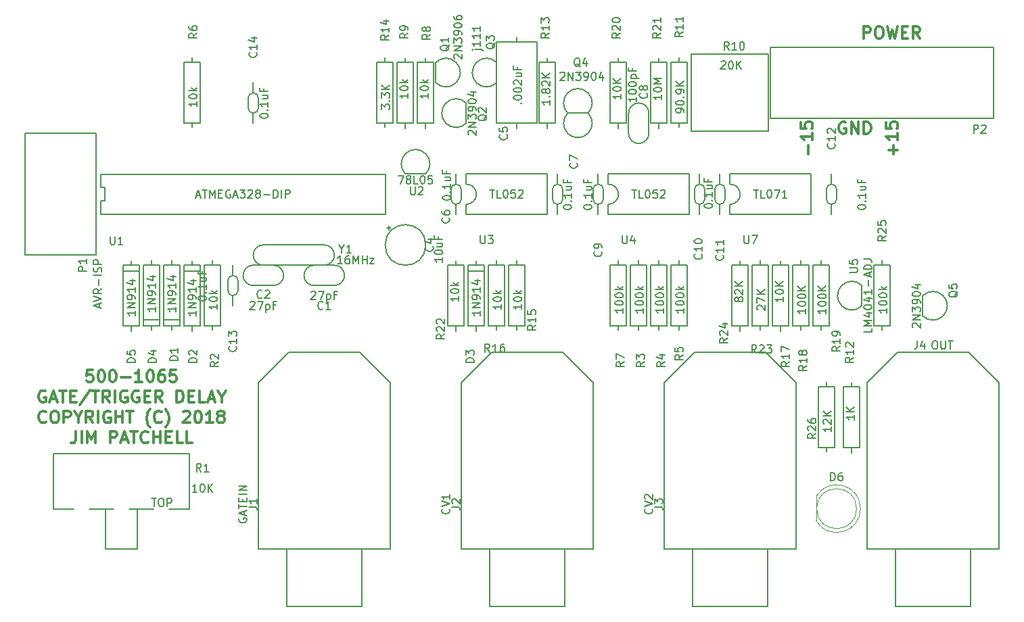
<source format=gbr>
G04 #@! TF.GenerationSoftware,KiCad,Pcbnew,(5.0.2)-1*
G04 #@! TF.CreationDate,2019-01-01T20:43:38-08:00*
G04 #@! TF.ProjectId,500-1065,3530302d-3130-4363-952e-6b696361645f,rev?*
G04 #@! TF.SameCoordinates,Original*
G04 #@! TF.FileFunction,Legend,Top*
G04 #@! TF.FilePolarity,Positive*
%FSLAX46Y46*%
G04 Gerber Fmt 4.6, Leading zero omitted, Abs format (unit mm)*
G04 Created by KiCad (PCBNEW (5.0.2)-1) date 1/1/2019 8:43:38 PM*
%MOMM*%
%LPD*%
G01*
G04 APERTURE LIST*
%ADD10C,0.300000*%
%ADD11C,0.150000*%
%ADD12C,0.120000*%
G04 APERTURE END LIST*
D10*
X169128714Y-37635571D02*
X169128714Y-36135571D01*
X169700142Y-36135571D01*
X169843000Y-36207000D01*
X169914428Y-36278428D01*
X169985857Y-36421285D01*
X169985857Y-36635571D01*
X169914428Y-36778428D01*
X169843000Y-36849857D01*
X169700142Y-36921285D01*
X169128714Y-36921285D01*
X170914428Y-36135571D02*
X171200142Y-36135571D01*
X171343000Y-36207000D01*
X171485857Y-36349857D01*
X171557285Y-36635571D01*
X171557285Y-37135571D01*
X171485857Y-37421285D01*
X171343000Y-37564142D01*
X171200142Y-37635571D01*
X170914428Y-37635571D01*
X170771571Y-37564142D01*
X170628714Y-37421285D01*
X170557285Y-37135571D01*
X170557285Y-36635571D01*
X170628714Y-36349857D01*
X170771571Y-36207000D01*
X170914428Y-36135571D01*
X172057285Y-36135571D02*
X172414428Y-37635571D01*
X172700142Y-36564142D01*
X172985857Y-37635571D01*
X173343000Y-36135571D01*
X173914428Y-36849857D02*
X174414428Y-36849857D01*
X174628714Y-37635571D02*
X173914428Y-37635571D01*
X173914428Y-36135571D01*
X174628714Y-36135571D01*
X176128714Y-37635571D02*
X175628714Y-36921285D01*
X175271571Y-37635571D02*
X175271571Y-36135571D01*
X175843000Y-36135571D01*
X175985857Y-36207000D01*
X176057285Y-36278428D01*
X176128714Y-36421285D01*
X176128714Y-36635571D01*
X176057285Y-36778428D01*
X175985857Y-36849857D01*
X175843000Y-36921285D01*
X175271571Y-36921285D01*
X166878142Y-48145000D02*
X166735285Y-48073571D01*
X166521000Y-48073571D01*
X166306714Y-48145000D01*
X166163857Y-48287857D01*
X166092428Y-48430714D01*
X166021000Y-48716428D01*
X166021000Y-48930714D01*
X166092428Y-49216428D01*
X166163857Y-49359285D01*
X166306714Y-49502142D01*
X166521000Y-49573571D01*
X166663857Y-49573571D01*
X166878142Y-49502142D01*
X166949571Y-49430714D01*
X166949571Y-48930714D01*
X166663857Y-48930714D01*
X167592428Y-49573571D02*
X167592428Y-48073571D01*
X168449571Y-49573571D01*
X168449571Y-48073571D01*
X169163857Y-49573571D02*
X169163857Y-48073571D01*
X169521000Y-48073571D01*
X169735285Y-48145000D01*
X169878142Y-48287857D01*
X169949571Y-48430714D01*
X170021000Y-48716428D01*
X170021000Y-48930714D01*
X169949571Y-49216428D01*
X169878142Y-49359285D01*
X169735285Y-49502142D01*
X169521000Y-49573571D01*
X169163857Y-49573571D01*
X162159142Y-52165000D02*
X162159142Y-51022142D01*
X162730571Y-49522142D02*
X162730571Y-50379285D01*
X162730571Y-49950714D02*
X161230571Y-49950714D01*
X161444857Y-50093571D01*
X161587714Y-50236428D01*
X161659142Y-50379285D01*
X161230571Y-48165000D02*
X161230571Y-48879285D01*
X161944857Y-48950714D01*
X161873428Y-48879285D01*
X161802000Y-48736428D01*
X161802000Y-48379285D01*
X161873428Y-48236428D01*
X161944857Y-48165000D01*
X162087714Y-48093571D01*
X162444857Y-48093571D01*
X162587714Y-48165000D01*
X162659142Y-48236428D01*
X162730571Y-48379285D01*
X162730571Y-48736428D01*
X162659142Y-48879285D01*
X162587714Y-48950714D01*
X172827142Y-52165000D02*
X172827142Y-51022142D01*
X173398571Y-51593571D02*
X172255714Y-51593571D01*
X173398571Y-49522142D02*
X173398571Y-50379285D01*
X173398571Y-49950714D02*
X171898571Y-49950714D01*
X172112857Y-50093571D01*
X172255714Y-50236428D01*
X172327142Y-50379285D01*
X171898571Y-48165000D02*
X171898571Y-48879285D01*
X172612857Y-48950714D01*
X172541428Y-48879285D01*
X172470000Y-48736428D01*
X172470000Y-48379285D01*
X172541428Y-48236428D01*
X172612857Y-48165000D01*
X172755714Y-48093571D01*
X173112857Y-48093571D01*
X173255714Y-48165000D01*
X173327142Y-48236428D01*
X173398571Y-48379285D01*
X173398571Y-48736428D01*
X173327142Y-48879285D01*
X173255714Y-48950714D01*
X72612857Y-79173571D02*
X71898571Y-79173571D01*
X71827142Y-79887857D01*
X71898571Y-79816428D01*
X72041428Y-79745000D01*
X72398571Y-79745000D01*
X72541428Y-79816428D01*
X72612857Y-79887857D01*
X72684285Y-80030714D01*
X72684285Y-80387857D01*
X72612857Y-80530714D01*
X72541428Y-80602142D01*
X72398571Y-80673571D01*
X72041428Y-80673571D01*
X71898571Y-80602142D01*
X71827142Y-80530714D01*
X73612857Y-79173571D02*
X73755714Y-79173571D01*
X73898571Y-79245000D01*
X73970000Y-79316428D01*
X74041428Y-79459285D01*
X74112857Y-79745000D01*
X74112857Y-80102142D01*
X74041428Y-80387857D01*
X73970000Y-80530714D01*
X73898571Y-80602142D01*
X73755714Y-80673571D01*
X73612857Y-80673571D01*
X73470000Y-80602142D01*
X73398571Y-80530714D01*
X73327142Y-80387857D01*
X73255714Y-80102142D01*
X73255714Y-79745000D01*
X73327142Y-79459285D01*
X73398571Y-79316428D01*
X73470000Y-79245000D01*
X73612857Y-79173571D01*
X75041428Y-79173571D02*
X75184285Y-79173571D01*
X75327142Y-79245000D01*
X75398571Y-79316428D01*
X75470000Y-79459285D01*
X75541428Y-79745000D01*
X75541428Y-80102142D01*
X75470000Y-80387857D01*
X75398571Y-80530714D01*
X75327142Y-80602142D01*
X75184285Y-80673571D01*
X75041428Y-80673571D01*
X74898571Y-80602142D01*
X74827142Y-80530714D01*
X74755714Y-80387857D01*
X74684285Y-80102142D01*
X74684285Y-79745000D01*
X74755714Y-79459285D01*
X74827142Y-79316428D01*
X74898571Y-79245000D01*
X75041428Y-79173571D01*
X76184285Y-80102142D02*
X77327142Y-80102142D01*
X78827142Y-80673571D02*
X77970000Y-80673571D01*
X78398571Y-80673571D02*
X78398571Y-79173571D01*
X78255714Y-79387857D01*
X78112857Y-79530714D01*
X77970000Y-79602142D01*
X79755714Y-79173571D02*
X79898571Y-79173571D01*
X80041428Y-79245000D01*
X80112857Y-79316428D01*
X80184285Y-79459285D01*
X80255714Y-79745000D01*
X80255714Y-80102142D01*
X80184285Y-80387857D01*
X80112857Y-80530714D01*
X80041428Y-80602142D01*
X79898571Y-80673571D01*
X79755714Y-80673571D01*
X79612857Y-80602142D01*
X79541428Y-80530714D01*
X79470000Y-80387857D01*
X79398571Y-80102142D01*
X79398571Y-79745000D01*
X79470000Y-79459285D01*
X79541428Y-79316428D01*
X79612857Y-79245000D01*
X79755714Y-79173571D01*
X81541428Y-79173571D02*
X81255714Y-79173571D01*
X81112857Y-79245000D01*
X81041428Y-79316428D01*
X80898571Y-79530714D01*
X80827142Y-79816428D01*
X80827142Y-80387857D01*
X80898571Y-80530714D01*
X80970000Y-80602142D01*
X81112857Y-80673571D01*
X81398571Y-80673571D01*
X81541428Y-80602142D01*
X81612857Y-80530714D01*
X81684285Y-80387857D01*
X81684285Y-80030714D01*
X81612857Y-79887857D01*
X81541428Y-79816428D01*
X81398571Y-79745000D01*
X81112857Y-79745000D01*
X80970000Y-79816428D01*
X80898571Y-79887857D01*
X80827142Y-80030714D01*
X83041428Y-79173571D02*
X82327142Y-79173571D01*
X82255714Y-79887857D01*
X82327142Y-79816428D01*
X82470000Y-79745000D01*
X82827142Y-79745000D01*
X82970000Y-79816428D01*
X83041428Y-79887857D01*
X83112857Y-80030714D01*
X83112857Y-80387857D01*
X83041428Y-80530714D01*
X82970000Y-80602142D01*
X82827142Y-80673571D01*
X82470000Y-80673571D01*
X82327142Y-80602142D01*
X82255714Y-80530714D01*
X66684285Y-81795000D02*
X66541428Y-81723571D01*
X66327142Y-81723571D01*
X66112857Y-81795000D01*
X65969999Y-81937857D01*
X65898571Y-82080714D01*
X65827142Y-82366428D01*
X65827142Y-82580714D01*
X65898571Y-82866428D01*
X65969999Y-83009285D01*
X66112857Y-83152142D01*
X66327142Y-83223571D01*
X66469999Y-83223571D01*
X66684285Y-83152142D01*
X66755714Y-83080714D01*
X66755714Y-82580714D01*
X66469999Y-82580714D01*
X67327142Y-82795000D02*
X68041428Y-82795000D01*
X67184285Y-83223571D02*
X67684285Y-81723571D01*
X68184285Y-83223571D01*
X68470000Y-81723571D02*
X69327142Y-81723571D01*
X68898571Y-83223571D02*
X68898571Y-81723571D01*
X69827142Y-82437857D02*
X70327142Y-82437857D01*
X70541428Y-83223571D02*
X69827142Y-83223571D01*
X69827142Y-81723571D01*
X70541428Y-81723571D01*
X72255714Y-81652142D02*
X70970000Y-83580714D01*
X72541428Y-81723571D02*
X73398571Y-81723571D01*
X72970000Y-83223571D02*
X72970000Y-81723571D01*
X74755714Y-83223571D02*
X74255714Y-82509285D01*
X73898571Y-83223571D02*
X73898571Y-81723571D01*
X74470000Y-81723571D01*
X74612857Y-81795000D01*
X74684285Y-81866428D01*
X74755714Y-82009285D01*
X74755714Y-82223571D01*
X74684285Y-82366428D01*
X74612857Y-82437857D01*
X74470000Y-82509285D01*
X73898571Y-82509285D01*
X75398571Y-83223571D02*
X75398571Y-81723571D01*
X76898571Y-81795000D02*
X76755714Y-81723571D01*
X76541428Y-81723571D01*
X76327142Y-81795000D01*
X76184285Y-81937857D01*
X76112857Y-82080714D01*
X76041428Y-82366428D01*
X76041428Y-82580714D01*
X76112857Y-82866428D01*
X76184285Y-83009285D01*
X76327142Y-83152142D01*
X76541428Y-83223571D01*
X76684285Y-83223571D01*
X76898571Y-83152142D01*
X76970000Y-83080714D01*
X76970000Y-82580714D01*
X76684285Y-82580714D01*
X78398571Y-81795000D02*
X78255714Y-81723571D01*
X78041428Y-81723571D01*
X77827142Y-81795000D01*
X77684285Y-81937857D01*
X77612857Y-82080714D01*
X77541428Y-82366428D01*
X77541428Y-82580714D01*
X77612857Y-82866428D01*
X77684285Y-83009285D01*
X77827142Y-83152142D01*
X78041428Y-83223571D01*
X78184285Y-83223571D01*
X78398571Y-83152142D01*
X78470000Y-83080714D01*
X78470000Y-82580714D01*
X78184285Y-82580714D01*
X79112857Y-82437857D02*
X79612857Y-82437857D01*
X79827142Y-83223571D02*
X79112857Y-83223571D01*
X79112857Y-81723571D01*
X79827142Y-81723571D01*
X81327142Y-83223571D02*
X80827142Y-82509285D01*
X80470000Y-83223571D02*
X80470000Y-81723571D01*
X81041428Y-81723571D01*
X81184285Y-81795000D01*
X81255714Y-81866428D01*
X81327142Y-82009285D01*
X81327142Y-82223571D01*
X81255714Y-82366428D01*
X81184285Y-82437857D01*
X81041428Y-82509285D01*
X80470000Y-82509285D01*
X83112857Y-83223571D02*
X83112857Y-81723571D01*
X83470000Y-81723571D01*
X83684285Y-81795000D01*
X83827142Y-81937857D01*
X83898571Y-82080714D01*
X83970000Y-82366428D01*
X83970000Y-82580714D01*
X83898571Y-82866428D01*
X83827142Y-83009285D01*
X83684285Y-83152142D01*
X83470000Y-83223571D01*
X83112857Y-83223571D01*
X84612857Y-82437857D02*
X85112857Y-82437857D01*
X85327142Y-83223571D02*
X84612857Y-83223571D01*
X84612857Y-81723571D01*
X85327142Y-81723571D01*
X86684285Y-83223571D02*
X85970000Y-83223571D01*
X85970000Y-81723571D01*
X87112857Y-82795000D02*
X87827142Y-82795000D01*
X86970000Y-83223571D02*
X87470000Y-81723571D01*
X87970000Y-83223571D01*
X88755714Y-82509285D02*
X88755714Y-83223571D01*
X88255714Y-81723571D02*
X88755714Y-82509285D01*
X89255714Y-81723571D01*
X66791428Y-85630714D02*
X66720000Y-85702142D01*
X66505714Y-85773571D01*
X66362857Y-85773571D01*
X66148571Y-85702142D01*
X66005714Y-85559285D01*
X65934285Y-85416428D01*
X65862857Y-85130714D01*
X65862857Y-84916428D01*
X65934285Y-84630714D01*
X66005714Y-84487857D01*
X66148571Y-84345000D01*
X66362857Y-84273571D01*
X66505714Y-84273571D01*
X66720000Y-84345000D01*
X66791428Y-84416428D01*
X67720000Y-84273571D02*
X68005714Y-84273571D01*
X68148571Y-84345000D01*
X68291428Y-84487857D01*
X68362857Y-84773571D01*
X68362857Y-85273571D01*
X68291428Y-85559285D01*
X68148571Y-85702142D01*
X68005714Y-85773571D01*
X67720000Y-85773571D01*
X67577142Y-85702142D01*
X67434285Y-85559285D01*
X67362857Y-85273571D01*
X67362857Y-84773571D01*
X67434285Y-84487857D01*
X67577142Y-84345000D01*
X67720000Y-84273571D01*
X69005714Y-85773571D02*
X69005714Y-84273571D01*
X69577142Y-84273571D01*
X69720000Y-84345000D01*
X69791428Y-84416428D01*
X69862857Y-84559285D01*
X69862857Y-84773571D01*
X69791428Y-84916428D01*
X69720000Y-84987857D01*
X69577142Y-85059285D01*
X69005714Y-85059285D01*
X70791428Y-85059285D02*
X70791428Y-85773571D01*
X70291428Y-84273571D02*
X70791428Y-85059285D01*
X71291428Y-84273571D01*
X72648571Y-85773571D02*
X72148571Y-85059285D01*
X71791428Y-85773571D02*
X71791428Y-84273571D01*
X72362857Y-84273571D01*
X72505714Y-84345000D01*
X72577142Y-84416428D01*
X72648571Y-84559285D01*
X72648571Y-84773571D01*
X72577142Y-84916428D01*
X72505714Y-84987857D01*
X72362857Y-85059285D01*
X71791428Y-85059285D01*
X73291428Y-85773571D02*
X73291428Y-84273571D01*
X74791428Y-84345000D02*
X74648571Y-84273571D01*
X74434285Y-84273571D01*
X74220000Y-84345000D01*
X74077142Y-84487857D01*
X74005714Y-84630714D01*
X73934285Y-84916428D01*
X73934285Y-85130714D01*
X74005714Y-85416428D01*
X74077142Y-85559285D01*
X74220000Y-85702142D01*
X74434285Y-85773571D01*
X74577142Y-85773571D01*
X74791428Y-85702142D01*
X74862857Y-85630714D01*
X74862857Y-85130714D01*
X74577142Y-85130714D01*
X75505714Y-85773571D02*
X75505714Y-84273571D01*
X75505714Y-84987857D02*
X76362857Y-84987857D01*
X76362857Y-85773571D02*
X76362857Y-84273571D01*
X76862857Y-84273571D02*
X77720000Y-84273571D01*
X77291428Y-85773571D02*
X77291428Y-84273571D01*
X79791428Y-86345000D02*
X79720000Y-86273571D01*
X79577142Y-86059285D01*
X79505714Y-85916428D01*
X79434285Y-85702142D01*
X79362857Y-85345000D01*
X79362857Y-85059285D01*
X79434285Y-84702142D01*
X79505714Y-84487857D01*
X79577142Y-84345000D01*
X79720000Y-84130714D01*
X79791428Y-84059285D01*
X81220000Y-85630714D02*
X81148571Y-85702142D01*
X80934285Y-85773571D01*
X80791428Y-85773571D01*
X80577142Y-85702142D01*
X80434285Y-85559285D01*
X80362857Y-85416428D01*
X80291428Y-85130714D01*
X80291428Y-84916428D01*
X80362857Y-84630714D01*
X80434285Y-84487857D01*
X80577142Y-84345000D01*
X80791428Y-84273571D01*
X80934285Y-84273571D01*
X81148571Y-84345000D01*
X81220000Y-84416428D01*
X81720000Y-86345000D02*
X81791428Y-86273571D01*
X81934285Y-86059285D01*
X82005714Y-85916428D01*
X82077142Y-85702142D01*
X82148571Y-85345000D01*
X82148571Y-85059285D01*
X82077142Y-84702142D01*
X82005714Y-84487857D01*
X81934285Y-84345000D01*
X81791428Y-84130714D01*
X81720000Y-84059285D01*
X83934285Y-84416428D02*
X84005714Y-84345000D01*
X84148571Y-84273571D01*
X84505714Y-84273571D01*
X84648571Y-84345000D01*
X84720000Y-84416428D01*
X84791428Y-84559285D01*
X84791428Y-84702142D01*
X84720000Y-84916428D01*
X83862857Y-85773571D01*
X84791428Y-85773571D01*
X85720000Y-84273571D02*
X85862857Y-84273571D01*
X86005714Y-84345000D01*
X86077142Y-84416428D01*
X86148571Y-84559285D01*
X86220000Y-84845000D01*
X86220000Y-85202142D01*
X86148571Y-85487857D01*
X86077142Y-85630714D01*
X86005714Y-85702142D01*
X85862857Y-85773571D01*
X85720000Y-85773571D01*
X85577142Y-85702142D01*
X85505714Y-85630714D01*
X85434285Y-85487857D01*
X85362857Y-85202142D01*
X85362857Y-84845000D01*
X85434285Y-84559285D01*
X85505714Y-84416428D01*
X85577142Y-84345000D01*
X85720000Y-84273571D01*
X87648571Y-85773571D02*
X86791428Y-85773571D01*
X87220000Y-85773571D02*
X87220000Y-84273571D01*
X87077142Y-84487857D01*
X86934285Y-84630714D01*
X86791428Y-84702142D01*
X88505714Y-84916428D02*
X88362857Y-84845000D01*
X88291428Y-84773571D01*
X88220000Y-84630714D01*
X88220000Y-84559285D01*
X88291428Y-84416428D01*
X88362857Y-84345000D01*
X88505714Y-84273571D01*
X88791428Y-84273571D01*
X88934285Y-84345000D01*
X89005714Y-84416428D01*
X89077142Y-84559285D01*
X89077142Y-84630714D01*
X89005714Y-84773571D01*
X88934285Y-84845000D01*
X88791428Y-84916428D01*
X88505714Y-84916428D01*
X88362857Y-84987857D01*
X88291428Y-85059285D01*
X88220000Y-85202142D01*
X88220000Y-85487857D01*
X88291428Y-85630714D01*
X88362857Y-85702142D01*
X88505714Y-85773571D01*
X88791428Y-85773571D01*
X88934285Y-85702142D01*
X89005714Y-85630714D01*
X89077142Y-85487857D01*
X89077142Y-85202142D01*
X89005714Y-85059285D01*
X88934285Y-84987857D01*
X88791428Y-84916428D01*
X70505714Y-86823571D02*
X70505714Y-87895000D01*
X70434285Y-88109285D01*
X70291428Y-88252142D01*
X70077142Y-88323571D01*
X69934285Y-88323571D01*
X71220000Y-88323571D02*
X71220000Y-86823571D01*
X71934285Y-88323571D02*
X71934285Y-86823571D01*
X72434285Y-87895000D01*
X72934285Y-86823571D01*
X72934285Y-88323571D01*
X74791428Y-88323571D02*
X74791428Y-86823571D01*
X75362857Y-86823571D01*
X75505714Y-86895000D01*
X75577142Y-86966428D01*
X75648571Y-87109285D01*
X75648571Y-87323571D01*
X75577142Y-87466428D01*
X75505714Y-87537857D01*
X75362857Y-87609285D01*
X74791428Y-87609285D01*
X76220000Y-87895000D02*
X76934285Y-87895000D01*
X76077142Y-88323571D02*
X76577142Y-86823571D01*
X77077142Y-88323571D01*
X77362857Y-86823571D02*
X78220000Y-86823571D01*
X77791428Y-88323571D02*
X77791428Y-86823571D01*
X79577142Y-88180714D02*
X79505714Y-88252142D01*
X79291428Y-88323571D01*
X79148571Y-88323571D01*
X78934285Y-88252142D01*
X78791428Y-88109285D01*
X78720000Y-87966428D01*
X78648571Y-87680714D01*
X78648571Y-87466428D01*
X78720000Y-87180714D01*
X78791428Y-87037857D01*
X78934285Y-86895000D01*
X79148571Y-86823571D01*
X79291428Y-86823571D01*
X79505714Y-86895000D01*
X79577142Y-86966428D01*
X80220000Y-88323571D02*
X80220000Y-86823571D01*
X80220000Y-87537857D02*
X81077142Y-87537857D01*
X81077142Y-88323571D02*
X81077142Y-86823571D01*
X81791428Y-87537857D02*
X82291428Y-87537857D01*
X82505714Y-88323571D02*
X81791428Y-88323571D01*
X81791428Y-86823571D01*
X82505714Y-86823571D01*
X83862857Y-88323571D02*
X83148571Y-88323571D01*
X83148571Y-86823571D01*
X85077142Y-88323571D02*
X84362857Y-88323571D01*
X84362857Y-86823571D01*
D11*
G04 #@! TO.C,P1*
X64135000Y-49530000D02*
X73025000Y-49530000D01*
X73025000Y-64770000D02*
X64135000Y-64770000D01*
X73025000Y-49530000D02*
X73025000Y-64770000D01*
X64135000Y-64770000D02*
X64135000Y-49530000D01*
G04 #@! TO.C,C1*
X100330000Y-66040000D02*
X102870000Y-66040000D01*
X102870000Y-68580000D02*
X100330000Y-68580000D01*
X99060000Y-67310000D02*
G75*
G03X100330000Y-68580000I1270000J0D01*
G01*
X100330000Y-66040000D02*
G75*
G03X99060000Y-67310000I0J-1270000D01*
G01*
X104140000Y-67310000D02*
G75*
G03X102870000Y-66040000I-1270000J0D01*
G01*
X102870000Y-68580000D02*
G75*
G03X104140000Y-67310000I0J1270000D01*
G01*
G04 #@! TO.C,C2*
X92710000Y-66040000D02*
G75*
G03X91440000Y-67310000I0J-1270000D01*
G01*
X91440000Y-67310000D02*
G75*
G03X92710000Y-68580000I1270000J0D01*
G01*
X95250000Y-68580000D02*
G75*
G03X96520000Y-67310000I0J1270000D01*
G01*
X96520000Y-67310000D02*
G75*
G03X95250000Y-66040000I-1270000J0D01*
G01*
X92710000Y-66040000D02*
X95250000Y-66040000D01*
X95250000Y-68580000D02*
X92710000Y-68580000D01*
G04 #@! TO.C,C4*
X109728000Y-61087000D02*
X109728000Y-61595000D01*
X109474000Y-61341000D02*
X109982000Y-61341000D01*
X114300000Y-63500000D02*
G75*
G03X114300000Y-63500000I-2540000J0D01*
G01*
G04 #@! TO.C,C5*
X123190000Y-38100000D02*
X123190000Y-48260000D01*
X123190000Y-48260000D02*
X128270000Y-48260000D01*
X128270000Y-48260000D02*
X128270000Y-38100000D01*
X128270000Y-38100000D02*
X123190000Y-38100000D01*
X125730000Y-38100000D02*
X125730000Y-37465000D01*
X125730000Y-48260000D02*
X125730000Y-48895000D01*
G04 #@! TO.C,C6*
X117475000Y-57785000D02*
G75*
G03X118110000Y-58420000I635000J0D01*
G01*
X118110000Y-58420000D02*
G75*
G03X118745000Y-57785000I0J635000D01*
G01*
X118110000Y-55880000D02*
G75*
G03X117475000Y-56515000I0J-635000D01*
G01*
X118745000Y-56515000D02*
G75*
G03X118110000Y-55880000I-635000J0D01*
G01*
X117475000Y-56515000D02*
X117475000Y-57785000D01*
X118745000Y-56515000D02*
X118745000Y-57785000D01*
X118110000Y-59690000D02*
X118110000Y-58420000D01*
X118110000Y-54610000D02*
X118110000Y-55880000D01*
G04 #@! TO.C,C7*
X130810000Y-59690000D02*
X130810000Y-58420000D01*
X130810000Y-54610000D02*
X130810000Y-55880000D01*
X130175000Y-57785000D02*
X130175000Y-56515000D01*
X131445000Y-57785000D02*
X131445000Y-56515000D01*
X130175000Y-57785000D02*
G75*
G03X130810000Y-58420000I635000J0D01*
G01*
X130810000Y-58420000D02*
G75*
G03X131445000Y-57785000I0J635000D01*
G01*
X130810000Y-55880000D02*
G75*
G03X130175000Y-56515000I0J-635000D01*
G01*
X131445000Y-56515000D02*
G75*
G03X130810000Y-55880000I-635000J0D01*
G01*
G04 #@! TO.C,C8*
X139700000Y-49530000D02*
G75*
G03X140970000Y-50800000I1270000J0D01*
G01*
X140970000Y-50800000D02*
G75*
G03X142240000Y-49530000I0J1270000D01*
G01*
X142240000Y-46990000D02*
G75*
G03X140970000Y-45720000I-1270000J0D01*
G01*
X140970000Y-45720000D02*
G75*
G03X139700000Y-46990000I0J-1270000D01*
G01*
X139700000Y-49530000D02*
X139700000Y-46990000D01*
X142240000Y-46990000D02*
X142240000Y-49530000D01*
G04 #@! TO.C,C9*
X135255000Y-57785000D02*
G75*
G03X135890000Y-58420000I635000J0D01*
G01*
X135890000Y-58420000D02*
G75*
G03X136525000Y-57785000I0J635000D01*
G01*
X135890000Y-55880000D02*
G75*
G03X135255000Y-56515000I0J-635000D01*
G01*
X136525000Y-56515000D02*
G75*
G03X135890000Y-55880000I-635000J0D01*
G01*
X135255000Y-56515000D02*
X135255000Y-57785000D01*
X136525000Y-56515000D02*
X136525000Y-57785000D01*
X135890000Y-59690000D02*
X135890000Y-58420000D01*
X135890000Y-54610000D02*
X135890000Y-55880000D01*
G04 #@! TO.C,C10*
X148590000Y-59690000D02*
X148590000Y-58420000D01*
X148590000Y-54610000D02*
X148590000Y-55880000D01*
X147955000Y-57785000D02*
X147955000Y-56515000D01*
X149225000Y-57785000D02*
X149225000Y-56515000D01*
X147955000Y-57785000D02*
G75*
G03X148590000Y-58420000I635000J0D01*
G01*
X148590000Y-58420000D02*
G75*
G03X149225000Y-57785000I0J635000D01*
G01*
X148590000Y-55880000D02*
G75*
G03X147955000Y-56515000I0J-635000D01*
G01*
X149225000Y-56515000D02*
G75*
G03X148590000Y-55880000I-635000J0D01*
G01*
G04 #@! TO.C,D1*
X81534000Y-66040000D02*
X81534000Y-73660000D01*
X83566000Y-73660000D02*
X83566000Y-66040000D01*
X82550000Y-65405000D02*
X82550000Y-66040000D01*
X82550000Y-73660000D02*
X82550000Y-74168000D01*
X81534000Y-66040000D02*
X83566000Y-66040000D01*
X81534000Y-73660000D02*
X83566000Y-73660000D01*
X83566000Y-72898000D02*
X81534000Y-72898000D01*
G04 #@! TO.C,D2*
X84074000Y-66802000D02*
X86106000Y-66802000D01*
X86106000Y-66040000D02*
X84074000Y-66040000D01*
X86106000Y-73660000D02*
X84074000Y-73660000D01*
X85090000Y-66040000D02*
X85090000Y-65532000D01*
X85090000Y-74295000D02*
X85090000Y-73660000D01*
X84074000Y-66040000D02*
X84074000Y-73660000D01*
X86106000Y-73660000D02*
X86106000Y-66040000D01*
G04 #@! TO.C,D3*
X119634000Y-66802000D02*
X121666000Y-66802000D01*
X121666000Y-66040000D02*
X119634000Y-66040000D01*
X121666000Y-73660000D02*
X119634000Y-73660000D01*
X120650000Y-66040000D02*
X120650000Y-65532000D01*
X120650000Y-74295000D02*
X120650000Y-73660000D01*
X119634000Y-66040000D02*
X119634000Y-73660000D01*
X121666000Y-73660000D02*
X121666000Y-66040000D01*
G04 #@! TO.C,D4*
X78994000Y-66040000D02*
X78994000Y-73660000D01*
X81026000Y-73660000D02*
X81026000Y-66040000D01*
X80010000Y-65405000D02*
X80010000Y-66040000D01*
X80010000Y-73660000D02*
X80010000Y-74168000D01*
X78994000Y-66040000D02*
X81026000Y-66040000D01*
X78994000Y-73660000D02*
X81026000Y-73660000D01*
X81026000Y-72898000D02*
X78994000Y-72898000D01*
G04 #@! TO.C,D5*
X76454000Y-66802000D02*
X78486000Y-66802000D01*
X78486000Y-66040000D02*
X76454000Y-66040000D01*
X78486000Y-73660000D02*
X76454000Y-73660000D01*
X77470000Y-66040000D02*
X77470000Y-65532000D01*
X77470000Y-74295000D02*
X77470000Y-73660000D01*
X76454000Y-66040000D02*
X76454000Y-73660000D01*
X78486000Y-73660000D02*
X78486000Y-66040000D01*
G04 #@! TO.C,J1*
X93345000Y-80721200D02*
X97155000Y-76911200D01*
X93345000Y-101600000D02*
X93345000Y-80721200D01*
X109855000Y-101600000D02*
X93345000Y-101600000D01*
X109855000Y-80721200D02*
X109855000Y-101600000D01*
X106045000Y-76911200D02*
X109855000Y-80721200D01*
X97155000Y-76911200D02*
X106045000Y-76911200D01*
X96901000Y-108788200D02*
X96901000Y-101600000D01*
X106299000Y-108788200D02*
X96901000Y-108788200D01*
X106299000Y-101600000D02*
X106299000Y-108788200D01*
G04 #@! TO.C,J2*
X131699000Y-101600000D02*
X131699000Y-108788200D01*
X131699000Y-108788200D02*
X122301000Y-108788200D01*
X122301000Y-108788200D02*
X122301000Y-101600000D01*
X122555000Y-76911200D02*
X131445000Y-76911200D01*
X131445000Y-76911200D02*
X135255000Y-80721200D01*
X135255000Y-80721200D02*
X135255000Y-101600000D01*
X135255000Y-101600000D02*
X118745000Y-101600000D01*
X118745000Y-101600000D02*
X118745000Y-80721200D01*
X118745000Y-80721200D02*
X122555000Y-76911200D01*
G04 #@! TO.C,J3*
X144145000Y-80721200D02*
X147955000Y-76911200D01*
X144145000Y-101600000D02*
X144145000Y-80721200D01*
X160655000Y-101600000D02*
X144145000Y-101600000D01*
X160655000Y-80721200D02*
X160655000Y-101600000D01*
X156845000Y-76911200D02*
X160655000Y-80721200D01*
X147955000Y-76911200D02*
X156845000Y-76911200D01*
X147701000Y-108788200D02*
X147701000Y-101600000D01*
X157099000Y-108788200D02*
X147701000Y-108788200D01*
X157099000Y-101600000D02*
X157099000Y-108788200D01*
G04 #@! TO.C,J4*
X182499000Y-101600000D02*
X182499000Y-108788200D01*
X182499000Y-108788200D02*
X173101000Y-108788200D01*
X173101000Y-108788200D02*
X173101000Y-101600000D01*
X173355000Y-76911200D02*
X182245000Y-76911200D01*
X182245000Y-76911200D02*
X186055000Y-80721200D01*
X186055000Y-80721200D02*
X186055000Y-101600000D01*
X186055000Y-101600000D02*
X169545000Y-101600000D01*
X169545000Y-101600000D02*
X169545000Y-80721200D01*
X169545000Y-80721200D02*
X173355000Y-76911200D01*
G04 #@! TO.C,P2*
X185420000Y-39370000D02*
X185420000Y-38735000D01*
X185420000Y-38735000D02*
X157480000Y-38735000D01*
X157480000Y-38735000D02*
X157480000Y-39370000D01*
X157480000Y-46990000D02*
X157480000Y-47625000D01*
X157480000Y-47625000D02*
X185420000Y-47625000D01*
X185420000Y-47625000D02*
X185420000Y-46990000D01*
X157480000Y-40640000D02*
X157480000Y-39370000D01*
X185420000Y-39370000D02*
X185420000Y-40640000D01*
X185420000Y-45720000D02*
X185420000Y-46990000D01*
X157480000Y-46990000D02*
X157480000Y-45720000D01*
X185420000Y-40640000D02*
X185420000Y-45720000D01*
X157480000Y-45720000D02*
X157480000Y-40640000D01*
G04 #@! TO.C,Q1*
X118110000Y-40640000D02*
G75*
G03X115570000Y-40640000I-1270000J-1270000D01*
G01*
X118110000Y-43180000D02*
G75*
G03X118110000Y-40640000I-1270000J1270000D01*
G01*
X115570000Y-43180000D02*
G75*
G03X118110000Y-43180000I1270000J1270000D01*
G01*
X115570000Y-40640000D02*
X115570000Y-43180000D01*
G04 #@! TO.C,Q2*
X119380000Y-48260000D02*
X119380000Y-45720000D01*
X119380000Y-45720000D02*
G75*
G03X116840000Y-45720000I-1270000J-1270000D01*
G01*
X116840000Y-45720000D02*
G75*
G03X116840000Y-48260000I1270000J-1270000D01*
G01*
X116840000Y-48260000D02*
G75*
G03X119380000Y-48260000I1270000J1270000D01*
G01*
G04 #@! TO.C,Q3*
X120650000Y-43180000D02*
G75*
G03X123190000Y-43180000I1270000J1270000D01*
G01*
X120650000Y-40640000D02*
G75*
G03X120650000Y-43180000I1270000J-1270000D01*
G01*
X123190000Y-40640000D02*
G75*
G03X120650000Y-40640000I-1270000J-1270000D01*
G01*
X123190000Y-43180000D02*
X123190000Y-40640000D01*
G04 #@! TO.C,Q4*
X132080000Y-46990000D02*
G75*
G03X132080000Y-49530000I1270000J-1270000D01*
G01*
X132080000Y-49530000D02*
G75*
G03X134620000Y-49530000I1270000J1270000D01*
G01*
X134620000Y-49530000D02*
G75*
G03X134620000Y-46990000I-1270000J1270000D01*
G01*
X134620000Y-46990000D02*
G75*
G03X134620000Y-44450000I-1270000J1270000D01*
G01*
X134620000Y-44450000D02*
G75*
G03X132080000Y-44450000I-1270000J-1270000D01*
G01*
X132080000Y-44450000D02*
G75*
G03X132080000Y-46990000I1270000J-1270000D01*
G01*
X132080000Y-46990000D02*
X134620000Y-46990000D01*
G04 #@! TO.C,R1*
X78200000Y-101600000D02*
X78200000Y-96600000D01*
X74200000Y-101600000D02*
X74200000Y-96600000D01*
X67700000Y-96600000D02*
X70200000Y-96600000D01*
X67700000Y-89600000D02*
X67700000Y-96600000D01*
X75200000Y-96600000D02*
X72200000Y-96600000D01*
X80200000Y-96600000D02*
X77200000Y-96600000D01*
X84700000Y-96600000D02*
X82200000Y-96600000D01*
X84700000Y-89600000D02*
X67700000Y-89600000D01*
X84700000Y-96600000D02*
X84700000Y-89600000D01*
X74200000Y-101600000D02*
X78200000Y-101600000D01*
G04 #@! TO.C,R2*
X86614000Y-66040000D02*
X86614000Y-73660000D01*
X88646000Y-73660000D02*
X88646000Y-66040000D01*
X87630000Y-65405000D02*
X87630000Y-66040000D01*
X87630000Y-73660000D02*
X87630000Y-74168000D01*
X86614000Y-66040000D02*
X88646000Y-66040000D01*
X86614000Y-73660000D02*
X88646000Y-73660000D01*
G04 #@! TO.C,R3*
X139954000Y-66040000D02*
X139954000Y-73660000D01*
X141986000Y-73660000D02*
X141986000Y-66040000D01*
X140970000Y-65405000D02*
X140970000Y-66040000D01*
X140970000Y-73660000D02*
X140970000Y-74168000D01*
X139954000Y-66040000D02*
X141986000Y-66040000D01*
X139954000Y-73660000D02*
X141986000Y-73660000D01*
G04 #@! TO.C,R4*
X142494000Y-73660000D02*
X144526000Y-73660000D01*
X142494000Y-66040000D02*
X144526000Y-66040000D01*
X143510000Y-73660000D02*
X143510000Y-74168000D01*
X143510000Y-65405000D02*
X143510000Y-66040000D01*
X144526000Y-73660000D02*
X144526000Y-66040000D01*
X142494000Y-66040000D02*
X142494000Y-73660000D01*
G04 #@! TO.C,R5*
X145034000Y-66040000D02*
X145034000Y-73660000D01*
X147066000Y-73660000D02*
X147066000Y-66040000D01*
X146050000Y-65405000D02*
X146050000Y-66040000D01*
X146050000Y-73660000D02*
X146050000Y-74168000D01*
X145034000Y-66040000D02*
X147066000Y-66040000D01*
X145034000Y-73660000D02*
X147066000Y-73660000D01*
G04 #@! TO.C,R6*
X84074000Y-48260000D02*
X86106000Y-48260000D01*
X84074000Y-40640000D02*
X86106000Y-40640000D01*
X85090000Y-48260000D02*
X85090000Y-48768000D01*
X85090000Y-40005000D02*
X85090000Y-40640000D01*
X86106000Y-48260000D02*
X86106000Y-40640000D01*
X84074000Y-40640000D02*
X84074000Y-48260000D01*
G04 #@! TO.C,R7*
X137414000Y-73660000D02*
X139446000Y-73660000D01*
X137414000Y-66040000D02*
X139446000Y-66040000D01*
X138430000Y-73660000D02*
X138430000Y-74168000D01*
X138430000Y-65405000D02*
X138430000Y-66040000D01*
X139446000Y-73660000D02*
X139446000Y-66040000D01*
X137414000Y-66040000D02*
X137414000Y-73660000D01*
G04 #@! TO.C,R8*
X115316000Y-40640000D02*
X113284000Y-40640000D01*
X115316000Y-48260000D02*
X113284000Y-48260000D01*
X114300000Y-40640000D02*
X114300000Y-40132000D01*
X114300000Y-48895000D02*
X114300000Y-48260000D01*
X113284000Y-40640000D02*
X113284000Y-48260000D01*
X115316000Y-48260000D02*
X115316000Y-40640000D01*
G04 #@! TO.C,R9*
X112776000Y-48260000D02*
X112776000Y-40640000D01*
X110744000Y-40640000D02*
X110744000Y-48260000D01*
X111760000Y-48895000D02*
X111760000Y-48260000D01*
X111760000Y-40640000D02*
X111760000Y-40132000D01*
X112776000Y-48260000D02*
X110744000Y-48260000D01*
X112776000Y-40640000D02*
X110744000Y-40640000D01*
G04 #@! TO.C,R10*
X147574000Y-39624000D02*
X147574000Y-49276000D01*
X157226000Y-39624000D02*
X147574000Y-39624000D01*
X157226000Y-49276000D02*
X157226000Y-39624000D01*
X147574000Y-49276000D02*
X157226000Y-49276000D01*
G04 #@! TO.C,R11*
X145034000Y-40640000D02*
X145034000Y-48260000D01*
X147066000Y-48260000D02*
X147066000Y-40640000D01*
X146050000Y-40005000D02*
X146050000Y-40640000D01*
X146050000Y-48260000D02*
X146050000Y-48768000D01*
X145034000Y-40640000D02*
X147066000Y-40640000D01*
X145034000Y-48260000D02*
X147066000Y-48260000D01*
G04 #@! TO.C,R12*
X168656000Y-81280000D02*
X166624000Y-81280000D01*
X168656000Y-88900000D02*
X166624000Y-88900000D01*
X167640000Y-81280000D02*
X167640000Y-80772000D01*
X167640000Y-89535000D02*
X167640000Y-88900000D01*
X166624000Y-81280000D02*
X166624000Y-88900000D01*
X168656000Y-88900000D02*
X168656000Y-81280000D01*
G04 #@! TO.C,R13*
X130556000Y-40640000D02*
X128524000Y-40640000D01*
X130556000Y-48260000D02*
X128524000Y-48260000D01*
X129540000Y-40640000D02*
X129540000Y-40132000D01*
X129540000Y-48895000D02*
X129540000Y-48260000D01*
X128524000Y-40640000D02*
X128524000Y-48260000D01*
X130556000Y-48260000D02*
X130556000Y-40640000D01*
G04 #@! TO.C,R14*
X108204000Y-40640000D02*
X108204000Y-48260000D01*
X110236000Y-48260000D02*
X110236000Y-40640000D01*
X109220000Y-40005000D02*
X109220000Y-40640000D01*
X109220000Y-48260000D02*
X109220000Y-48768000D01*
X108204000Y-40640000D02*
X110236000Y-40640000D01*
X108204000Y-48260000D02*
X110236000Y-48260000D01*
G04 #@! TO.C,R15*
X124714000Y-66040000D02*
X124714000Y-73660000D01*
X126746000Y-73660000D02*
X126746000Y-66040000D01*
X125730000Y-65405000D02*
X125730000Y-66040000D01*
X125730000Y-73660000D02*
X125730000Y-74168000D01*
X124714000Y-66040000D02*
X126746000Y-66040000D01*
X124714000Y-73660000D02*
X126746000Y-73660000D01*
G04 #@! TO.C,R16*
X122174000Y-73660000D02*
X124206000Y-73660000D01*
X122174000Y-66040000D02*
X124206000Y-66040000D01*
X123190000Y-73660000D02*
X123190000Y-74168000D01*
X123190000Y-65405000D02*
X123190000Y-66040000D01*
X124206000Y-73660000D02*
X124206000Y-66040000D01*
X122174000Y-66040000D02*
X122174000Y-73660000D01*
G04 #@! TO.C,R17*
X159766000Y-73660000D02*
X159766000Y-66040000D01*
X157734000Y-66040000D02*
X157734000Y-73660000D01*
X158750000Y-74295000D02*
X158750000Y-73660000D01*
X158750000Y-66040000D02*
X158750000Y-65532000D01*
X159766000Y-73660000D02*
X157734000Y-73660000D01*
X159766000Y-66040000D02*
X157734000Y-66040000D01*
G04 #@! TO.C,R18*
X160274000Y-66040000D02*
X160274000Y-73660000D01*
X162306000Y-73660000D02*
X162306000Y-66040000D01*
X161290000Y-65405000D02*
X161290000Y-66040000D01*
X161290000Y-73660000D02*
X161290000Y-74168000D01*
X160274000Y-66040000D02*
X162306000Y-66040000D01*
X160274000Y-73660000D02*
X162306000Y-73660000D01*
G04 #@! TO.C,R19*
X162814000Y-73660000D02*
X164846000Y-73660000D01*
X162814000Y-66040000D02*
X164846000Y-66040000D01*
X163830000Y-73660000D02*
X163830000Y-74168000D01*
X163830000Y-65405000D02*
X163830000Y-66040000D01*
X164846000Y-73660000D02*
X164846000Y-66040000D01*
X162814000Y-66040000D02*
X162814000Y-73660000D01*
G04 #@! TO.C,R20*
X139446000Y-40640000D02*
X137414000Y-40640000D01*
X139446000Y-48260000D02*
X137414000Y-48260000D01*
X138430000Y-40640000D02*
X138430000Y-40132000D01*
X138430000Y-48895000D02*
X138430000Y-48260000D01*
X137414000Y-40640000D02*
X137414000Y-48260000D01*
X139446000Y-48260000D02*
X139446000Y-40640000D01*
G04 #@! TO.C,R21*
X144526000Y-48260000D02*
X144526000Y-40640000D01*
X142494000Y-40640000D02*
X142494000Y-48260000D01*
X143510000Y-48895000D02*
X143510000Y-48260000D01*
X143510000Y-40640000D02*
X143510000Y-40132000D01*
X144526000Y-48260000D02*
X142494000Y-48260000D01*
X144526000Y-40640000D02*
X142494000Y-40640000D01*
G04 #@! TO.C,R22*
X119126000Y-66040000D02*
X117094000Y-66040000D01*
X119126000Y-73660000D02*
X117094000Y-73660000D01*
X118110000Y-66040000D02*
X118110000Y-65532000D01*
X118110000Y-74295000D02*
X118110000Y-73660000D01*
X117094000Y-66040000D02*
X117094000Y-73660000D01*
X119126000Y-73660000D02*
X119126000Y-66040000D01*
G04 #@! TO.C,R23*
X155194000Y-73660000D02*
X157226000Y-73660000D01*
X155194000Y-66040000D02*
X157226000Y-66040000D01*
X156210000Y-73660000D02*
X156210000Y-74168000D01*
X156210000Y-65405000D02*
X156210000Y-66040000D01*
X157226000Y-73660000D02*
X157226000Y-66040000D01*
X155194000Y-66040000D02*
X155194000Y-73660000D01*
G04 #@! TO.C,R24*
X154686000Y-73660000D02*
X154686000Y-66040000D01*
X152654000Y-66040000D02*
X152654000Y-73660000D01*
X153670000Y-74295000D02*
X153670000Y-73660000D01*
X153670000Y-66040000D02*
X153670000Y-65532000D01*
X154686000Y-73660000D02*
X152654000Y-73660000D01*
X154686000Y-66040000D02*
X152654000Y-66040000D01*
G04 #@! TO.C,U1*
X73642600Y-59672599D02*
X109237400Y-59672600D01*
X109237400Y-59672600D02*
X109237400Y-54627401D01*
X109237400Y-54627401D02*
X73642600Y-54627400D01*
X73642600Y-54627400D02*
X73642600Y-56309134D01*
X73642600Y-56309134D02*
X74092600Y-56309134D01*
X74092600Y-56309134D02*
X74092600Y-57990866D01*
X74092600Y-57990866D02*
X73642600Y-57990866D01*
X73642600Y-57990866D02*
X73642600Y-59672599D01*
G04 #@! TO.C,U2*
X111760000Y-52070000D02*
G75*
G03X111760000Y-54610000I1270000J-1270000D01*
G01*
X114300000Y-52070000D02*
G75*
G03X111760000Y-52070000I-1270000J-1270000D01*
G01*
X114300000Y-54610000D02*
G75*
G03X114300000Y-52070000I-1270000J1270000D01*
G01*
X111760000Y-54610000D02*
X114300000Y-54610000D01*
G04 #@! TO.C,U3*
X119380000Y-58420000D02*
G75*
G03X120650000Y-57150000I0J1270000D01*
G01*
X120650000Y-57150000D02*
G75*
G03X119380000Y-55880000I-1270000J0D01*
G01*
X119380000Y-54610000D02*
X119380000Y-55880000D01*
X119380000Y-54610000D02*
X129540000Y-54610000D01*
X129540000Y-54610000D02*
X129540000Y-59690000D01*
X129540000Y-59690000D02*
X119380000Y-59690000D01*
X119380000Y-59690000D02*
X119380000Y-58420000D01*
G04 #@! TO.C,U4*
X137160000Y-59690000D02*
X137160000Y-58420000D01*
X147320000Y-59690000D02*
X137160000Y-59690000D01*
X147320000Y-54610000D02*
X147320000Y-59690000D01*
X137160000Y-54610000D02*
X147320000Y-54610000D01*
X137160000Y-54610000D02*
X137160000Y-55880000D01*
X138430000Y-57150000D02*
G75*
G03X137160000Y-55880000I-1270000J0D01*
G01*
X137160000Y-58420000D02*
G75*
G03X138430000Y-57150000I0J1270000D01*
G01*
G04 #@! TO.C,U5*
X168910000Y-71120000D02*
X168910000Y-68580000D01*
X168910000Y-68580000D02*
G75*
G03X166370000Y-68580000I-1270000J-1270000D01*
G01*
X166370000Y-68580000D02*
G75*
G03X166370000Y-71120000I1270000J-1270000D01*
G01*
X166370000Y-71120000D02*
G75*
G03X168910000Y-71120000I1270000J1270000D01*
G01*
G04 #@! TO.C,U7*
X152400000Y-58420000D02*
G75*
G03X153670000Y-57150000I0J1270000D01*
G01*
X153670000Y-57150000D02*
G75*
G03X152400000Y-55880000I-1270000J0D01*
G01*
X152400000Y-54610000D02*
X152400000Y-55880000D01*
X152400000Y-54610000D02*
X162560000Y-54610000D01*
X162560000Y-54610000D02*
X162560000Y-59690000D01*
X162560000Y-59690000D02*
X152400000Y-59690000D01*
X152400000Y-59690000D02*
X152400000Y-58420000D01*
G04 #@! TO.C,Y1*
X102870000Y-64770000D02*
G75*
G03X101600000Y-63500000I-1270000J0D01*
G01*
X101600000Y-66040000D02*
G75*
G03X102870000Y-64770000I0J1270000D01*
G01*
X93980000Y-63500000D02*
G75*
G03X92710000Y-64770000I0J-1270000D01*
G01*
X92710000Y-64770000D02*
G75*
G03X93980000Y-66040000I1270000J0D01*
G01*
X101600000Y-66040000D02*
X93980000Y-66040000D01*
X101600000Y-63500000D02*
X93980000Y-63500000D01*
G04 #@! TO.C,C11*
X150495000Y-57785000D02*
G75*
G03X151130000Y-58420000I635000J0D01*
G01*
X151130000Y-58420000D02*
G75*
G03X151765000Y-57785000I0J635000D01*
G01*
X151130000Y-55880000D02*
G75*
G03X150495000Y-56515000I0J-635000D01*
G01*
X151765000Y-56515000D02*
G75*
G03X151130000Y-55880000I-635000J0D01*
G01*
X150495000Y-56515000D02*
X150495000Y-57785000D01*
X151765000Y-56515000D02*
X151765000Y-57785000D01*
X151130000Y-59690000D02*
X151130000Y-58420000D01*
X151130000Y-54610000D02*
X151130000Y-55880000D01*
G04 #@! TO.C,C12*
X165100000Y-59690000D02*
X165100000Y-58420000D01*
X165100000Y-54610000D02*
X165100000Y-55880000D01*
X164465000Y-57785000D02*
X164465000Y-56515000D01*
X165735000Y-57785000D02*
X165735000Y-56515000D01*
X164465000Y-57785000D02*
G75*
G03X165100000Y-58420000I635000J0D01*
G01*
X165100000Y-58420000D02*
G75*
G03X165735000Y-57785000I0J635000D01*
G01*
X165100000Y-55880000D02*
G75*
G03X164465000Y-56515000I0J-635000D01*
G01*
X165735000Y-56515000D02*
G75*
G03X165100000Y-55880000I-635000J0D01*
G01*
G04 #@! TO.C,C13*
X89535000Y-69215000D02*
G75*
G03X90170000Y-69850000I635000J0D01*
G01*
X90170000Y-69850000D02*
G75*
G03X90805000Y-69215000I0J635000D01*
G01*
X90170000Y-67310000D02*
G75*
G03X89535000Y-67945000I0J-635000D01*
G01*
X90805000Y-67945000D02*
G75*
G03X90170000Y-67310000I-635000J0D01*
G01*
X89535000Y-67945000D02*
X89535000Y-69215000D01*
X90805000Y-67945000D02*
X90805000Y-69215000D01*
X90170000Y-71120000D02*
X90170000Y-69850000D01*
X90170000Y-66040000D02*
X90170000Y-67310000D01*
G04 #@! TO.C,C14*
X92710000Y-48260000D02*
X92710000Y-46990000D01*
X92710000Y-43180000D02*
X92710000Y-44450000D01*
X92075000Y-46355000D02*
X92075000Y-45085000D01*
X93345000Y-46355000D02*
X93345000Y-45085000D01*
X92075000Y-46355000D02*
G75*
G03X92710000Y-46990000I635000J0D01*
G01*
X92710000Y-46990000D02*
G75*
G03X93345000Y-46355000I0J635000D01*
G01*
X92710000Y-44450000D02*
G75*
G03X92075000Y-45085000I0J-635000D01*
G01*
X93345000Y-45085000D02*
G75*
G03X92710000Y-44450000I-635000J0D01*
G01*
G04 #@! TO.C,Q5*
X179070000Y-69850000D02*
G75*
G03X176530000Y-69850000I-1270000J-1270000D01*
G01*
X179070000Y-72390000D02*
G75*
G03X179070000Y-69850000I-1270000J1270000D01*
G01*
X176530000Y-72390000D02*
G75*
G03X179070000Y-72390000I1270000J1270000D01*
G01*
X176530000Y-69850000D02*
X176530000Y-72390000D01*
G04 #@! TO.C,R25*
X170434000Y-73660000D02*
X172466000Y-73660000D01*
X170434000Y-66040000D02*
X172466000Y-66040000D01*
X171450000Y-73660000D02*
X171450000Y-74168000D01*
X171450000Y-65405000D02*
X171450000Y-66040000D01*
X172466000Y-73660000D02*
X172466000Y-66040000D01*
X170434000Y-66040000D02*
X170434000Y-73660000D01*
G04 #@! TO.C,R26*
X163449000Y-81280000D02*
X163449000Y-88900000D01*
X165481000Y-88900000D02*
X165481000Y-81280000D01*
X164465000Y-80645000D02*
X164465000Y-81280000D01*
X164465000Y-88900000D02*
X164465000Y-89408000D01*
X163449000Y-81280000D02*
X165481000Y-81280000D01*
X163449000Y-88900000D02*
X165481000Y-88900000D01*
D12*
G04 #@! TO.C,D6*
X168725000Y-96520462D02*
G75*
G03X163175000Y-94975170I-2990000J462D01*
G01*
X168725000Y-96519538D02*
G75*
G02X163175000Y-98064830I-2990000J-462D01*
G01*
X168235000Y-96520000D02*
G75*
G03X168235000Y-96520000I-2500000J0D01*
G01*
X163175000Y-94975000D02*
X163175000Y-98065000D01*
G04 #@! TO.C,P1*
D11*
X71826380Y-66778095D02*
X70826380Y-66778095D01*
X70826380Y-66397142D01*
X70874000Y-66301904D01*
X70921619Y-66254285D01*
X71016857Y-66206666D01*
X71159714Y-66206666D01*
X71254952Y-66254285D01*
X71302571Y-66301904D01*
X71350190Y-66397142D01*
X71350190Y-66778095D01*
X71826380Y-65254285D02*
X71826380Y-65825714D01*
X71826380Y-65540000D02*
X70826380Y-65540000D01*
X70969238Y-65635238D01*
X71064476Y-65730476D01*
X71112095Y-65825714D01*
X73445666Y-71326000D02*
X73445666Y-70849809D01*
X73731380Y-71421238D02*
X72731380Y-71087904D01*
X73731380Y-70754571D01*
X72731380Y-70564095D02*
X73731380Y-70230761D01*
X72731380Y-69897428D01*
X73731380Y-68992666D02*
X73255190Y-69326000D01*
X73731380Y-69564095D02*
X72731380Y-69564095D01*
X72731380Y-69183142D01*
X72779000Y-69087904D01*
X72826619Y-69040285D01*
X72921857Y-68992666D01*
X73064714Y-68992666D01*
X73159952Y-69040285D01*
X73207571Y-69087904D01*
X73255190Y-69183142D01*
X73255190Y-69564095D01*
X73350428Y-68564095D02*
X73350428Y-67802190D01*
X73731380Y-67326000D02*
X72731380Y-67326000D01*
X73683761Y-66897428D02*
X73731380Y-66754571D01*
X73731380Y-66516476D01*
X73683761Y-66421238D01*
X73636142Y-66373619D01*
X73540904Y-66326000D01*
X73445666Y-66326000D01*
X73350428Y-66373619D01*
X73302809Y-66421238D01*
X73255190Y-66516476D01*
X73207571Y-66706952D01*
X73159952Y-66802190D01*
X73112333Y-66849809D01*
X73017095Y-66897428D01*
X72921857Y-66897428D01*
X72826619Y-66849809D01*
X72779000Y-66802190D01*
X72731380Y-66706952D01*
X72731380Y-66468857D01*
X72779000Y-66326000D01*
X73731380Y-65897428D02*
X72731380Y-65897428D01*
X72731380Y-65516476D01*
X72779000Y-65421238D01*
X72826619Y-65373619D01*
X72921857Y-65326000D01*
X73064714Y-65326000D01*
X73159952Y-65373619D01*
X73207571Y-65421238D01*
X73255190Y-65516476D01*
X73255190Y-65897428D01*
G04 #@! TO.C,C1*
X101433333Y-71477142D02*
X101385714Y-71524761D01*
X101242857Y-71572380D01*
X101147619Y-71572380D01*
X101004761Y-71524761D01*
X100909523Y-71429523D01*
X100861904Y-71334285D01*
X100814285Y-71143809D01*
X100814285Y-71000952D01*
X100861904Y-70810476D01*
X100909523Y-70715238D01*
X101004761Y-70620000D01*
X101147619Y-70572380D01*
X101242857Y-70572380D01*
X101385714Y-70620000D01*
X101433333Y-70667619D01*
X102385714Y-71572380D02*
X101814285Y-71572380D01*
X102100000Y-71572380D02*
X102100000Y-70572380D01*
X102004761Y-70715238D01*
X101909523Y-70810476D01*
X101814285Y-70858095D01*
X99957142Y-69397619D02*
X100004761Y-69350000D01*
X100100000Y-69302380D01*
X100338095Y-69302380D01*
X100433333Y-69350000D01*
X100480952Y-69397619D01*
X100528571Y-69492857D01*
X100528571Y-69588095D01*
X100480952Y-69730952D01*
X99909523Y-70302380D01*
X100528571Y-70302380D01*
X100861904Y-69302380D02*
X101528571Y-69302380D01*
X101100000Y-70302380D01*
X101909523Y-69635714D02*
X101909523Y-70635714D01*
X101909523Y-69683333D02*
X102004761Y-69635714D01*
X102195238Y-69635714D01*
X102290476Y-69683333D01*
X102338095Y-69730952D01*
X102385714Y-69826190D01*
X102385714Y-70111904D01*
X102338095Y-70207142D01*
X102290476Y-70254761D01*
X102195238Y-70302380D01*
X102004761Y-70302380D01*
X101909523Y-70254761D01*
X103147619Y-69778571D02*
X102814285Y-69778571D01*
X102814285Y-70302380D02*
X102814285Y-69302380D01*
X103290476Y-69302380D01*
G04 #@! TO.C,C2*
X93813333Y-70080142D02*
X93765714Y-70127761D01*
X93622857Y-70175380D01*
X93527619Y-70175380D01*
X93384761Y-70127761D01*
X93289523Y-70032523D01*
X93241904Y-69937285D01*
X93194285Y-69746809D01*
X93194285Y-69603952D01*
X93241904Y-69413476D01*
X93289523Y-69318238D01*
X93384761Y-69223000D01*
X93527619Y-69175380D01*
X93622857Y-69175380D01*
X93765714Y-69223000D01*
X93813333Y-69270619D01*
X94194285Y-69270619D02*
X94241904Y-69223000D01*
X94337142Y-69175380D01*
X94575238Y-69175380D01*
X94670476Y-69223000D01*
X94718095Y-69270619D01*
X94765714Y-69365857D01*
X94765714Y-69461095D01*
X94718095Y-69603952D01*
X94146666Y-70175380D01*
X94765714Y-70175380D01*
X92337142Y-70667619D02*
X92384761Y-70620000D01*
X92480000Y-70572380D01*
X92718095Y-70572380D01*
X92813333Y-70620000D01*
X92860952Y-70667619D01*
X92908571Y-70762857D01*
X92908571Y-70858095D01*
X92860952Y-71000952D01*
X92289523Y-71572380D01*
X92908571Y-71572380D01*
X93241904Y-70572380D02*
X93908571Y-70572380D01*
X93480000Y-71572380D01*
X94289523Y-70905714D02*
X94289523Y-71905714D01*
X94289523Y-70953333D02*
X94384761Y-70905714D01*
X94575238Y-70905714D01*
X94670476Y-70953333D01*
X94718095Y-71000952D01*
X94765714Y-71096190D01*
X94765714Y-71381904D01*
X94718095Y-71477142D01*
X94670476Y-71524761D01*
X94575238Y-71572380D01*
X94384761Y-71572380D01*
X94289523Y-71524761D01*
X95527619Y-71048571D02*
X95194285Y-71048571D01*
X95194285Y-71572380D02*
X95194285Y-70572380D01*
X95670476Y-70572380D01*
G04 #@! TO.C,C4*
X115157142Y-63666666D02*
X115204761Y-63714285D01*
X115252380Y-63857142D01*
X115252380Y-63952380D01*
X115204761Y-64095238D01*
X115109523Y-64190476D01*
X115014285Y-64238095D01*
X114823809Y-64285714D01*
X114680952Y-64285714D01*
X114490476Y-64238095D01*
X114395238Y-64190476D01*
X114300000Y-64095238D01*
X114252380Y-63952380D01*
X114252380Y-63857142D01*
X114300000Y-63714285D01*
X114347619Y-63666666D01*
X114585714Y-62809523D02*
X115252380Y-62809523D01*
X114204761Y-63047619D02*
X114919047Y-63285714D01*
X114919047Y-62666666D01*
X116403380Y-65079428D02*
X116403380Y-65650857D01*
X116403380Y-65365142D02*
X115403380Y-65365142D01*
X115546238Y-65460380D01*
X115641476Y-65555619D01*
X115689095Y-65650857D01*
X115403380Y-64460380D02*
X115403380Y-64365142D01*
X115451000Y-64269904D01*
X115498619Y-64222285D01*
X115593857Y-64174666D01*
X115784333Y-64127047D01*
X116022428Y-64127047D01*
X116212904Y-64174666D01*
X116308142Y-64222285D01*
X116355761Y-64269904D01*
X116403380Y-64365142D01*
X116403380Y-64460380D01*
X116355761Y-64555619D01*
X116308142Y-64603238D01*
X116212904Y-64650857D01*
X116022428Y-64698476D01*
X115784333Y-64698476D01*
X115593857Y-64650857D01*
X115498619Y-64603238D01*
X115451000Y-64555619D01*
X115403380Y-64460380D01*
X115736714Y-63269904D02*
X116403380Y-63269904D01*
X115736714Y-63698476D02*
X116260523Y-63698476D01*
X116355761Y-63650857D01*
X116403380Y-63555619D01*
X116403380Y-63412761D01*
X116355761Y-63317523D01*
X116308142Y-63269904D01*
X115879571Y-62460380D02*
X115879571Y-62793714D01*
X116403380Y-62793714D02*
X115403380Y-62793714D01*
X115403380Y-62317523D01*
G04 #@! TO.C,C5*
X124436142Y-49696666D02*
X124483761Y-49744285D01*
X124531380Y-49887142D01*
X124531380Y-49982380D01*
X124483761Y-50125238D01*
X124388523Y-50220476D01*
X124293285Y-50268095D01*
X124102809Y-50315714D01*
X123959952Y-50315714D01*
X123769476Y-50268095D01*
X123674238Y-50220476D01*
X123579000Y-50125238D01*
X123531380Y-49982380D01*
X123531380Y-49887142D01*
X123579000Y-49744285D01*
X123626619Y-49696666D01*
X123531380Y-48791904D02*
X123531380Y-49268095D01*
X124007571Y-49315714D01*
X123959952Y-49268095D01*
X123912333Y-49172857D01*
X123912333Y-48934761D01*
X123959952Y-48839523D01*
X124007571Y-48791904D01*
X124102809Y-48744285D01*
X124340904Y-48744285D01*
X124436142Y-48791904D01*
X124483761Y-48839523D01*
X124531380Y-48934761D01*
X124531380Y-49172857D01*
X124483761Y-49268095D01*
X124436142Y-49315714D01*
X126214142Y-45743523D02*
X126261761Y-45695904D01*
X126309380Y-45743523D01*
X126261761Y-45791142D01*
X126214142Y-45743523D01*
X126309380Y-45743523D01*
X125309380Y-45076857D02*
X125309380Y-44981619D01*
X125357000Y-44886380D01*
X125404619Y-44838761D01*
X125499857Y-44791142D01*
X125690333Y-44743523D01*
X125928428Y-44743523D01*
X126118904Y-44791142D01*
X126214142Y-44838761D01*
X126261761Y-44886380D01*
X126309380Y-44981619D01*
X126309380Y-45076857D01*
X126261761Y-45172095D01*
X126214142Y-45219714D01*
X126118904Y-45267333D01*
X125928428Y-45314952D01*
X125690333Y-45314952D01*
X125499857Y-45267333D01*
X125404619Y-45219714D01*
X125357000Y-45172095D01*
X125309380Y-45076857D01*
X125309380Y-44124476D02*
X125309380Y-44029238D01*
X125357000Y-43934000D01*
X125404619Y-43886380D01*
X125499857Y-43838761D01*
X125690333Y-43791142D01*
X125928428Y-43791142D01*
X126118904Y-43838761D01*
X126214142Y-43886380D01*
X126261761Y-43934000D01*
X126309380Y-44029238D01*
X126309380Y-44124476D01*
X126261761Y-44219714D01*
X126214142Y-44267333D01*
X126118904Y-44314952D01*
X125928428Y-44362571D01*
X125690333Y-44362571D01*
X125499857Y-44314952D01*
X125404619Y-44267333D01*
X125357000Y-44219714D01*
X125309380Y-44124476D01*
X125404619Y-43410190D02*
X125357000Y-43362571D01*
X125309380Y-43267333D01*
X125309380Y-43029238D01*
X125357000Y-42934000D01*
X125404619Y-42886380D01*
X125499857Y-42838761D01*
X125595095Y-42838761D01*
X125737952Y-42886380D01*
X126309380Y-43457809D01*
X126309380Y-42838761D01*
X125642714Y-41981619D02*
X126309380Y-41981619D01*
X125642714Y-42410190D02*
X126166523Y-42410190D01*
X126261761Y-42362571D01*
X126309380Y-42267333D01*
X126309380Y-42124476D01*
X126261761Y-42029238D01*
X126214142Y-41981619D01*
X125785571Y-41172095D02*
X125785571Y-41505428D01*
X126309380Y-41505428D02*
X125309380Y-41505428D01*
X125309380Y-41029238D01*
G04 #@! TO.C,C6*
X117197142Y-60110666D02*
X117244761Y-60158285D01*
X117292380Y-60301142D01*
X117292380Y-60396380D01*
X117244761Y-60539238D01*
X117149523Y-60634476D01*
X117054285Y-60682095D01*
X116863809Y-60729714D01*
X116720952Y-60729714D01*
X116530476Y-60682095D01*
X116435238Y-60634476D01*
X116340000Y-60539238D01*
X116292380Y-60396380D01*
X116292380Y-60301142D01*
X116340000Y-60158285D01*
X116387619Y-60110666D01*
X116292380Y-59253523D02*
X116292380Y-59444000D01*
X116340000Y-59539238D01*
X116387619Y-59586857D01*
X116530476Y-59682095D01*
X116720952Y-59729714D01*
X117101904Y-59729714D01*
X117197142Y-59682095D01*
X117244761Y-59634476D01*
X117292380Y-59539238D01*
X117292380Y-59348761D01*
X117244761Y-59253523D01*
X117197142Y-59205904D01*
X117101904Y-59158285D01*
X116863809Y-59158285D01*
X116768571Y-59205904D01*
X116720952Y-59253523D01*
X116673333Y-59348761D01*
X116673333Y-59539238D01*
X116720952Y-59634476D01*
X116768571Y-59682095D01*
X116863809Y-59729714D01*
X116419380Y-57649857D02*
X116419380Y-57554619D01*
X116467000Y-57459380D01*
X116514619Y-57411761D01*
X116609857Y-57364142D01*
X116800333Y-57316523D01*
X117038428Y-57316523D01*
X117228904Y-57364142D01*
X117324142Y-57411761D01*
X117371761Y-57459380D01*
X117419380Y-57554619D01*
X117419380Y-57649857D01*
X117371761Y-57745095D01*
X117324142Y-57792714D01*
X117228904Y-57840333D01*
X117038428Y-57887952D01*
X116800333Y-57887952D01*
X116609857Y-57840333D01*
X116514619Y-57792714D01*
X116467000Y-57745095D01*
X116419380Y-57649857D01*
X117324142Y-56887952D02*
X117371761Y-56840333D01*
X117419380Y-56887952D01*
X117371761Y-56935571D01*
X117324142Y-56887952D01*
X117419380Y-56887952D01*
X117419380Y-55887952D02*
X117419380Y-56459380D01*
X117419380Y-56173666D02*
X116419380Y-56173666D01*
X116562238Y-56268904D01*
X116657476Y-56364142D01*
X116705095Y-56459380D01*
X116752714Y-55030809D02*
X117419380Y-55030809D01*
X116752714Y-55459380D02*
X117276523Y-55459380D01*
X117371761Y-55411761D01*
X117419380Y-55316523D01*
X117419380Y-55173666D01*
X117371761Y-55078428D01*
X117324142Y-55030809D01*
X116895571Y-54221285D02*
X116895571Y-54554619D01*
X117419380Y-54554619D02*
X116419380Y-54554619D01*
X116419380Y-54078428D01*
G04 #@! TO.C,C7*
X133199142Y-53252666D02*
X133246761Y-53300285D01*
X133294380Y-53443142D01*
X133294380Y-53538380D01*
X133246761Y-53681238D01*
X133151523Y-53776476D01*
X133056285Y-53824095D01*
X132865809Y-53871714D01*
X132722952Y-53871714D01*
X132532476Y-53824095D01*
X132437238Y-53776476D01*
X132342000Y-53681238D01*
X132294380Y-53538380D01*
X132294380Y-53443142D01*
X132342000Y-53300285D01*
X132389619Y-53252666D01*
X132294380Y-52919333D02*
X132294380Y-52252666D01*
X133294380Y-52681238D01*
X134072380Y-58792857D02*
X134072380Y-58697619D01*
X134120000Y-58602380D01*
X134167619Y-58554761D01*
X134262857Y-58507142D01*
X134453333Y-58459523D01*
X134691428Y-58459523D01*
X134881904Y-58507142D01*
X134977142Y-58554761D01*
X135024761Y-58602380D01*
X135072380Y-58697619D01*
X135072380Y-58792857D01*
X135024761Y-58888095D01*
X134977142Y-58935714D01*
X134881904Y-58983333D01*
X134691428Y-59030952D01*
X134453333Y-59030952D01*
X134262857Y-58983333D01*
X134167619Y-58935714D01*
X134120000Y-58888095D01*
X134072380Y-58792857D01*
X134977142Y-58030952D02*
X135024761Y-57983333D01*
X135072380Y-58030952D01*
X135024761Y-58078571D01*
X134977142Y-58030952D01*
X135072380Y-58030952D01*
X135072380Y-57030952D02*
X135072380Y-57602380D01*
X135072380Y-57316666D02*
X134072380Y-57316666D01*
X134215238Y-57411904D01*
X134310476Y-57507142D01*
X134358095Y-57602380D01*
X134405714Y-56173809D02*
X135072380Y-56173809D01*
X134405714Y-56602380D02*
X134929523Y-56602380D01*
X135024761Y-56554761D01*
X135072380Y-56459523D01*
X135072380Y-56316666D01*
X135024761Y-56221428D01*
X134977142Y-56173809D01*
X134548571Y-55364285D02*
X134548571Y-55697619D01*
X135072380Y-55697619D02*
X134072380Y-55697619D01*
X134072380Y-55221428D01*
G04 #@! TO.C,C8*
X141962142Y-44489666D02*
X142009761Y-44537285D01*
X142057380Y-44680142D01*
X142057380Y-44775380D01*
X142009761Y-44918238D01*
X141914523Y-45013476D01*
X141819285Y-45061095D01*
X141628809Y-45108714D01*
X141485952Y-45108714D01*
X141295476Y-45061095D01*
X141200238Y-45013476D01*
X141105000Y-44918238D01*
X141057380Y-44775380D01*
X141057380Y-44680142D01*
X141105000Y-44537285D01*
X141152619Y-44489666D01*
X141485952Y-43918238D02*
X141438333Y-44013476D01*
X141390714Y-44061095D01*
X141295476Y-44108714D01*
X141247857Y-44108714D01*
X141152619Y-44061095D01*
X141105000Y-44013476D01*
X141057380Y-43918238D01*
X141057380Y-43727761D01*
X141105000Y-43632523D01*
X141152619Y-43584904D01*
X141247857Y-43537285D01*
X141295476Y-43537285D01*
X141390714Y-43584904D01*
X141438333Y-43632523D01*
X141485952Y-43727761D01*
X141485952Y-43918238D01*
X141533571Y-44013476D01*
X141581190Y-44061095D01*
X141676428Y-44108714D01*
X141866904Y-44108714D01*
X141962142Y-44061095D01*
X142009761Y-44013476D01*
X142057380Y-43918238D01*
X142057380Y-43727761D01*
X142009761Y-43632523D01*
X141962142Y-43584904D01*
X141866904Y-43537285D01*
X141676428Y-43537285D01*
X141581190Y-43584904D01*
X141533571Y-43632523D01*
X141485952Y-43727761D01*
X140660380Y-44981619D02*
X140660380Y-45553047D01*
X140660380Y-45267333D02*
X139660380Y-45267333D01*
X139803238Y-45362571D01*
X139898476Y-45457809D01*
X139946095Y-45553047D01*
X139660380Y-44362571D02*
X139660380Y-44267333D01*
X139708000Y-44172095D01*
X139755619Y-44124476D01*
X139850857Y-44076857D01*
X140041333Y-44029238D01*
X140279428Y-44029238D01*
X140469904Y-44076857D01*
X140565142Y-44124476D01*
X140612761Y-44172095D01*
X140660380Y-44267333D01*
X140660380Y-44362571D01*
X140612761Y-44457809D01*
X140565142Y-44505428D01*
X140469904Y-44553047D01*
X140279428Y-44600666D01*
X140041333Y-44600666D01*
X139850857Y-44553047D01*
X139755619Y-44505428D01*
X139708000Y-44457809D01*
X139660380Y-44362571D01*
X139660380Y-43410190D02*
X139660380Y-43314952D01*
X139708000Y-43219714D01*
X139755619Y-43172095D01*
X139850857Y-43124476D01*
X140041333Y-43076857D01*
X140279428Y-43076857D01*
X140469904Y-43124476D01*
X140565142Y-43172095D01*
X140612761Y-43219714D01*
X140660380Y-43314952D01*
X140660380Y-43410190D01*
X140612761Y-43505428D01*
X140565142Y-43553047D01*
X140469904Y-43600666D01*
X140279428Y-43648285D01*
X140041333Y-43648285D01*
X139850857Y-43600666D01*
X139755619Y-43553047D01*
X139708000Y-43505428D01*
X139660380Y-43410190D01*
X139993714Y-42648285D02*
X140993714Y-42648285D01*
X140041333Y-42648285D02*
X139993714Y-42553047D01*
X139993714Y-42362571D01*
X140041333Y-42267333D01*
X140088952Y-42219714D01*
X140184190Y-42172095D01*
X140469904Y-42172095D01*
X140565142Y-42219714D01*
X140612761Y-42267333D01*
X140660380Y-42362571D01*
X140660380Y-42553047D01*
X140612761Y-42648285D01*
X140136571Y-41410190D02*
X140136571Y-41743523D01*
X140660380Y-41743523D02*
X139660380Y-41743523D01*
X139660380Y-41267333D01*
G04 #@! TO.C,C9*
X136247142Y-64301666D02*
X136294761Y-64349285D01*
X136342380Y-64492142D01*
X136342380Y-64587380D01*
X136294761Y-64730238D01*
X136199523Y-64825476D01*
X136104285Y-64873095D01*
X135913809Y-64920714D01*
X135770952Y-64920714D01*
X135580476Y-64873095D01*
X135485238Y-64825476D01*
X135390000Y-64730238D01*
X135342380Y-64587380D01*
X135342380Y-64492142D01*
X135390000Y-64349285D01*
X135437619Y-64301666D01*
X136342380Y-63825476D02*
X136342380Y-63635000D01*
X136294761Y-63539761D01*
X136247142Y-63492142D01*
X136104285Y-63396904D01*
X135913809Y-63349285D01*
X135532857Y-63349285D01*
X135437619Y-63396904D01*
X135390000Y-63444523D01*
X135342380Y-63539761D01*
X135342380Y-63730238D01*
X135390000Y-63825476D01*
X135437619Y-63873095D01*
X135532857Y-63920714D01*
X135770952Y-63920714D01*
X135866190Y-63873095D01*
X135913809Y-63825476D01*
X135961428Y-63730238D01*
X135961428Y-63539761D01*
X135913809Y-63444523D01*
X135866190Y-63396904D01*
X135770952Y-63349285D01*
X131532380Y-58792857D02*
X131532380Y-58697619D01*
X131580000Y-58602380D01*
X131627619Y-58554761D01*
X131722857Y-58507142D01*
X131913333Y-58459523D01*
X132151428Y-58459523D01*
X132341904Y-58507142D01*
X132437142Y-58554761D01*
X132484761Y-58602380D01*
X132532380Y-58697619D01*
X132532380Y-58792857D01*
X132484761Y-58888095D01*
X132437142Y-58935714D01*
X132341904Y-58983333D01*
X132151428Y-59030952D01*
X131913333Y-59030952D01*
X131722857Y-58983333D01*
X131627619Y-58935714D01*
X131580000Y-58888095D01*
X131532380Y-58792857D01*
X132437142Y-58030952D02*
X132484761Y-57983333D01*
X132532380Y-58030952D01*
X132484761Y-58078571D01*
X132437142Y-58030952D01*
X132532380Y-58030952D01*
X132532380Y-57030952D02*
X132532380Y-57602380D01*
X132532380Y-57316666D02*
X131532380Y-57316666D01*
X131675238Y-57411904D01*
X131770476Y-57507142D01*
X131818095Y-57602380D01*
X131865714Y-56173809D02*
X132532380Y-56173809D01*
X131865714Y-56602380D02*
X132389523Y-56602380D01*
X132484761Y-56554761D01*
X132532380Y-56459523D01*
X132532380Y-56316666D01*
X132484761Y-56221428D01*
X132437142Y-56173809D01*
X132008571Y-55364285D02*
X132008571Y-55697619D01*
X132532380Y-55697619D02*
X131532380Y-55697619D01*
X131532380Y-55221428D01*
G04 #@! TO.C,C10*
X148820142Y-64650857D02*
X148867761Y-64698476D01*
X148915380Y-64841333D01*
X148915380Y-64936571D01*
X148867761Y-65079428D01*
X148772523Y-65174666D01*
X148677285Y-65222285D01*
X148486809Y-65269904D01*
X148343952Y-65269904D01*
X148153476Y-65222285D01*
X148058238Y-65174666D01*
X147963000Y-65079428D01*
X147915380Y-64936571D01*
X147915380Y-64841333D01*
X147963000Y-64698476D01*
X148010619Y-64650857D01*
X148915380Y-63698476D02*
X148915380Y-64269904D01*
X148915380Y-63984190D02*
X147915380Y-63984190D01*
X148058238Y-64079428D01*
X148153476Y-64174666D01*
X148201095Y-64269904D01*
X147915380Y-63079428D02*
X147915380Y-62984190D01*
X147963000Y-62888952D01*
X148010619Y-62841333D01*
X148105857Y-62793714D01*
X148296333Y-62746095D01*
X148534428Y-62746095D01*
X148724904Y-62793714D01*
X148820142Y-62841333D01*
X148867761Y-62888952D01*
X148915380Y-62984190D01*
X148915380Y-63079428D01*
X148867761Y-63174666D01*
X148820142Y-63222285D01*
X148724904Y-63269904D01*
X148534428Y-63317523D01*
X148296333Y-63317523D01*
X148105857Y-63269904D01*
X148010619Y-63222285D01*
X147963000Y-63174666D01*
X147915380Y-63079428D01*
X149185380Y-58665857D02*
X149185380Y-58570619D01*
X149233000Y-58475380D01*
X149280619Y-58427761D01*
X149375857Y-58380142D01*
X149566333Y-58332523D01*
X149804428Y-58332523D01*
X149994904Y-58380142D01*
X150090142Y-58427761D01*
X150137761Y-58475380D01*
X150185380Y-58570619D01*
X150185380Y-58665857D01*
X150137761Y-58761095D01*
X150090142Y-58808714D01*
X149994904Y-58856333D01*
X149804428Y-58903952D01*
X149566333Y-58903952D01*
X149375857Y-58856333D01*
X149280619Y-58808714D01*
X149233000Y-58761095D01*
X149185380Y-58665857D01*
X150090142Y-57903952D02*
X150137761Y-57856333D01*
X150185380Y-57903952D01*
X150137761Y-57951571D01*
X150090142Y-57903952D01*
X150185380Y-57903952D01*
X150185380Y-56903952D02*
X150185380Y-57475380D01*
X150185380Y-57189666D02*
X149185380Y-57189666D01*
X149328238Y-57284904D01*
X149423476Y-57380142D01*
X149471095Y-57475380D01*
X149518714Y-56046809D02*
X150185380Y-56046809D01*
X149518714Y-56475380D02*
X150042523Y-56475380D01*
X150137761Y-56427761D01*
X150185380Y-56332523D01*
X150185380Y-56189666D01*
X150137761Y-56094428D01*
X150090142Y-56046809D01*
X149661571Y-55237285D02*
X149661571Y-55570619D01*
X150185380Y-55570619D02*
X149185380Y-55570619D01*
X149185380Y-55094428D01*
G04 #@! TO.C,D1*
X83256380Y-77954095D02*
X82256380Y-77954095D01*
X82256380Y-77716000D01*
X82304000Y-77573142D01*
X82399238Y-77477904D01*
X82494476Y-77430285D01*
X82684952Y-77382666D01*
X82827809Y-77382666D01*
X83018285Y-77430285D01*
X83113523Y-77477904D01*
X83208761Y-77573142D01*
X83256380Y-77716000D01*
X83256380Y-77954095D01*
X83256380Y-76430285D02*
X83256380Y-77001714D01*
X83256380Y-76716000D02*
X82256380Y-76716000D01*
X82399238Y-76811238D01*
X82494476Y-76906476D01*
X82542095Y-77001714D01*
X83002380Y-71262666D02*
X83002380Y-71834095D01*
X83002380Y-71548380D02*
X82002380Y-71548380D01*
X82145238Y-71643619D01*
X82240476Y-71738857D01*
X82288095Y-71834095D01*
X83002380Y-70834095D02*
X82002380Y-70834095D01*
X83002380Y-70262666D01*
X82002380Y-70262666D01*
X83002380Y-69738857D02*
X83002380Y-69548380D01*
X82954761Y-69453142D01*
X82907142Y-69405523D01*
X82764285Y-69310285D01*
X82573809Y-69262666D01*
X82192857Y-69262666D01*
X82097619Y-69310285D01*
X82050000Y-69357904D01*
X82002380Y-69453142D01*
X82002380Y-69643619D01*
X82050000Y-69738857D01*
X82097619Y-69786476D01*
X82192857Y-69834095D01*
X82430952Y-69834095D01*
X82526190Y-69786476D01*
X82573809Y-69738857D01*
X82621428Y-69643619D01*
X82621428Y-69453142D01*
X82573809Y-69357904D01*
X82526190Y-69310285D01*
X82430952Y-69262666D01*
X83002380Y-68310285D02*
X83002380Y-68881714D01*
X83002380Y-68596000D02*
X82002380Y-68596000D01*
X82145238Y-68691238D01*
X82240476Y-68786476D01*
X82288095Y-68881714D01*
X82335714Y-67453142D02*
X83002380Y-67453142D01*
X81954761Y-67691238D02*
X82669047Y-67929333D01*
X82669047Y-67310285D01*
G04 #@! TO.C,D2*
X85669380Y-78208095D02*
X84669380Y-78208095D01*
X84669380Y-77970000D01*
X84717000Y-77827142D01*
X84812238Y-77731904D01*
X84907476Y-77684285D01*
X85097952Y-77636666D01*
X85240809Y-77636666D01*
X85431285Y-77684285D01*
X85526523Y-77731904D01*
X85621761Y-77827142D01*
X85669380Y-77970000D01*
X85669380Y-78208095D01*
X84764619Y-77255714D02*
X84717000Y-77208095D01*
X84669380Y-77112857D01*
X84669380Y-76874761D01*
X84717000Y-76779523D01*
X84764619Y-76731904D01*
X84859857Y-76684285D01*
X84955095Y-76684285D01*
X85097952Y-76731904D01*
X85669380Y-77303333D01*
X85669380Y-76684285D01*
X85542380Y-71770666D02*
X85542380Y-72342095D01*
X85542380Y-72056380D02*
X84542380Y-72056380D01*
X84685238Y-72151619D01*
X84780476Y-72246857D01*
X84828095Y-72342095D01*
X85542380Y-71342095D02*
X84542380Y-71342095D01*
X85542380Y-70770666D01*
X84542380Y-70770666D01*
X85542380Y-70246857D02*
X85542380Y-70056380D01*
X85494761Y-69961142D01*
X85447142Y-69913523D01*
X85304285Y-69818285D01*
X85113809Y-69770666D01*
X84732857Y-69770666D01*
X84637619Y-69818285D01*
X84590000Y-69865904D01*
X84542380Y-69961142D01*
X84542380Y-70151619D01*
X84590000Y-70246857D01*
X84637619Y-70294476D01*
X84732857Y-70342095D01*
X84970952Y-70342095D01*
X85066190Y-70294476D01*
X85113809Y-70246857D01*
X85161428Y-70151619D01*
X85161428Y-69961142D01*
X85113809Y-69865904D01*
X85066190Y-69818285D01*
X84970952Y-69770666D01*
X85542380Y-68818285D02*
X85542380Y-69389714D01*
X85542380Y-69104000D02*
X84542380Y-69104000D01*
X84685238Y-69199238D01*
X84780476Y-69294476D01*
X84828095Y-69389714D01*
X84875714Y-67961142D02*
X85542380Y-67961142D01*
X84494761Y-68199238D02*
X85209047Y-68437333D01*
X85209047Y-67818285D01*
G04 #@! TO.C,D3*
X120340380Y-78208095D02*
X119340380Y-78208095D01*
X119340380Y-77970000D01*
X119388000Y-77827142D01*
X119483238Y-77731904D01*
X119578476Y-77684285D01*
X119768952Y-77636666D01*
X119911809Y-77636666D01*
X120102285Y-77684285D01*
X120197523Y-77731904D01*
X120292761Y-77827142D01*
X120340380Y-77970000D01*
X120340380Y-78208095D01*
X119340380Y-77303333D02*
X119340380Y-76684285D01*
X119721333Y-77017619D01*
X119721333Y-76874761D01*
X119768952Y-76779523D01*
X119816571Y-76731904D01*
X119911809Y-76684285D01*
X120149904Y-76684285D01*
X120245142Y-76731904D01*
X120292761Y-76779523D01*
X120340380Y-76874761D01*
X120340380Y-77160476D01*
X120292761Y-77255714D01*
X120245142Y-77303333D01*
X121102380Y-71770666D02*
X121102380Y-72342095D01*
X121102380Y-72056380D02*
X120102380Y-72056380D01*
X120245238Y-72151619D01*
X120340476Y-72246857D01*
X120388095Y-72342095D01*
X121102380Y-71342095D02*
X120102380Y-71342095D01*
X121102380Y-70770666D01*
X120102380Y-70770666D01*
X121102380Y-70246857D02*
X121102380Y-70056380D01*
X121054761Y-69961142D01*
X121007142Y-69913523D01*
X120864285Y-69818285D01*
X120673809Y-69770666D01*
X120292857Y-69770666D01*
X120197619Y-69818285D01*
X120150000Y-69865904D01*
X120102380Y-69961142D01*
X120102380Y-70151619D01*
X120150000Y-70246857D01*
X120197619Y-70294476D01*
X120292857Y-70342095D01*
X120530952Y-70342095D01*
X120626190Y-70294476D01*
X120673809Y-70246857D01*
X120721428Y-70151619D01*
X120721428Y-69961142D01*
X120673809Y-69865904D01*
X120626190Y-69818285D01*
X120530952Y-69770666D01*
X121102380Y-68818285D02*
X121102380Y-69389714D01*
X121102380Y-69104000D02*
X120102380Y-69104000D01*
X120245238Y-69199238D01*
X120340476Y-69294476D01*
X120388095Y-69389714D01*
X120435714Y-67961142D02*
X121102380Y-67961142D01*
X120054761Y-68199238D02*
X120769047Y-68437333D01*
X120769047Y-67818285D01*
G04 #@! TO.C,D4*
X80589380Y-78208095D02*
X79589380Y-78208095D01*
X79589380Y-77970000D01*
X79637000Y-77827142D01*
X79732238Y-77731904D01*
X79827476Y-77684285D01*
X80017952Y-77636666D01*
X80160809Y-77636666D01*
X80351285Y-77684285D01*
X80446523Y-77731904D01*
X80541761Y-77827142D01*
X80589380Y-77970000D01*
X80589380Y-78208095D01*
X79922714Y-76779523D02*
X80589380Y-76779523D01*
X79541761Y-77017619D02*
X80256047Y-77255714D01*
X80256047Y-76636666D01*
X80462380Y-71262666D02*
X80462380Y-71834095D01*
X80462380Y-71548380D02*
X79462380Y-71548380D01*
X79605238Y-71643619D01*
X79700476Y-71738857D01*
X79748095Y-71834095D01*
X80462380Y-70834095D02*
X79462380Y-70834095D01*
X80462380Y-70262666D01*
X79462380Y-70262666D01*
X80462380Y-69738857D02*
X80462380Y-69548380D01*
X80414761Y-69453142D01*
X80367142Y-69405523D01*
X80224285Y-69310285D01*
X80033809Y-69262666D01*
X79652857Y-69262666D01*
X79557619Y-69310285D01*
X79510000Y-69357904D01*
X79462380Y-69453142D01*
X79462380Y-69643619D01*
X79510000Y-69738857D01*
X79557619Y-69786476D01*
X79652857Y-69834095D01*
X79890952Y-69834095D01*
X79986190Y-69786476D01*
X80033809Y-69738857D01*
X80081428Y-69643619D01*
X80081428Y-69453142D01*
X80033809Y-69357904D01*
X79986190Y-69310285D01*
X79890952Y-69262666D01*
X80462380Y-68310285D02*
X80462380Y-68881714D01*
X80462380Y-68596000D02*
X79462380Y-68596000D01*
X79605238Y-68691238D01*
X79700476Y-68786476D01*
X79748095Y-68881714D01*
X79795714Y-67453142D02*
X80462380Y-67453142D01*
X79414761Y-67691238D02*
X80129047Y-67929333D01*
X80129047Y-67310285D01*
G04 #@! TO.C,D5*
X77922380Y-78208095D02*
X76922380Y-78208095D01*
X76922380Y-77970000D01*
X76970000Y-77827142D01*
X77065238Y-77731904D01*
X77160476Y-77684285D01*
X77350952Y-77636666D01*
X77493809Y-77636666D01*
X77684285Y-77684285D01*
X77779523Y-77731904D01*
X77874761Y-77827142D01*
X77922380Y-77970000D01*
X77922380Y-78208095D01*
X76922380Y-76731904D02*
X76922380Y-77208095D01*
X77398571Y-77255714D01*
X77350952Y-77208095D01*
X77303333Y-77112857D01*
X77303333Y-76874761D01*
X77350952Y-76779523D01*
X77398571Y-76731904D01*
X77493809Y-76684285D01*
X77731904Y-76684285D01*
X77827142Y-76731904D01*
X77874761Y-76779523D01*
X77922380Y-76874761D01*
X77922380Y-77112857D01*
X77874761Y-77208095D01*
X77827142Y-77255714D01*
X77922380Y-71770666D02*
X77922380Y-72342095D01*
X77922380Y-72056380D02*
X76922380Y-72056380D01*
X77065238Y-72151619D01*
X77160476Y-72246857D01*
X77208095Y-72342095D01*
X77922380Y-71342095D02*
X76922380Y-71342095D01*
X77922380Y-70770666D01*
X76922380Y-70770666D01*
X77922380Y-70246857D02*
X77922380Y-70056380D01*
X77874761Y-69961142D01*
X77827142Y-69913523D01*
X77684285Y-69818285D01*
X77493809Y-69770666D01*
X77112857Y-69770666D01*
X77017619Y-69818285D01*
X76970000Y-69865904D01*
X76922380Y-69961142D01*
X76922380Y-70151619D01*
X76970000Y-70246857D01*
X77017619Y-70294476D01*
X77112857Y-70342095D01*
X77350952Y-70342095D01*
X77446190Y-70294476D01*
X77493809Y-70246857D01*
X77541428Y-70151619D01*
X77541428Y-69961142D01*
X77493809Y-69865904D01*
X77446190Y-69818285D01*
X77350952Y-69770666D01*
X77922380Y-68818285D02*
X77922380Y-69389714D01*
X77922380Y-69104000D02*
X76922380Y-69104000D01*
X77065238Y-69199238D01*
X77160476Y-69294476D01*
X77208095Y-69389714D01*
X77255714Y-67961142D02*
X77922380Y-67961142D01*
X76874761Y-68199238D02*
X77589047Y-68437333D01*
X77589047Y-67818285D01*
G04 #@! TO.C,J1*
X92162380Y-96294533D02*
X92876666Y-96294533D01*
X93019523Y-96342152D01*
X93114761Y-96437390D01*
X93162380Y-96580247D01*
X93162380Y-96675485D01*
X93162380Y-95294533D02*
X93162380Y-95865961D01*
X93162380Y-95580247D02*
X92162380Y-95580247D01*
X92305238Y-95675485D01*
X92400476Y-95770723D01*
X92448095Y-95865961D01*
X90940000Y-97723104D02*
X90892380Y-97818342D01*
X90892380Y-97961200D01*
X90940000Y-98104057D01*
X91035238Y-98199295D01*
X91130476Y-98246914D01*
X91320952Y-98294533D01*
X91463809Y-98294533D01*
X91654285Y-98246914D01*
X91749523Y-98199295D01*
X91844761Y-98104057D01*
X91892380Y-97961200D01*
X91892380Y-97865961D01*
X91844761Y-97723104D01*
X91797142Y-97675485D01*
X91463809Y-97675485D01*
X91463809Y-97865961D01*
X91606666Y-97294533D02*
X91606666Y-96818342D01*
X91892380Y-97389771D02*
X90892380Y-97056438D01*
X91892380Y-96723104D01*
X90892380Y-96532628D02*
X90892380Y-95961200D01*
X91892380Y-96246914D02*
X90892380Y-96246914D01*
X91368571Y-95627866D02*
X91368571Y-95294533D01*
X91892380Y-95151676D02*
X91892380Y-95627866D01*
X90892380Y-95627866D01*
X90892380Y-95151676D01*
X91892380Y-94723104D02*
X90892380Y-94723104D01*
X91892380Y-94246914D02*
X90892380Y-94246914D01*
X91892380Y-93675485D01*
X90892380Y-93675485D01*
G04 #@! TO.C,J2*
X117562380Y-96294533D02*
X118276666Y-96294533D01*
X118419523Y-96342152D01*
X118514761Y-96437390D01*
X118562380Y-96580247D01*
X118562380Y-96675485D01*
X117657619Y-95865961D02*
X117610000Y-95818342D01*
X117562380Y-95723104D01*
X117562380Y-95485009D01*
X117610000Y-95389771D01*
X117657619Y-95342152D01*
X117752857Y-95294533D01*
X117848095Y-95294533D01*
X117990952Y-95342152D01*
X118562380Y-95913580D01*
X118562380Y-95294533D01*
X117197142Y-96556438D02*
X117244761Y-96604057D01*
X117292380Y-96746914D01*
X117292380Y-96842152D01*
X117244761Y-96985009D01*
X117149523Y-97080247D01*
X117054285Y-97127866D01*
X116863809Y-97175485D01*
X116720952Y-97175485D01*
X116530476Y-97127866D01*
X116435238Y-97080247D01*
X116340000Y-96985009D01*
X116292380Y-96842152D01*
X116292380Y-96746914D01*
X116340000Y-96604057D01*
X116387619Y-96556438D01*
X116292380Y-96270723D02*
X117292380Y-95937390D01*
X116292380Y-95604057D01*
X117292380Y-94746914D02*
X117292380Y-95318342D01*
X117292380Y-95032628D02*
X116292380Y-95032628D01*
X116435238Y-95127866D01*
X116530476Y-95223104D01*
X116578095Y-95318342D01*
G04 #@! TO.C,J3*
X142962380Y-96294533D02*
X143676666Y-96294533D01*
X143819523Y-96342152D01*
X143914761Y-96437390D01*
X143962380Y-96580247D01*
X143962380Y-96675485D01*
X142962380Y-95913580D02*
X142962380Y-95294533D01*
X143343333Y-95627866D01*
X143343333Y-95485009D01*
X143390952Y-95389771D01*
X143438571Y-95342152D01*
X143533809Y-95294533D01*
X143771904Y-95294533D01*
X143867142Y-95342152D01*
X143914761Y-95389771D01*
X143962380Y-95485009D01*
X143962380Y-95770723D01*
X143914761Y-95865961D01*
X143867142Y-95913580D01*
X142597142Y-96556438D02*
X142644761Y-96604057D01*
X142692380Y-96746914D01*
X142692380Y-96842152D01*
X142644761Y-96985009D01*
X142549523Y-97080247D01*
X142454285Y-97127866D01*
X142263809Y-97175485D01*
X142120952Y-97175485D01*
X141930476Y-97127866D01*
X141835238Y-97080247D01*
X141740000Y-96985009D01*
X141692380Y-96842152D01*
X141692380Y-96746914D01*
X141740000Y-96604057D01*
X141787619Y-96556438D01*
X141692380Y-96270723D02*
X142692380Y-95937390D01*
X141692380Y-95604057D01*
X141787619Y-95318342D02*
X141740000Y-95270723D01*
X141692380Y-95175485D01*
X141692380Y-94937390D01*
X141740000Y-94842152D01*
X141787619Y-94794533D01*
X141882857Y-94746914D01*
X141978095Y-94746914D01*
X142120952Y-94794533D01*
X142692380Y-95365961D01*
X142692380Y-94746914D01*
G04 #@! TO.C,J4*
X175815666Y-75525380D02*
X175815666Y-76239666D01*
X175768047Y-76382523D01*
X175672809Y-76477761D01*
X175529952Y-76525380D01*
X175434714Y-76525380D01*
X176720428Y-75858714D02*
X176720428Y-76525380D01*
X176482333Y-75477761D02*
X176244238Y-76192047D01*
X176863285Y-76192047D01*
X177943000Y-75525380D02*
X178133476Y-75525380D01*
X178228714Y-75573000D01*
X178323952Y-75668238D01*
X178371571Y-75858714D01*
X178371571Y-76192047D01*
X178323952Y-76382523D01*
X178228714Y-76477761D01*
X178133476Y-76525380D01*
X177943000Y-76525380D01*
X177847761Y-76477761D01*
X177752523Y-76382523D01*
X177704904Y-76192047D01*
X177704904Y-75858714D01*
X177752523Y-75668238D01*
X177847761Y-75573000D01*
X177943000Y-75525380D01*
X178800142Y-75525380D02*
X178800142Y-76334904D01*
X178847761Y-76430142D01*
X178895380Y-76477761D01*
X178990619Y-76525380D01*
X179181095Y-76525380D01*
X179276333Y-76477761D01*
X179323952Y-76430142D01*
X179371571Y-76334904D01*
X179371571Y-75525380D01*
X179704904Y-75525380D02*
X180276333Y-75525380D01*
X179990619Y-76525380D02*
X179990619Y-75525380D01*
G04 #@! TO.C,P2*
X182903904Y-49474380D02*
X182903904Y-48474380D01*
X183284857Y-48474380D01*
X183380095Y-48522000D01*
X183427714Y-48569619D01*
X183475333Y-48664857D01*
X183475333Y-48807714D01*
X183427714Y-48902952D01*
X183380095Y-48950571D01*
X183284857Y-48998190D01*
X182903904Y-48998190D01*
X183856285Y-48569619D02*
X183903904Y-48522000D01*
X183999142Y-48474380D01*
X184237238Y-48474380D01*
X184332476Y-48522000D01*
X184380095Y-48569619D01*
X184427714Y-48664857D01*
X184427714Y-48760095D01*
X184380095Y-48902952D01*
X183808666Y-49474380D01*
X184427714Y-49474380D01*
G04 #@! TO.C,Q1*
X117260619Y-38449238D02*
X117213000Y-38544476D01*
X117117761Y-38639714D01*
X116974904Y-38782571D01*
X116927285Y-38877809D01*
X116927285Y-38973047D01*
X117165380Y-38925428D02*
X117117761Y-39020666D01*
X117022523Y-39115904D01*
X116832047Y-39163523D01*
X116498714Y-39163523D01*
X116308238Y-39115904D01*
X116213000Y-39020666D01*
X116165380Y-38925428D01*
X116165380Y-38734952D01*
X116213000Y-38639714D01*
X116308238Y-38544476D01*
X116498714Y-38496857D01*
X116832047Y-38496857D01*
X117022523Y-38544476D01*
X117117761Y-38639714D01*
X117165380Y-38734952D01*
X117165380Y-38925428D01*
X117165380Y-37544476D02*
X117165380Y-38115904D01*
X117165380Y-37830190D02*
X116165380Y-37830190D01*
X116308238Y-37925428D01*
X116403476Y-38020666D01*
X116451095Y-38115904D01*
X117911619Y-40179285D02*
X117864000Y-40131666D01*
X117816380Y-40036428D01*
X117816380Y-39798333D01*
X117864000Y-39703095D01*
X117911619Y-39655476D01*
X118006857Y-39607857D01*
X118102095Y-39607857D01*
X118244952Y-39655476D01*
X118816380Y-40226904D01*
X118816380Y-39607857D01*
X118816380Y-39179285D02*
X117816380Y-39179285D01*
X118816380Y-38607857D01*
X117816380Y-38607857D01*
X117816380Y-38226904D02*
X117816380Y-37607857D01*
X118197333Y-37941190D01*
X118197333Y-37798333D01*
X118244952Y-37703095D01*
X118292571Y-37655476D01*
X118387809Y-37607857D01*
X118625904Y-37607857D01*
X118721142Y-37655476D01*
X118768761Y-37703095D01*
X118816380Y-37798333D01*
X118816380Y-38084047D01*
X118768761Y-38179285D01*
X118721142Y-38226904D01*
X118816380Y-37131666D02*
X118816380Y-36941190D01*
X118768761Y-36845952D01*
X118721142Y-36798333D01*
X118578285Y-36703095D01*
X118387809Y-36655476D01*
X118006857Y-36655476D01*
X117911619Y-36703095D01*
X117864000Y-36750714D01*
X117816380Y-36845952D01*
X117816380Y-37036428D01*
X117864000Y-37131666D01*
X117911619Y-37179285D01*
X118006857Y-37226904D01*
X118244952Y-37226904D01*
X118340190Y-37179285D01*
X118387809Y-37131666D01*
X118435428Y-37036428D01*
X118435428Y-36845952D01*
X118387809Y-36750714D01*
X118340190Y-36703095D01*
X118244952Y-36655476D01*
X117816380Y-36036428D02*
X117816380Y-35941190D01*
X117864000Y-35845952D01*
X117911619Y-35798333D01*
X118006857Y-35750714D01*
X118197333Y-35703095D01*
X118435428Y-35703095D01*
X118625904Y-35750714D01*
X118721142Y-35798333D01*
X118768761Y-35845952D01*
X118816380Y-35941190D01*
X118816380Y-36036428D01*
X118768761Y-36131666D01*
X118721142Y-36179285D01*
X118625904Y-36226904D01*
X118435428Y-36274523D01*
X118197333Y-36274523D01*
X118006857Y-36226904D01*
X117911619Y-36179285D01*
X117864000Y-36131666D01*
X117816380Y-36036428D01*
X117816380Y-34845952D02*
X117816380Y-35036428D01*
X117864000Y-35131666D01*
X117911619Y-35179285D01*
X118054476Y-35274523D01*
X118244952Y-35322142D01*
X118625904Y-35322142D01*
X118721142Y-35274523D01*
X118768761Y-35226904D01*
X118816380Y-35131666D01*
X118816380Y-34941190D01*
X118768761Y-34845952D01*
X118721142Y-34798333D01*
X118625904Y-34750714D01*
X118387809Y-34750714D01*
X118292571Y-34798333D01*
X118244952Y-34845952D01*
X118197333Y-34941190D01*
X118197333Y-35131666D01*
X118244952Y-35226904D01*
X118292571Y-35274523D01*
X118387809Y-35322142D01*
G04 #@! TO.C,Q2*
X121959619Y-47212238D02*
X121912000Y-47307476D01*
X121816761Y-47402714D01*
X121673904Y-47545571D01*
X121626285Y-47640809D01*
X121626285Y-47736047D01*
X121864380Y-47688428D02*
X121816761Y-47783666D01*
X121721523Y-47878904D01*
X121531047Y-47926523D01*
X121197714Y-47926523D01*
X121007238Y-47878904D01*
X120912000Y-47783666D01*
X120864380Y-47688428D01*
X120864380Y-47497952D01*
X120912000Y-47402714D01*
X121007238Y-47307476D01*
X121197714Y-47259857D01*
X121531047Y-47259857D01*
X121721523Y-47307476D01*
X121816761Y-47402714D01*
X121864380Y-47497952D01*
X121864380Y-47688428D01*
X120959619Y-46878904D02*
X120912000Y-46831285D01*
X120864380Y-46736047D01*
X120864380Y-46497952D01*
X120912000Y-46402714D01*
X120959619Y-46355095D01*
X121054857Y-46307476D01*
X121150095Y-46307476D01*
X121292952Y-46355095D01*
X121864380Y-46926523D01*
X121864380Y-46307476D01*
X119689619Y-49704285D02*
X119642000Y-49656666D01*
X119594380Y-49561428D01*
X119594380Y-49323333D01*
X119642000Y-49228095D01*
X119689619Y-49180476D01*
X119784857Y-49132857D01*
X119880095Y-49132857D01*
X120022952Y-49180476D01*
X120594380Y-49751904D01*
X120594380Y-49132857D01*
X120594380Y-48704285D02*
X119594380Y-48704285D01*
X120594380Y-48132857D01*
X119594380Y-48132857D01*
X119594380Y-47751904D02*
X119594380Y-47132857D01*
X119975333Y-47466190D01*
X119975333Y-47323333D01*
X120022952Y-47228095D01*
X120070571Y-47180476D01*
X120165809Y-47132857D01*
X120403904Y-47132857D01*
X120499142Y-47180476D01*
X120546761Y-47228095D01*
X120594380Y-47323333D01*
X120594380Y-47609047D01*
X120546761Y-47704285D01*
X120499142Y-47751904D01*
X120594380Y-46656666D02*
X120594380Y-46466190D01*
X120546761Y-46370952D01*
X120499142Y-46323333D01*
X120356285Y-46228095D01*
X120165809Y-46180476D01*
X119784857Y-46180476D01*
X119689619Y-46228095D01*
X119642000Y-46275714D01*
X119594380Y-46370952D01*
X119594380Y-46561428D01*
X119642000Y-46656666D01*
X119689619Y-46704285D01*
X119784857Y-46751904D01*
X120022952Y-46751904D01*
X120118190Y-46704285D01*
X120165809Y-46656666D01*
X120213428Y-46561428D01*
X120213428Y-46370952D01*
X120165809Y-46275714D01*
X120118190Y-46228095D01*
X120022952Y-46180476D01*
X119594380Y-45561428D02*
X119594380Y-45466190D01*
X119642000Y-45370952D01*
X119689619Y-45323333D01*
X119784857Y-45275714D01*
X119975333Y-45228095D01*
X120213428Y-45228095D01*
X120403904Y-45275714D01*
X120499142Y-45323333D01*
X120546761Y-45370952D01*
X120594380Y-45466190D01*
X120594380Y-45561428D01*
X120546761Y-45656666D01*
X120499142Y-45704285D01*
X120403904Y-45751904D01*
X120213428Y-45799523D01*
X119975333Y-45799523D01*
X119784857Y-45751904D01*
X119689619Y-45704285D01*
X119642000Y-45656666D01*
X119594380Y-45561428D01*
X119927714Y-44370952D02*
X120594380Y-44370952D01*
X119546761Y-44609047D02*
X120261047Y-44847142D01*
X120261047Y-44228095D01*
G04 #@! TO.C,Q3*
X122975619Y-38195238D02*
X122928000Y-38290476D01*
X122832761Y-38385714D01*
X122689904Y-38528571D01*
X122642285Y-38623809D01*
X122642285Y-38719047D01*
X122880380Y-38671428D02*
X122832761Y-38766666D01*
X122737523Y-38861904D01*
X122547047Y-38909523D01*
X122213714Y-38909523D01*
X122023238Y-38861904D01*
X121928000Y-38766666D01*
X121880380Y-38671428D01*
X121880380Y-38480952D01*
X121928000Y-38385714D01*
X122023238Y-38290476D01*
X122213714Y-38242857D01*
X122547047Y-38242857D01*
X122737523Y-38290476D01*
X122832761Y-38385714D01*
X122880380Y-38480952D01*
X122880380Y-38671428D01*
X121880380Y-37909523D02*
X121880380Y-37290476D01*
X122261333Y-37623809D01*
X122261333Y-37480952D01*
X122308952Y-37385714D01*
X122356571Y-37338095D01*
X122451809Y-37290476D01*
X122689904Y-37290476D01*
X122785142Y-37338095D01*
X122832761Y-37385714D01*
X122880380Y-37480952D01*
X122880380Y-37766666D01*
X122832761Y-37861904D01*
X122785142Y-37909523D01*
X120435714Y-39020571D02*
X121292857Y-39020571D01*
X121388095Y-39068190D01*
X121435714Y-39163428D01*
X121435714Y-39211047D01*
X120102380Y-39020571D02*
X120150000Y-39068190D01*
X120197619Y-39020571D01*
X120150000Y-38972952D01*
X120102380Y-39020571D01*
X120197619Y-39020571D01*
X121102380Y-38020571D02*
X121102380Y-38592000D01*
X121102380Y-38306285D02*
X120102380Y-38306285D01*
X120245238Y-38401523D01*
X120340476Y-38496761D01*
X120388095Y-38592000D01*
X121102380Y-37068190D02*
X121102380Y-37639619D01*
X121102380Y-37353904D02*
X120102380Y-37353904D01*
X120245238Y-37449142D01*
X120340476Y-37544380D01*
X120388095Y-37639619D01*
X121102380Y-36115809D02*
X121102380Y-36687238D01*
X121102380Y-36401523D02*
X120102380Y-36401523D01*
X120245238Y-36496761D01*
X120340476Y-36592000D01*
X120388095Y-36687238D01*
G04 #@! TO.C,Q4*
X133635761Y-41187619D02*
X133540523Y-41140000D01*
X133445285Y-41044761D01*
X133302428Y-40901904D01*
X133207190Y-40854285D01*
X133111952Y-40854285D01*
X133159571Y-41092380D02*
X133064333Y-41044761D01*
X132969095Y-40949523D01*
X132921476Y-40759047D01*
X132921476Y-40425714D01*
X132969095Y-40235238D01*
X133064333Y-40140000D01*
X133159571Y-40092380D01*
X133350047Y-40092380D01*
X133445285Y-40140000D01*
X133540523Y-40235238D01*
X133588142Y-40425714D01*
X133588142Y-40759047D01*
X133540523Y-40949523D01*
X133445285Y-41044761D01*
X133350047Y-41092380D01*
X133159571Y-41092380D01*
X134445285Y-40425714D02*
X134445285Y-41092380D01*
X134207190Y-40044761D02*
X133969095Y-40759047D01*
X134588142Y-40759047D01*
X131143714Y-41965619D02*
X131191333Y-41918000D01*
X131286571Y-41870380D01*
X131524666Y-41870380D01*
X131619904Y-41918000D01*
X131667523Y-41965619D01*
X131715142Y-42060857D01*
X131715142Y-42156095D01*
X131667523Y-42298952D01*
X131096095Y-42870380D01*
X131715142Y-42870380D01*
X132143714Y-42870380D02*
X132143714Y-41870380D01*
X132715142Y-42870380D01*
X132715142Y-41870380D01*
X133096095Y-41870380D02*
X133715142Y-41870380D01*
X133381809Y-42251333D01*
X133524666Y-42251333D01*
X133619904Y-42298952D01*
X133667523Y-42346571D01*
X133715142Y-42441809D01*
X133715142Y-42679904D01*
X133667523Y-42775142D01*
X133619904Y-42822761D01*
X133524666Y-42870380D01*
X133238952Y-42870380D01*
X133143714Y-42822761D01*
X133096095Y-42775142D01*
X134191333Y-42870380D02*
X134381809Y-42870380D01*
X134477047Y-42822761D01*
X134524666Y-42775142D01*
X134619904Y-42632285D01*
X134667523Y-42441809D01*
X134667523Y-42060857D01*
X134619904Y-41965619D01*
X134572285Y-41918000D01*
X134477047Y-41870380D01*
X134286571Y-41870380D01*
X134191333Y-41918000D01*
X134143714Y-41965619D01*
X134096095Y-42060857D01*
X134096095Y-42298952D01*
X134143714Y-42394190D01*
X134191333Y-42441809D01*
X134286571Y-42489428D01*
X134477047Y-42489428D01*
X134572285Y-42441809D01*
X134619904Y-42394190D01*
X134667523Y-42298952D01*
X135286571Y-41870380D02*
X135381809Y-41870380D01*
X135477047Y-41918000D01*
X135524666Y-41965619D01*
X135572285Y-42060857D01*
X135619904Y-42251333D01*
X135619904Y-42489428D01*
X135572285Y-42679904D01*
X135524666Y-42775142D01*
X135477047Y-42822761D01*
X135381809Y-42870380D01*
X135286571Y-42870380D01*
X135191333Y-42822761D01*
X135143714Y-42775142D01*
X135096095Y-42679904D01*
X135048476Y-42489428D01*
X135048476Y-42251333D01*
X135096095Y-42060857D01*
X135143714Y-41965619D01*
X135191333Y-41918000D01*
X135286571Y-41870380D01*
X136477047Y-42203714D02*
X136477047Y-42870380D01*
X136238952Y-41822761D02*
X136000857Y-42537047D01*
X136619904Y-42537047D01*
G04 #@! TO.C,R1*
X86193333Y-91892380D02*
X85860000Y-91416190D01*
X85621904Y-91892380D02*
X85621904Y-90892380D01*
X86002857Y-90892380D01*
X86098095Y-90940000D01*
X86145714Y-90987619D01*
X86193333Y-91082857D01*
X86193333Y-91225714D01*
X86145714Y-91320952D01*
X86098095Y-91368571D01*
X86002857Y-91416190D01*
X85621904Y-91416190D01*
X87145714Y-91892380D02*
X86574285Y-91892380D01*
X86860000Y-91892380D02*
X86860000Y-90892380D01*
X86764761Y-91035238D01*
X86669523Y-91130476D01*
X86574285Y-91178095D01*
X85669523Y-94432380D02*
X85098095Y-94432380D01*
X85383809Y-94432380D02*
X85383809Y-93432380D01*
X85288571Y-93575238D01*
X85193333Y-93670476D01*
X85098095Y-93718095D01*
X86288571Y-93432380D02*
X86383809Y-93432380D01*
X86479047Y-93480000D01*
X86526666Y-93527619D01*
X86574285Y-93622857D01*
X86621904Y-93813333D01*
X86621904Y-94051428D01*
X86574285Y-94241904D01*
X86526666Y-94337142D01*
X86479047Y-94384761D01*
X86383809Y-94432380D01*
X86288571Y-94432380D01*
X86193333Y-94384761D01*
X86145714Y-94337142D01*
X86098095Y-94241904D01*
X86050476Y-94051428D01*
X86050476Y-93813333D01*
X86098095Y-93622857D01*
X86145714Y-93527619D01*
X86193333Y-93480000D01*
X86288571Y-93432380D01*
X87050476Y-94432380D02*
X87050476Y-93432380D01*
X87621904Y-94432380D02*
X87193333Y-93860952D01*
X87621904Y-93432380D02*
X87050476Y-94003809D01*
X79990476Y-95252380D02*
X80561904Y-95252380D01*
X80276190Y-96252380D02*
X80276190Y-95252380D01*
X81085714Y-95252380D02*
X81276190Y-95252380D01*
X81371428Y-95300000D01*
X81466666Y-95395238D01*
X81514285Y-95585714D01*
X81514285Y-95919047D01*
X81466666Y-96109523D01*
X81371428Y-96204761D01*
X81276190Y-96252380D01*
X81085714Y-96252380D01*
X80990476Y-96204761D01*
X80895238Y-96109523D01*
X80847619Y-95919047D01*
X80847619Y-95585714D01*
X80895238Y-95395238D01*
X80990476Y-95300000D01*
X81085714Y-95252380D01*
X81942857Y-96252380D02*
X81942857Y-95252380D01*
X82323809Y-95252380D01*
X82419047Y-95300000D01*
X82466666Y-95347619D01*
X82514285Y-95442857D01*
X82514285Y-95585714D01*
X82466666Y-95680952D01*
X82419047Y-95728571D01*
X82323809Y-95776190D01*
X81942857Y-95776190D01*
G04 #@! TO.C,R2*
X88336380Y-78144666D02*
X87860190Y-78478000D01*
X88336380Y-78716095D02*
X87336380Y-78716095D01*
X87336380Y-78335142D01*
X87384000Y-78239904D01*
X87431619Y-78192285D01*
X87526857Y-78144666D01*
X87669714Y-78144666D01*
X87764952Y-78192285D01*
X87812571Y-78239904D01*
X87860190Y-78335142D01*
X87860190Y-78716095D01*
X87431619Y-77763714D02*
X87384000Y-77716095D01*
X87336380Y-77620857D01*
X87336380Y-77382761D01*
X87384000Y-77287523D01*
X87431619Y-77239904D01*
X87526857Y-77192285D01*
X87622095Y-77192285D01*
X87764952Y-77239904D01*
X88336380Y-77811333D01*
X88336380Y-77192285D01*
X88209380Y-70953238D02*
X88209380Y-71524666D01*
X88209380Y-71238952D02*
X87209380Y-71238952D01*
X87352238Y-71334190D01*
X87447476Y-71429428D01*
X87495095Y-71524666D01*
X87209380Y-70334190D02*
X87209380Y-70238952D01*
X87257000Y-70143714D01*
X87304619Y-70096095D01*
X87399857Y-70048476D01*
X87590333Y-70000857D01*
X87828428Y-70000857D01*
X88018904Y-70048476D01*
X88114142Y-70096095D01*
X88161761Y-70143714D01*
X88209380Y-70238952D01*
X88209380Y-70334190D01*
X88161761Y-70429428D01*
X88114142Y-70477047D01*
X88018904Y-70524666D01*
X87828428Y-70572285D01*
X87590333Y-70572285D01*
X87399857Y-70524666D01*
X87304619Y-70477047D01*
X87257000Y-70429428D01*
X87209380Y-70334190D01*
X88209380Y-69572285D02*
X87209380Y-69572285D01*
X87828428Y-69477047D02*
X88209380Y-69191333D01*
X87542714Y-69191333D02*
X87923666Y-69572285D01*
G04 #@! TO.C,R3*
X141676380Y-78144666D02*
X141200190Y-78478000D01*
X141676380Y-78716095D02*
X140676380Y-78716095D01*
X140676380Y-78335142D01*
X140724000Y-78239904D01*
X140771619Y-78192285D01*
X140866857Y-78144666D01*
X141009714Y-78144666D01*
X141104952Y-78192285D01*
X141152571Y-78239904D01*
X141200190Y-78335142D01*
X141200190Y-78716095D01*
X140676380Y-77811333D02*
X140676380Y-77192285D01*
X141057333Y-77525619D01*
X141057333Y-77382761D01*
X141104952Y-77287523D01*
X141152571Y-77239904D01*
X141247809Y-77192285D01*
X141485904Y-77192285D01*
X141581142Y-77239904D01*
X141628761Y-77287523D01*
X141676380Y-77382761D01*
X141676380Y-77668476D01*
X141628761Y-77763714D01*
X141581142Y-77811333D01*
X141549380Y-71429428D02*
X141549380Y-72000857D01*
X141549380Y-71715142D02*
X140549380Y-71715142D01*
X140692238Y-71810380D01*
X140787476Y-71905619D01*
X140835095Y-72000857D01*
X140549380Y-70810380D02*
X140549380Y-70715142D01*
X140597000Y-70619904D01*
X140644619Y-70572285D01*
X140739857Y-70524666D01*
X140930333Y-70477047D01*
X141168428Y-70477047D01*
X141358904Y-70524666D01*
X141454142Y-70572285D01*
X141501761Y-70619904D01*
X141549380Y-70715142D01*
X141549380Y-70810380D01*
X141501761Y-70905619D01*
X141454142Y-70953238D01*
X141358904Y-71000857D01*
X141168428Y-71048476D01*
X140930333Y-71048476D01*
X140739857Y-71000857D01*
X140644619Y-70953238D01*
X140597000Y-70905619D01*
X140549380Y-70810380D01*
X140549380Y-69858000D02*
X140549380Y-69762761D01*
X140597000Y-69667523D01*
X140644619Y-69619904D01*
X140739857Y-69572285D01*
X140930333Y-69524666D01*
X141168428Y-69524666D01*
X141358904Y-69572285D01*
X141454142Y-69619904D01*
X141501761Y-69667523D01*
X141549380Y-69762761D01*
X141549380Y-69858000D01*
X141501761Y-69953238D01*
X141454142Y-70000857D01*
X141358904Y-70048476D01*
X141168428Y-70096095D01*
X140930333Y-70096095D01*
X140739857Y-70048476D01*
X140644619Y-70000857D01*
X140597000Y-69953238D01*
X140549380Y-69858000D01*
X141549380Y-69096095D02*
X140549380Y-69096095D01*
X141168428Y-69000857D02*
X141549380Y-68715142D01*
X140882714Y-68715142D02*
X141263666Y-69096095D01*
G04 #@! TO.C,R4*
X144216380Y-78144666D02*
X143740190Y-78478000D01*
X144216380Y-78716095D02*
X143216380Y-78716095D01*
X143216380Y-78335142D01*
X143264000Y-78239904D01*
X143311619Y-78192285D01*
X143406857Y-78144666D01*
X143549714Y-78144666D01*
X143644952Y-78192285D01*
X143692571Y-78239904D01*
X143740190Y-78335142D01*
X143740190Y-78716095D01*
X143549714Y-77287523D02*
X144216380Y-77287523D01*
X143168761Y-77525619D02*
X143883047Y-77763714D01*
X143883047Y-77144666D01*
X144089380Y-71429428D02*
X144089380Y-72000857D01*
X144089380Y-71715142D02*
X143089380Y-71715142D01*
X143232238Y-71810380D01*
X143327476Y-71905619D01*
X143375095Y-72000857D01*
X143089380Y-70810380D02*
X143089380Y-70715142D01*
X143137000Y-70619904D01*
X143184619Y-70572285D01*
X143279857Y-70524666D01*
X143470333Y-70477047D01*
X143708428Y-70477047D01*
X143898904Y-70524666D01*
X143994142Y-70572285D01*
X144041761Y-70619904D01*
X144089380Y-70715142D01*
X144089380Y-70810380D01*
X144041761Y-70905619D01*
X143994142Y-70953238D01*
X143898904Y-71000857D01*
X143708428Y-71048476D01*
X143470333Y-71048476D01*
X143279857Y-71000857D01*
X143184619Y-70953238D01*
X143137000Y-70905619D01*
X143089380Y-70810380D01*
X143089380Y-69858000D02*
X143089380Y-69762761D01*
X143137000Y-69667523D01*
X143184619Y-69619904D01*
X143279857Y-69572285D01*
X143470333Y-69524666D01*
X143708428Y-69524666D01*
X143898904Y-69572285D01*
X143994142Y-69619904D01*
X144041761Y-69667523D01*
X144089380Y-69762761D01*
X144089380Y-69858000D01*
X144041761Y-69953238D01*
X143994142Y-70000857D01*
X143898904Y-70048476D01*
X143708428Y-70096095D01*
X143470333Y-70096095D01*
X143279857Y-70048476D01*
X143184619Y-70000857D01*
X143137000Y-69953238D01*
X143089380Y-69858000D01*
X144089380Y-69096095D02*
X143089380Y-69096095D01*
X143708428Y-69000857D02*
X144089380Y-68715142D01*
X143422714Y-68715142D02*
X143803666Y-69096095D01*
G04 #@! TO.C,R5*
X146502380Y-77255666D02*
X146026190Y-77589000D01*
X146502380Y-77827095D02*
X145502380Y-77827095D01*
X145502380Y-77446142D01*
X145550000Y-77350904D01*
X145597619Y-77303285D01*
X145692857Y-77255666D01*
X145835714Y-77255666D01*
X145930952Y-77303285D01*
X145978571Y-77350904D01*
X146026190Y-77446142D01*
X146026190Y-77827095D01*
X145502380Y-76350904D02*
X145502380Y-76827095D01*
X145978571Y-76874714D01*
X145930952Y-76827095D01*
X145883333Y-76731857D01*
X145883333Y-76493761D01*
X145930952Y-76398523D01*
X145978571Y-76350904D01*
X146073809Y-76303285D01*
X146311904Y-76303285D01*
X146407142Y-76350904D01*
X146454761Y-76398523D01*
X146502380Y-76493761D01*
X146502380Y-76731857D01*
X146454761Y-76827095D01*
X146407142Y-76874714D01*
X146629380Y-71429428D02*
X146629380Y-72000857D01*
X146629380Y-71715142D02*
X145629380Y-71715142D01*
X145772238Y-71810380D01*
X145867476Y-71905619D01*
X145915095Y-72000857D01*
X145629380Y-70810380D02*
X145629380Y-70715142D01*
X145677000Y-70619904D01*
X145724619Y-70572285D01*
X145819857Y-70524666D01*
X146010333Y-70477047D01*
X146248428Y-70477047D01*
X146438904Y-70524666D01*
X146534142Y-70572285D01*
X146581761Y-70619904D01*
X146629380Y-70715142D01*
X146629380Y-70810380D01*
X146581761Y-70905619D01*
X146534142Y-70953238D01*
X146438904Y-71000857D01*
X146248428Y-71048476D01*
X146010333Y-71048476D01*
X145819857Y-71000857D01*
X145724619Y-70953238D01*
X145677000Y-70905619D01*
X145629380Y-70810380D01*
X145629380Y-69858000D02*
X145629380Y-69762761D01*
X145677000Y-69667523D01*
X145724619Y-69619904D01*
X145819857Y-69572285D01*
X146010333Y-69524666D01*
X146248428Y-69524666D01*
X146438904Y-69572285D01*
X146534142Y-69619904D01*
X146581761Y-69667523D01*
X146629380Y-69762761D01*
X146629380Y-69858000D01*
X146581761Y-69953238D01*
X146534142Y-70000857D01*
X146438904Y-70048476D01*
X146248428Y-70096095D01*
X146010333Y-70096095D01*
X145819857Y-70048476D01*
X145724619Y-70000857D01*
X145677000Y-69953238D01*
X145629380Y-69858000D01*
X146629380Y-69096095D02*
X145629380Y-69096095D01*
X146248428Y-69000857D02*
X146629380Y-68715142D01*
X145962714Y-68715142D02*
X146343666Y-69096095D01*
G04 #@! TO.C,R6*
X85669380Y-36996666D02*
X85193190Y-37330000D01*
X85669380Y-37568095D02*
X84669380Y-37568095D01*
X84669380Y-37187142D01*
X84717000Y-37091904D01*
X84764619Y-37044285D01*
X84859857Y-36996666D01*
X85002714Y-36996666D01*
X85097952Y-37044285D01*
X85145571Y-37091904D01*
X85193190Y-37187142D01*
X85193190Y-37568095D01*
X84669380Y-36139523D02*
X84669380Y-36330000D01*
X84717000Y-36425238D01*
X84764619Y-36472857D01*
X84907476Y-36568095D01*
X85097952Y-36615714D01*
X85478904Y-36615714D01*
X85574142Y-36568095D01*
X85621761Y-36520476D01*
X85669380Y-36425238D01*
X85669380Y-36234761D01*
X85621761Y-36139523D01*
X85574142Y-36091904D01*
X85478904Y-36044285D01*
X85240809Y-36044285D01*
X85145571Y-36091904D01*
X85097952Y-36139523D01*
X85050333Y-36234761D01*
X85050333Y-36425238D01*
X85097952Y-36520476D01*
X85145571Y-36568095D01*
X85240809Y-36615714D01*
X85669380Y-45553238D02*
X85669380Y-46124666D01*
X85669380Y-45838952D02*
X84669380Y-45838952D01*
X84812238Y-45934190D01*
X84907476Y-46029428D01*
X84955095Y-46124666D01*
X84669380Y-44934190D02*
X84669380Y-44838952D01*
X84717000Y-44743714D01*
X84764619Y-44696095D01*
X84859857Y-44648476D01*
X85050333Y-44600857D01*
X85288428Y-44600857D01*
X85478904Y-44648476D01*
X85574142Y-44696095D01*
X85621761Y-44743714D01*
X85669380Y-44838952D01*
X85669380Y-44934190D01*
X85621761Y-45029428D01*
X85574142Y-45077047D01*
X85478904Y-45124666D01*
X85288428Y-45172285D01*
X85050333Y-45172285D01*
X84859857Y-45124666D01*
X84764619Y-45077047D01*
X84717000Y-45029428D01*
X84669380Y-44934190D01*
X85669380Y-44172285D02*
X84669380Y-44172285D01*
X85288428Y-44077047D02*
X85669380Y-43791333D01*
X85002714Y-43791333D02*
X85383666Y-44172285D01*
G04 #@! TO.C,R7*
X139136380Y-78144666D02*
X138660190Y-78478000D01*
X139136380Y-78716095D02*
X138136380Y-78716095D01*
X138136380Y-78335142D01*
X138184000Y-78239904D01*
X138231619Y-78192285D01*
X138326857Y-78144666D01*
X138469714Y-78144666D01*
X138564952Y-78192285D01*
X138612571Y-78239904D01*
X138660190Y-78335142D01*
X138660190Y-78716095D01*
X138136380Y-77811333D02*
X138136380Y-77144666D01*
X139136380Y-77573238D01*
X139009380Y-71429428D02*
X139009380Y-72000857D01*
X139009380Y-71715142D02*
X138009380Y-71715142D01*
X138152238Y-71810380D01*
X138247476Y-71905619D01*
X138295095Y-72000857D01*
X138009380Y-70810380D02*
X138009380Y-70715142D01*
X138057000Y-70619904D01*
X138104619Y-70572285D01*
X138199857Y-70524666D01*
X138390333Y-70477047D01*
X138628428Y-70477047D01*
X138818904Y-70524666D01*
X138914142Y-70572285D01*
X138961761Y-70619904D01*
X139009380Y-70715142D01*
X139009380Y-70810380D01*
X138961761Y-70905619D01*
X138914142Y-70953238D01*
X138818904Y-71000857D01*
X138628428Y-71048476D01*
X138390333Y-71048476D01*
X138199857Y-71000857D01*
X138104619Y-70953238D01*
X138057000Y-70905619D01*
X138009380Y-70810380D01*
X138009380Y-69858000D02*
X138009380Y-69762761D01*
X138057000Y-69667523D01*
X138104619Y-69619904D01*
X138199857Y-69572285D01*
X138390333Y-69524666D01*
X138628428Y-69524666D01*
X138818904Y-69572285D01*
X138914142Y-69619904D01*
X138961761Y-69667523D01*
X139009380Y-69762761D01*
X139009380Y-69858000D01*
X138961761Y-69953238D01*
X138914142Y-70000857D01*
X138818904Y-70048476D01*
X138628428Y-70096095D01*
X138390333Y-70096095D01*
X138199857Y-70048476D01*
X138104619Y-70000857D01*
X138057000Y-69953238D01*
X138009380Y-69858000D01*
X139009380Y-69096095D02*
X138009380Y-69096095D01*
X138628428Y-69000857D02*
X139009380Y-68715142D01*
X138342714Y-68715142D02*
X138723666Y-69096095D01*
G04 #@! TO.C,R8*
X114879380Y-37123666D02*
X114403190Y-37457000D01*
X114879380Y-37695095D02*
X113879380Y-37695095D01*
X113879380Y-37314142D01*
X113927000Y-37218904D01*
X113974619Y-37171285D01*
X114069857Y-37123666D01*
X114212714Y-37123666D01*
X114307952Y-37171285D01*
X114355571Y-37218904D01*
X114403190Y-37314142D01*
X114403190Y-37695095D01*
X114307952Y-36552238D02*
X114260333Y-36647476D01*
X114212714Y-36695095D01*
X114117476Y-36742714D01*
X114069857Y-36742714D01*
X113974619Y-36695095D01*
X113927000Y-36647476D01*
X113879380Y-36552238D01*
X113879380Y-36361761D01*
X113927000Y-36266523D01*
X113974619Y-36218904D01*
X114069857Y-36171285D01*
X114117476Y-36171285D01*
X114212714Y-36218904D01*
X114260333Y-36266523D01*
X114307952Y-36361761D01*
X114307952Y-36552238D01*
X114355571Y-36647476D01*
X114403190Y-36695095D01*
X114498428Y-36742714D01*
X114688904Y-36742714D01*
X114784142Y-36695095D01*
X114831761Y-36647476D01*
X114879380Y-36552238D01*
X114879380Y-36361761D01*
X114831761Y-36266523D01*
X114784142Y-36218904D01*
X114688904Y-36171285D01*
X114498428Y-36171285D01*
X114403190Y-36218904D01*
X114355571Y-36266523D01*
X114307952Y-36361761D01*
X114625380Y-44537238D02*
X114625380Y-45108666D01*
X114625380Y-44822952D02*
X113625380Y-44822952D01*
X113768238Y-44918190D01*
X113863476Y-45013428D01*
X113911095Y-45108666D01*
X113625380Y-43918190D02*
X113625380Y-43822952D01*
X113673000Y-43727714D01*
X113720619Y-43680095D01*
X113815857Y-43632476D01*
X114006333Y-43584857D01*
X114244428Y-43584857D01*
X114434904Y-43632476D01*
X114530142Y-43680095D01*
X114577761Y-43727714D01*
X114625380Y-43822952D01*
X114625380Y-43918190D01*
X114577761Y-44013428D01*
X114530142Y-44061047D01*
X114434904Y-44108666D01*
X114244428Y-44156285D01*
X114006333Y-44156285D01*
X113815857Y-44108666D01*
X113720619Y-44061047D01*
X113673000Y-44013428D01*
X113625380Y-43918190D01*
X114625380Y-43156285D02*
X113625380Y-43156285D01*
X114244428Y-43061047D02*
X114625380Y-42775333D01*
X113958714Y-42775333D02*
X114339666Y-43156285D01*
G04 #@! TO.C,R9*
X112085380Y-36996666D02*
X111609190Y-37330000D01*
X112085380Y-37568095D02*
X111085380Y-37568095D01*
X111085380Y-37187142D01*
X111133000Y-37091904D01*
X111180619Y-37044285D01*
X111275857Y-36996666D01*
X111418714Y-36996666D01*
X111513952Y-37044285D01*
X111561571Y-37091904D01*
X111609190Y-37187142D01*
X111609190Y-37568095D01*
X112085380Y-36520476D02*
X112085380Y-36330000D01*
X112037761Y-36234761D01*
X111990142Y-36187142D01*
X111847285Y-36091904D01*
X111656809Y-36044285D01*
X111275857Y-36044285D01*
X111180619Y-36091904D01*
X111133000Y-36139523D01*
X111085380Y-36234761D01*
X111085380Y-36425238D01*
X111133000Y-36520476D01*
X111180619Y-36568095D01*
X111275857Y-36615714D01*
X111513952Y-36615714D01*
X111609190Y-36568095D01*
X111656809Y-36520476D01*
X111704428Y-36425238D01*
X111704428Y-36234761D01*
X111656809Y-36139523D01*
X111609190Y-36091904D01*
X111513952Y-36044285D01*
X112085380Y-44537238D02*
X112085380Y-45108666D01*
X112085380Y-44822952D02*
X111085380Y-44822952D01*
X111228238Y-44918190D01*
X111323476Y-45013428D01*
X111371095Y-45108666D01*
X111085380Y-43918190D02*
X111085380Y-43822952D01*
X111133000Y-43727714D01*
X111180619Y-43680095D01*
X111275857Y-43632476D01*
X111466333Y-43584857D01*
X111704428Y-43584857D01*
X111894904Y-43632476D01*
X111990142Y-43680095D01*
X112037761Y-43727714D01*
X112085380Y-43822952D01*
X112085380Y-43918190D01*
X112037761Y-44013428D01*
X111990142Y-44061047D01*
X111894904Y-44108666D01*
X111704428Y-44156285D01*
X111466333Y-44156285D01*
X111275857Y-44108666D01*
X111180619Y-44061047D01*
X111133000Y-44013428D01*
X111085380Y-43918190D01*
X112085380Y-43156285D02*
X111085380Y-43156285D01*
X111704428Y-43061047D02*
X112085380Y-42775333D01*
X111418714Y-42775333D02*
X111799666Y-43156285D01*
G04 #@! TO.C,R10*
X152265142Y-39060380D02*
X151931809Y-38584190D01*
X151693714Y-39060380D02*
X151693714Y-38060380D01*
X152074666Y-38060380D01*
X152169904Y-38108000D01*
X152217523Y-38155619D01*
X152265142Y-38250857D01*
X152265142Y-38393714D01*
X152217523Y-38488952D01*
X152169904Y-38536571D01*
X152074666Y-38584190D01*
X151693714Y-38584190D01*
X153217523Y-39060380D02*
X152646095Y-39060380D01*
X152931809Y-39060380D02*
X152931809Y-38060380D01*
X152836571Y-38203238D01*
X152741333Y-38298476D01*
X152646095Y-38346095D01*
X153836571Y-38060380D02*
X153931809Y-38060380D01*
X154027047Y-38108000D01*
X154074666Y-38155619D01*
X154122285Y-38250857D01*
X154169904Y-38441333D01*
X154169904Y-38679428D01*
X154122285Y-38869904D01*
X154074666Y-38965142D01*
X154027047Y-39012761D01*
X153931809Y-39060380D01*
X153836571Y-39060380D01*
X153741333Y-39012761D01*
X153693714Y-38965142D01*
X153646095Y-38869904D01*
X153598476Y-38679428D01*
X153598476Y-38441333D01*
X153646095Y-38250857D01*
X153693714Y-38155619D01*
X153741333Y-38108000D01*
X153836571Y-38060380D01*
X151265095Y-40568619D02*
X151312714Y-40521000D01*
X151407952Y-40473380D01*
X151646047Y-40473380D01*
X151741285Y-40521000D01*
X151788904Y-40568619D01*
X151836523Y-40663857D01*
X151836523Y-40759095D01*
X151788904Y-40901952D01*
X151217476Y-41473380D01*
X151836523Y-41473380D01*
X152455571Y-40473380D02*
X152550809Y-40473380D01*
X152646047Y-40521000D01*
X152693666Y-40568619D01*
X152741285Y-40663857D01*
X152788904Y-40854333D01*
X152788904Y-41092428D01*
X152741285Y-41282904D01*
X152693666Y-41378142D01*
X152646047Y-41425761D01*
X152550809Y-41473380D01*
X152455571Y-41473380D01*
X152360333Y-41425761D01*
X152312714Y-41378142D01*
X152265095Y-41282904D01*
X152217476Y-41092428D01*
X152217476Y-40854333D01*
X152265095Y-40663857D01*
X152312714Y-40568619D01*
X152360333Y-40521000D01*
X152455571Y-40473380D01*
X153217476Y-41473380D02*
X153217476Y-40473380D01*
X153788904Y-41473380D02*
X153360333Y-40901952D01*
X153788904Y-40473380D02*
X153217476Y-41044809D01*
G04 #@! TO.C,R11*
X146502380Y-36837857D02*
X146026190Y-37171190D01*
X146502380Y-37409285D02*
X145502380Y-37409285D01*
X145502380Y-37028333D01*
X145550000Y-36933095D01*
X145597619Y-36885476D01*
X145692857Y-36837857D01*
X145835714Y-36837857D01*
X145930952Y-36885476D01*
X145978571Y-36933095D01*
X146026190Y-37028333D01*
X146026190Y-37409285D01*
X146502380Y-35885476D02*
X146502380Y-36456904D01*
X146502380Y-36171190D02*
X145502380Y-36171190D01*
X145645238Y-36266428D01*
X145740476Y-36361666D01*
X145788095Y-36456904D01*
X146502380Y-34933095D02*
X146502380Y-35504523D01*
X146502380Y-35218809D02*
X145502380Y-35218809D01*
X145645238Y-35314047D01*
X145740476Y-35409285D01*
X145788095Y-35504523D01*
X146629380Y-46838952D02*
X146629380Y-46648476D01*
X146581761Y-46553238D01*
X146534142Y-46505619D01*
X146391285Y-46410380D01*
X146200809Y-46362761D01*
X145819857Y-46362761D01*
X145724619Y-46410380D01*
X145677000Y-46458000D01*
X145629380Y-46553238D01*
X145629380Y-46743714D01*
X145677000Y-46838952D01*
X145724619Y-46886571D01*
X145819857Y-46934190D01*
X146057952Y-46934190D01*
X146153190Y-46886571D01*
X146200809Y-46838952D01*
X146248428Y-46743714D01*
X146248428Y-46553238D01*
X146200809Y-46458000D01*
X146153190Y-46410380D01*
X146057952Y-46362761D01*
X145629380Y-45743714D02*
X145629380Y-45648476D01*
X145677000Y-45553238D01*
X145724619Y-45505619D01*
X145819857Y-45458000D01*
X146010333Y-45410380D01*
X146248428Y-45410380D01*
X146438904Y-45458000D01*
X146534142Y-45505619D01*
X146581761Y-45553238D01*
X146629380Y-45648476D01*
X146629380Y-45743714D01*
X146581761Y-45838952D01*
X146534142Y-45886571D01*
X146438904Y-45934190D01*
X146248428Y-45981809D01*
X146010333Y-45981809D01*
X145819857Y-45934190D01*
X145724619Y-45886571D01*
X145677000Y-45838952D01*
X145629380Y-45743714D01*
X146534142Y-44981809D02*
X146581761Y-44934190D01*
X146629380Y-44981809D01*
X146581761Y-45029428D01*
X146534142Y-44981809D01*
X146629380Y-44981809D01*
X146629380Y-44458000D02*
X146629380Y-44267523D01*
X146581761Y-44172285D01*
X146534142Y-44124666D01*
X146391285Y-44029428D01*
X146200809Y-43981809D01*
X145819857Y-43981809D01*
X145724619Y-44029428D01*
X145677000Y-44077047D01*
X145629380Y-44172285D01*
X145629380Y-44362761D01*
X145677000Y-44458000D01*
X145724619Y-44505619D01*
X145819857Y-44553238D01*
X146057952Y-44553238D01*
X146153190Y-44505619D01*
X146200809Y-44458000D01*
X146248428Y-44362761D01*
X146248428Y-44172285D01*
X146200809Y-44077047D01*
X146153190Y-44029428D01*
X146057952Y-43981809D01*
X146629380Y-43553238D02*
X145629380Y-43553238D01*
X146629380Y-42981809D02*
X146057952Y-43410380D01*
X145629380Y-42981809D02*
X146200809Y-43553238D01*
G04 #@! TO.C,R12*
X167838380Y-77604857D02*
X167362190Y-77938190D01*
X167838380Y-78176285D02*
X166838380Y-78176285D01*
X166838380Y-77795333D01*
X166886000Y-77700095D01*
X166933619Y-77652476D01*
X167028857Y-77604857D01*
X167171714Y-77604857D01*
X167266952Y-77652476D01*
X167314571Y-77700095D01*
X167362190Y-77795333D01*
X167362190Y-78176285D01*
X167838380Y-76652476D02*
X167838380Y-77223904D01*
X167838380Y-76938190D02*
X166838380Y-76938190D01*
X166981238Y-77033428D01*
X167076476Y-77128666D01*
X167124095Y-77223904D01*
X166933619Y-76271523D02*
X166886000Y-76223904D01*
X166838380Y-76128666D01*
X166838380Y-75890571D01*
X166886000Y-75795333D01*
X166933619Y-75747714D01*
X167028857Y-75700095D01*
X167124095Y-75700095D01*
X167266952Y-75747714D01*
X167838380Y-76319142D01*
X167838380Y-75700095D01*
X167965380Y-84796285D02*
X167965380Y-85367714D01*
X167965380Y-85082000D02*
X166965380Y-85082000D01*
X167108238Y-85177238D01*
X167203476Y-85272476D01*
X167251095Y-85367714D01*
X167965380Y-84367714D02*
X166965380Y-84367714D01*
X167965380Y-83796285D02*
X167393952Y-84224857D01*
X166965380Y-83796285D02*
X167536809Y-84367714D01*
G04 #@! TO.C,R13*
X129738380Y-36964857D02*
X129262190Y-37298190D01*
X129738380Y-37536285D02*
X128738380Y-37536285D01*
X128738380Y-37155333D01*
X128786000Y-37060095D01*
X128833619Y-37012476D01*
X128928857Y-36964857D01*
X129071714Y-36964857D01*
X129166952Y-37012476D01*
X129214571Y-37060095D01*
X129262190Y-37155333D01*
X129262190Y-37536285D01*
X129738380Y-36012476D02*
X129738380Y-36583904D01*
X129738380Y-36298190D02*
X128738380Y-36298190D01*
X128881238Y-36393428D01*
X128976476Y-36488666D01*
X129024095Y-36583904D01*
X128738380Y-35679142D02*
X128738380Y-35060095D01*
X129119333Y-35393428D01*
X129119333Y-35250571D01*
X129166952Y-35155333D01*
X129214571Y-35107714D01*
X129309809Y-35060095D01*
X129547904Y-35060095D01*
X129643142Y-35107714D01*
X129690761Y-35155333D01*
X129738380Y-35250571D01*
X129738380Y-35536285D01*
X129690761Y-35631523D01*
X129643142Y-35679142D01*
X129865380Y-45346761D02*
X129865380Y-45918190D01*
X129865380Y-45632476D02*
X128865380Y-45632476D01*
X129008238Y-45727714D01*
X129103476Y-45822952D01*
X129151095Y-45918190D01*
X129770142Y-44918190D02*
X129817761Y-44870571D01*
X129865380Y-44918190D01*
X129817761Y-44965809D01*
X129770142Y-44918190D01*
X129865380Y-44918190D01*
X129293952Y-44299142D02*
X129246333Y-44394380D01*
X129198714Y-44442000D01*
X129103476Y-44489619D01*
X129055857Y-44489619D01*
X128960619Y-44442000D01*
X128913000Y-44394380D01*
X128865380Y-44299142D01*
X128865380Y-44108666D01*
X128913000Y-44013428D01*
X128960619Y-43965809D01*
X129055857Y-43918190D01*
X129103476Y-43918190D01*
X129198714Y-43965809D01*
X129246333Y-44013428D01*
X129293952Y-44108666D01*
X129293952Y-44299142D01*
X129341571Y-44394380D01*
X129389190Y-44442000D01*
X129484428Y-44489619D01*
X129674904Y-44489619D01*
X129770142Y-44442000D01*
X129817761Y-44394380D01*
X129865380Y-44299142D01*
X129865380Y-44108666D01*
X129817761Y-44013428D01*
X129770142Y-43965809D01*
X129674904Y-43918190D01*
X129484428Y-43918190D01*
X129389190Y-43965809D01*
X129341571Y-44013428D01*
X129293952Y-44108666D01*
X128960619Y-43537238D02*
X128913000Y-43489619D01*
X128865380Y-43394380D01*
X128865380Y-43156285D01*
X128913000Y-43061047D01*
X128960619Y-43013428D01*
X129055857Y-42965809D01*
X129151095Y-42965809D01*
X129293952Y-43013428D01*
X129865380Y-43584857D01*
X129865380Y-42965809D01*
X129865380Y-42537238D02*
X128865380Y-42537238D01*
X129865380Y-41965809D02*
X129293952Y-42394380D01*
X128865380Y-41965809D02*
X129436809Y-42537238D01*
G04 #@! TO.C,R14*
X109672380Y-37218857D02*
X109196190Y-37552190D01*
X109672380Y-37790285D02*
X108672380Y-37790285D01*
X108672380Y-37409333D01*
X108720000Y-37314095D01*
X108767619Y-37266476D01*
X108862857Y-37218857D01*
X109005714Y-37218857D01*
X109100952Y-37266476D01*
X109148571Y-37314095D01*
X109196190Y-37409333D01*
X109196190Y-37790285D01*
X109672380Y-36266476D02*
X109672380Y-36837904D01*
X109672380Y-36552190D02*
X108672380Y-36552190D01*
X108815238Y-36647428D01*
X108910476Y-36742666D01*
X108958095Y-36837904D01*
X109005714Y-35409333D02*
X109672380Y-35409333D01*
X108624761Y-35647428D02*
X109339047Y-35885523D01*
X109339047Y-35266476D01*
X108799380Y-46505619D02*
X108799380Y-45886571D01*
X109180333Y-46219904D01*
X109180333Y-46077047D01*
X109227952Y-45981809D01*
X109275571Y-45934190D01*
X109370809Y-45886571D01*
X109608904Y-45886571D01*
X109704142Y-45934190D01*
X109751761Y-45981809D01*
X109799380Y-46077047D01*
X109799380Y-46362761D01*
X109751761Y-46458000D01*
X109704142Y-46505619D01*
X109704142Y-45458000D02*
X109751761Y-45410380D01*
X109799380Y-45458000D01*
X109751761Y-45505619D01*
X109704142Y-45458000D01*
X109799380Y-45458000D01*
X108799380Y-45077047D02*
X108799380Y-44458000D01*
X109180333Y-44791333D01*
X109180333Y-44648476D01*
X109227952Y-44553238D01*
X109275571Y-44505619D01*
X109370809Y-44458000D01*
X109608904Y-44458000D01*
X109704142Y-44505619D01*
X109751761Y-44553238D01*
X109799380Y-44648476D01*
X109799380Y-44934190D01*
X109751761Y-45029428D01*
X109704142Y-45077047D01*
X109799380Y-44029428D02*
X108799380Y-44029428D01*
X109799380Y-43458000D02*
X109227952Y-43886571D01*
X108799380Y-43458000D02*
X109370809Y-44029428D01*
G04 #@! TO.C,R15*
X128087380Y-73540857D02*
X127611190Y-73874190D01*
X128087380Y-74112285D02*
X127087380Y-74112285D01*
X127087380Y-73731333D01*
X127135000Y-73636095D01*
X127182619Y-73588476D01*
X127277857Y-73540857D01*
X127420714Y-73540857D01*
X127515952Y-73588476D01*
X127563571Y-73636095D01*
X127611190Y-73731333D01*
X127611190Y-74112285D01*
X128087380Y-72588476D02*
X128087380Y-73159904D01*
X128087380Y-72874190D02*
X127087380Y-72874190D01*
X127230238Y-72969428D01*
X127325476Y-73064666D01*
X127373095Y-73159904D01*
X127087380Y-71683714D02*
X127087380Y-72159904D01*
X127563571Y-72207523D01*
X127515952Y-72159904D01*
X127468333Y-72064666D01*
X127468333Y-71826571D01*
X127515952Y-71731333D01*
X127563571Y-71683714D01*
X127658809Y-71636095D01*
X127896904Y-71636095D01*
X127992142Y-71683714D01*
X128039761Y-71731333D01*
X128087380Y-71826571D01*
X128087380Y-72064666D01*
X128039761Y-72159904D01*
X127992142Y-72207523D01*
X126309380Y-70953238D02*
X126309380Y-71524666D01*
X126309380Y-71238952D02*
X125309380Y-71238952D01*
X125452238Y-71334190D01*
X125547476Y-71429428D01*
X125595095Y-71524666D01*
X125309380Y-70334190D02*
X125309380Y-70238952D01*
X125357000Y-70143714D01*
X125404619Y-70096095D01*
X125499857Y-70048476D01*
X125690333Y-70000857D01*
X125928428Y-70000857D01*
X126118904Y-70048476D01*
X126214142Y-70096095D01*
X126261761Y-70143714D01*
X126309380Y-70238952D01*
X126309380Y-70334190D01*
X126261761Y-70429428D01*
X126214142Y-70477047D01*
X126118904Y-70524666D01*
X125928428Y-70572285D01*
X125690333Y-70572285D01*
X125499857Y-70524666D01*
X125404619Y-70477047D01*
X125357000Y-70429428D01*
X125309380Y-70334190D01*
X126309380Y-69572285D02*
X125309380Y-69572285D01*
X125928428Y-69477047D02*
X126309380Y-69191333D01*
X125642714Y-69191333D02*
X126023666Y-69572285D01*
G04 #@! TO.C,R16*
X122293142Y-76906380D02*
X121959809Y-76430190D01*
X121721714Y-76906380D02*
X121721714Y-75906380D01*
X122102666Y-75906380D01*
X122197904Y-75954000D01*
X122245523Y-76001619D01*
X122293142Y-76096857D01*
X122293142Y-76239714D01*
X122245523Y-76334952D01*
X122197904Y-76382571D01*
X122102666Y-76430190D01*
X121721714Y-76430190D01*
X123245523Y-76906380D02*
X122674095Y-76906380D01*
X122959809Y-76906380D02*
X122959809Y-75906380D01*
X122864571Y-76049238D01*
X122769333Y-76144476D01*
X122674095Y-76192095D01*
X124102666Y-75906380D02*
X123912190Y-75906380D01*
X123816952Y-75954000D01*
X123769333Y-76001619D01*
X123674095Y-76144476D01*
X123626476Y-76334952D01*
X123626476Y-76715904D01*
X123674095Y-76811142D01*
X123721714Y-76858761D01*
X123816952Y-76906380D01*
X124007428Y-76906380D01*
X124102666Y-76858761D01*
X124150285Y-76811142D01*
X124197904Y-76715904D01*
X124197904Y-76477809D01*
X124150285Y-76382571D01*
X124102666Y-76334952D01*
X124007428Y-76287333D01*
X123816952Y-76287333D01*
X123721714Y-76334952D01*
X123674095Y-76382571D01*
X123626476Y-76477809D01*
X123769380Y-70953238D02*
X123769380Y-71524666D01*
X123769380Y-71238952D02*
X122769380Y-71238952D01*
X122912238Y-71334190D01*
X123007476Y-71429428D01*
X123055095Y-71524666D01*
X122769380Y-70334190D02*
X122769380Y-70238952D01*
X122817000Y-70143714D01*
X122864619Y-70096095D01*
X122959857Y-70048476D01*
X123150333Y-70000857D01*
X123388428Y-70000857D01*
X123578904Y-70048476D01*
X123674142Y-70096095D01*
X123721761Y-70143714D01*
X123769380Y-70238952D01*
X123769380Y-70334190D01*
X123721761Y-70429428D01*
X123674142Y-70477047D01*
X123578904Y-70524666D01*
X123388428Y-70572285D01*
X123150333Y-70572285D01*
X122959857Y-70524666D01*
X122864619Y-70477047D01*
X122817000Y-70429428D01*
X122769380Y-70334190D01*
X123769380Y-69572285D02*
X122769380Y-69572285D01*
X123388428Y-69477047D02*
X123769380Y-69191333D01*
X123102714Y-69191333D02*
X123483666Y-69572285D01*
G04 #@! TO.C,R17*
X159837380Y-78112857D02*
X159361190Y-78446190D01*
X159837380Y-78684285D02*
X158837380Y-78684285D01*
X158837380Y-78303333D01*
X158885000Y-78208095D01*
X158932619Y-78160476D01*
X159027857Y-78112857D01*
X159170714Y-78112857D01*
X159265952Y-78160476D01*
X159313571Y-78208095D01*
X159361190Y-78303333D01*
X159361190Y-78684285D01*
X159837380Y-77160476D02*
X159837380Y-77731904D01*
X159837380Y-77446190D02*
X158837380Y-77446190D01*
X158980238Y-77541428D01*
X159075476Y-77636666D01*
X159123095Y-77731904D01*
X158837380Y-76827142D02*
X158837380Y-76160476D01*
X159837380Y-76589047D01*
X159075380Y-70032476D02*
X159075380Y-70603904D01*
X159075380Y-70318190D02*
X158075380Y-70318190D01*
X158218238Y-70413428D01*
X158313476Y-70508666D01*
X158361095Y-70603904D01*
X158075380Y-69413428D02*
X158075380Y-69318190D01*
X158123000Y-69222952D01*
X158170619Y-69175333D01*
X158265857Y-69127714D01*
X158456333Y-69080095D01*
X158694428Y-69080095D01*
X158884904Y-69127714D01*
X158980142Y-69175333D01*
X159027761Y-69222952D01*
X159075380Y-69318190D01*
X159075380Y-69413428D01*
X159027761Y-69508666D01*
X158980142Y-69556285D01*
X158884904Y-69603904D01*
X158694428Y-69651523D01*
X158456333Y-69651523D01*
X158265857Y-69603904D01*
X158170619Y-69556285D01*
X158123000Y-69508666D01*
X158075380Y-69413428D01*
X159075380Y-68651523D02*
X158075380Y-68651523D01*
X159075380Y-68080095D02*
X158503952Y-68508666D01*
X158075380Y-68080095D02*
X158646809Y-68651523D01*
G04 #@! TO.C,R18*
X161996380Y-78620857D02*
X161520190Y-78954190D01*
X161996380Y-79192285D02*
X160996380Y-79192285D01*
X160996380Y-78811333D01*
X161044000Y-78716095D01*
X161091619Y-78668476D01*
X161186857Y-78620857D01*
X161329714Y-78620857D01*
X161424952Y-78668476D01*
X161472571Y-78716095D01*
X161520190Y-78811333D01*
X161520190Y-79192285D01*
X161996380Y-77668476D02*
X161996380Y-78239904D01*
X161996380Y-77954190D02*
X160996380Y-77954190D01*
X161139238Y-78049428D01*
X161234476Y-78144666D01*
X161282095Y-78239904D01*
X161424952Y-77097047D02*
X161377333Y-77192285D01*
X161329714Y-77239904D01*
X161234476Y-77287523D01*
X161186857Y-77287523D01*
X161091619Y-77239904D01*
X161044000Y-77192285D01*
X160996380Y-77097047D01*
X160996380Y-76906571D01*
X161044000Y-76811333D01*
X161091619Y-76763714D01*
X161186857Y-76716095D01*
X161234476Y-76716095D01*
X161329714Y-76763714D01*
X161377333Y-76811333D01*
X161424952Y-76906571D01*
X161424952Y-77097047D01*
X161472571Y-77192285D01*
X161520190Y-77239904D01*
X161615428Y-77287523D01*
X161805904Y-77287523D01*
X161901142Y-77239904D01*
X161948761Y-77192285D01*
X161996380Y-77097047D01*
X161996380Y-76906571D01*
X161948761Y-76811333D01*
X161901142Y-76763714D01*
X161805904Y-76716095D01*
X161615428Y-76716095D01*
X161520190Y-76763714D01*
X161472571Y-76811333D01*
X161424952Y-76906571D01*
X161869380Y-71524666D02*
X161869380Y-72096095D01*
X161869380Y-71810380D02*
X160869380Y-71810380D01*
X161012238Y-71905619D01*
X161107476Y-72000857D01*
X161155095Y-72096095D01*
X160869380Y-70905619D02*
X160869380Y-70810380D01*
X160917000Y-70715142D01*
X160964619Y-70667523D01*
X161059857Y-70619904D01*
X161250333Y-70572285D01*
X161488428Y-70572285D01*
X161678904Y-70619904D01*
X161774142Y-70667523D01*
X161821761Y-70715142D01*
X161869380Y-70810380D01*
X161869380Y-70905619D01*
X161821761Y-71000857D01*
X161774142Y-71048476D01*
X161678904Y-71096095D01*
X161488428Y-71143714D01*
X161250333Y-71143714D01*
X161059857Y-71096095D01*
X160964619Y-71048476D01*
X160917000Y-71000857D01*
X160869380Y-70905619D01*
X160869380Y-69953238D02*
X160869380Y-69858000D01*
X160917000Y-69762761D01*
X160964619Y-69715142D01*
X161059857Y-69667523D01*
X161250333Y-69619904D01*
X161488428Y-69619904D01*
X161678904Y-69667523D01*
X161774142Y-69715142D01*
X161821761Y-69762761D01*
X161869380Y-69858000D01*
X161869380Y-69953238D01*
X161821761Y-70048476D01*
X161774142Y-70096095D01*
X161678904Y-70143714D01*
X161488428Y-70191333D01*
X161250333Y-70191333D01*
X161059857Y-70143714D01*
X160964619Y-70096095D01*
X160917000Y-70048476D01*
X160869380Y-69953238D01*
X161869380Y-69191333D02*
X160869380Y-69191333D01*
X161869380Y-68619904D02*
X161297952Y-69048476D01*
X160869380Y-68619904D02*
X161440809Y-69191333D01*
G04 #@! TO.C,R19*
X166187380Y-76207857D02*
X165711190Y-76541190D01*
X166187380Y-76779285D02*
X165187380Y-76779285D01*
X165187380Y-76398333D01*
X165235000Y-76303095D01*
X165282619Y-76255476D01*
X165377857Y-76207857D01*
X165520714Y-76207857D01*
X165615952Y-76255476D01*
X165663571Y-76303095D01*
X165711190Y-76398333D01*
X165711190Y-76779285D01*
X166187380Y-75255476D02*
X166187380Y-75826904D01*
X166187380Y-75541190D02*
X165187380Y-75541190D01*
X165330238Y-75636428D01*
X165425476Y-75731666D01*
X165473095Y-75826904D01*
X166187380Y-74779285D02*
X166187380Y-74588809D01*
X166139761Y-74493571D01*
X166092142Y-74445952D01*
X165949285Y-74350714D01*
X165758809Y-74303095D01*
X165377857Y-74303095D01*
X165282619Y-74350714D01*
X165235000Y-74398333D01*
X165187380Y-74493571D01*
X165187380Y-74684047D01*
X165235000Y-74779285D01*
X165282619Y-74826904D01*
X165377857Y-74874523D01*
X165615952Y-74874523D01*
X165711190Y-74826904D01*
X165758809Y-74779285D01*
X165806428Y-74684047D01*
X165806428Y-74493571D01*
X165758809Y-74398333D01*
X165711190Y-74350714D01*
X165615952Y-74303095D01*
X164409380Y-71524666D02*
X164409380Y-72096095D01*
X164409380Y-71810380D02*
X163409380Y-71810380D01*
X163552238Y-71905619D01*
X163647476Y-72000857D01*
X163695095Y-72096095D01*
X163409380Y-70905619D02*
X163409380Y-70810380D01*
X163457000Y-70715142D01*
X163504619Y-70667523D01*
X163599857Y-70619904D01*
X163790333Y-70572285D01*
X164028428Y-70572285D01*
X164218904Y-70619904D01*
X164314142Y-70667523D01*
X164361761Y-70715142D01*
X164409380Y-70810380D01*
X164409380Y-70905619D01*
X164361761Y-71000857D01*
X164314142Y-71048476D01*
X164218904Y-71096095D01*
X164028428Y-71143714D01*
X163790333Y-71143714D01*
X163599857Y-71096095D01*
X163504619Y-71048476D01*
X163457000Y-71000857D01*
X163409380Y-70905619D01*
X163409380Y-69953238D02*
X163409380Y-69858000D01*
X163457000Y-69762761D01*
X163504619Y-69715142D01*
X163599857Y-69667523D01*
X163790333Y-69619904D01*
X164028428Y-69619904D01*
X164218904Y-69667523D01*
X164314142Y-69715142D01*
X164361761Y-69762761D01*
X164409380Y-69858000D01*
X164409380Y-69953238D01*
X164361761Y-70048476D01*
X164314142Y-70096095D01*
X164218904Y-70143714D01*
X164028428Y-70191333D01*
X163790333Y-70191333D01*
X163599857Y-70143714D01*
X163504619Y-70096095D01*
X163457000Y-70048476D01*
X163409380Y-69953238D01*
X164409380Y-69191333D02*
X163409380Y-69191333D01*
X164409380Y-68619904D02*
X163837952Y-69048476D01*
X163409380Y-68619904D02*
X163980809Y-69191333D01*
G04 #@! TO.C,R20*
X138628380Y-36964857D02*
X138152190Y-37298190D01*
X138628380Y-37536285D02*
X137628380Y-37536285D01*
X137628380Y-37155333D01*
X137676000Y-37060095D01*
X137723619Y-37012476D01*
X137818857Y-36964857D01*
X137961714Y-36964857D01*
X138056952Y-37012476D01*
X138104571Y-37060095D01*
X138152190Y-37155333D01*
X138152190Y-37536285D01*
X137723619Y-36583904D02*
X137676000Y-36536285D01*
X137628380Y-36441047D01*
X137628380Y-36202952D01*
X137676000Y-36107714D01*
X137723619Y-36060095D01*
X137818857Y-36012476D01*
X137914095Y-36012476D01*
X138056952Y-36060095D01*
X138628380Y-36631523D01*
X138628380Y-36012476D01*
X137628380Y-35393428D02*
X137628380Y-35298190D01*
X137676000Y-35202952D01*
X137723619Y-35155333D01*
X137818857Y-35107714D01*
X138009333Y-35060095D01*
X138247428Y-35060095D01*
X138437904Y-35107714D01*
X138533142Y-35155333D01*
X138580761Y-35202952D01*
X138628380Y-35298190D01*
X138628380Y-35393428D01*
X138580761Y-35488666D01*
X138533142Y-35536285D01*
X138437904Y-35583904D01*
X138247428Y-35631523D01*
X138009333Y-35631523D01*
X137818857Y-35583904D01*
X137723619Y-35536285D01*
X137676000Y-35488666D01*
X137628380Y-35393428D01*
X138755380Y-44632476D02*
X138755380Y-45203904D01*
X138755380Y-44918190D02*
X137755380Y-44918190D01*
X137898238Y-45013428D01*
X137993476Y-45108666D01*
X138041095Y-45203904D01*
X137755380Y-44013428D02*
X137755380Y-43918190D01*
X137803000Y-43822952D01*
X137850619Y-43775333D01*
X137945857Y-43727714D01*
X138136333Y-43680095D01*
X138374428Y-43680095D01*
X138564904Y-43727714D01*
X138660142Y-43775333D01*
X138707761Y-43822952D01*
X138755380Y-43918190D01*
X138755380Y-44013428D01*
X138707761Y-44108666D01*
X138660142Y-44156285D01*
X138564904Y-44203904D01*
X138374428Y-44251523D01*
X138136333Y-44251523D01*
X137945857Y-44203904D01*
X137850619Y-44156285D01*
X137803000Y-44108666D01*
X137755380Y-44013428D01*
X138755380Y-43251523D02*
X137755380Y-43251523D01*
X138755380Y-42680095D02*
X138183952Y-43108666D01*
X137755380Y-42680095D02*
X138326809Y-43251523D01*
G04 #@! TO.C,R21*
X143708380Y-36964857D02*
X143232190Y-37298190D01*
X143708380Y-37536285D02*
X142708380Y-37536285D01*
X142708380Y-37155333D01*
X142756000Y-37060095D01*
X142803619Y-37012476D01*
X142898857Y-36964857D01*
X143041714Y-36964857D01*
X143136952Y-37012476D01*
X143184571Y-37060095D01*
X143232190Y-37155333D01*
X143232190Y-37536285D01*
X142803619Y-36583904D02*
X142756000Y-36536285D01*
X142708380Y-36441047D01*
X142708380Y-36202952D01*
X142756000Y-36107714D01*
X142803619Y-36060095D01*
X142898857Y-36012476D01*
X142994095Y-36012476D01*
X143136952Y-36060095D01*
X143708380Y-36631523D01*
X143708380Y-36012476D01*
X143708380Y-35060095D02*
X143708380Y-35631523D01*
X143708380Y-35345809D02*
X142708380Y-35345809D01*
X142851238Y-35441047D01*
X142946476Y-35536285D01*
X142994095Y-35631523D01*
X143835380Y-44703904D02*
X143835380Y-45275333D01*
X143835380Y-44989619D02*
X142835380Y-44989619D01*
X142978238Y-45084857D01*
X143073476Y-45180095D01*
X143121095Y-45275333D01*
X142835380Y-44084857D02*
X142835380Y-43989619D01*
X142883000Y-43894380D01*
X142930619Y-43846761D01*
X143025857Y-43799142D01*
X143216333Y-43751523D01*
X143454428Y-43751523D01*
X143644904Y-43799142D01*
X143740142Y-43846761D01*
X143787761Y-43894380D01*
X143835380Y-43989619D01*
X143835380Y-44084857D01*
X143787761Y-44180095D01*
X143740142Y-44227714D01*
X143644904Y-44275333D01*
X143454428Y-44322952D01*
X143216333Y-44322952D01*
X143025857Y-44275333D01*
X142930619Y-44227714D01*
X142883000Y-44180095D01*
X142835380Y-44084857D01*
X143835380Y-43322952D02*
X142835380Y-43322952D01*
X143549666Y-42989619D01*
X142835380Y-42656285D01*
X143835380Y-42656285D01*
G04 #@! TO.C,R22*
X116657380Y-74683857D02*
X116181190Y-75017190D01*
X116657380Y-75255285D02*
X115657380Y-75255285D01*
X115657380Y-74874333D01*
X115705000Y-74779095D01*
X115752619Y-74731476D01*
X115847857Y-74683857D01*
X115990714Y-74683857D01*
X116085952Y-74731476D01*
X116133571Y-74779095D01*
X116181190Y-74874333D01*
X116181190Y-75255285D01*
X115752619Y-74302904D02*
X115705000Y-74255285D01*
X115657380Y-74160047D01*
X115657380Y-73921952D01*
X115705000Y-73826714D01*
X115752619Y-73779095D01*
X115847857Y-73731476D01*
X115943095Y-73731476D01*
X116085952Y-73779095D01*
X116657380Y-74350523D01*
X116657380Y-73731476D01*
X115752619Y-73350523D02*
X115705000Y-73302904D01*
X115657380Y-73207666D01*
X115657380Y-72969571D01*
X115705000Y-72874333D01*
X115752619Y-72826714D01*
X115847857Y-72779095D01*
X115943095Y-72779095D01*
X116085952Y-72826714D01*
X116657380Y-73398142D01*
X116657380Y-72779095D01*
X118435380Y-69937238D02*
X118435380Y-70508666D01*
X118435380Y-70222952D02*
X117435380Y-70222952D01*
X117578238Y-70318190D01*
X117673476Y-70413428D01*
X117721095Y-70508666D01*
X117435380Y-69318190D02*
X117435380Y-69222952D01*
X117483000Y-69127714D01*
X117530619Y-69080095D01*
X117625857Y-69032476D01*
X117816333Y-68984857D01*
X118054428Y-68984857D01*
X118244904Y-69032476D01*
X118340142Y-69080095D01*
X118387761Y-69127714D01*
X118435380Y-69222952D01*
X118435380Y-69318190D01*
X118387761Y-69413428D01*
X118340142Y-69461047D01*
X118244904Y-69508666D01*
X118054428Y-69556285D01*
X117816333Y-69556285D01*
X117625857Y-69508666D01*
X117530619Y-69461047D01*
X117483000Y-69413428D01*
X117435380Y-69318190D01*
X118435380Y-68556285D02*
X117435380Y-68556285D01*
X118054428Y-68461047D02*
X118435380Y-68175333D01*
X117768714Y-68175333D02*
X118149666Y-68556285D01*
G04 #@! TO.C,R23*
X155694142Y-77033380D02*
X155360809Y-76557190D01*
X155122714Y-77033380D02*
X155122714Y-76033380D01*
X155503666Y-76033380D01*
X155598904Y-76081000D01*
X155646523Y-76128619D01*
X155694142Y-76223857D01*
X155694142Y-76366714D01*
X155646523Y-76461952D01*
X155598904Y-76509571D01*
X155503666Y-76557190D01*
X155122714Y-76557190D01*
X156075095Y-76128619D02*
X156122714Y-76081000D01*
X156217952Y-76033380D01*
X156456047Y-76033380D01*
X156551285Y-76081000D01*
X156598904Y-76128619D01*
X156646523Y-76223857D01*
X156646523Y-76319095D01*
X156598904Y-76461952D01*
X156027476Y-77033380D01*
X156646523Y-77033380D01*
X156979857Y-76033380D02*
X157598904Y-76033380D01*
X157265571Y-76414333D01*
X157408428Y-76414333D01*
X157503666Y-76461952D01*
X157551285Y-76509571D01*
X157598904Y-76604809D01*
X157598904Y-76842904D01*
X157551285Y-76938142D01*
X157503666Y-76985761D01*
X157408428Y-77033380D01*
X157122714Y-77033380D01*
X157027476Y-76985761D01*
X156979857Y-76938142D01*
X155884619Y-71619904D02*
X155837000Y-71572285D01*
X155789380Y-71477047D01*
X155789380Y-71238952D01*
X155837000Y-71143714D01*
X155884619Y-71096095D01*
X155979857Y-71048476D01*
X156075095Y-71048476D01*
X156217952Y-71096095D01*
X156789380Y-71667523D01*
X156789380Y-71048476D01*
X155789380Y-70715142D02*
X155789380Y-70048476D01*
X156789380Y-70477047D01*
X156789380Y-69667523D02*
X155789380Y-69667523D01*
X156789380Y-69096095D02*
X156217952Y-69524666D01*
X155789380Y-69096095D02*
X156360809Y-69667523D01*
G04 #@! TO.C,R24*
X152090380Y-75191857D02*
X151614190Y-75525190D01*
X152090380Y-75763285D02*
X151090380Y-75763285D01*
X151090380Y-75382333D01*
X151138000Y-75287095D01*
X151185619Y-75239476D01*
X151280857Y-75191857D01*
X151423714Y-75191857D01*
X151518952Y-75239476D01*
X151566571Y-75287095D01*
X151614190Y-75382333D01*
X151614190Y-75763285D01*
X151185619Y-74810904D02*
X151138000Y-74763285D01*
X151090380Y-74668047D01*
X151090380Y-74429952D01*
X151138000Y-74334714D01*
X151185619Y-74287095D01*
X151280857Y-74239476D01*
X151376095Y-74239476D01*
X151518952Y-74287095D01*
X152090380Y-74858523D01*
X152090380Y-74239476D01*
X151423714Y-73382333D02*
X152090380Y-73382333D01*
X151042761Y-73620428D02*
X151757047Y-73858523D01*
X151757047Y-73239476D01*
X153423952Y-70413428D02*
X153376333Y-70508666D01*
X153328714Y-70556285D01*
X153233476Y-70603904D01*
X153185857Y-70603904D01*
X153090619Y-70556285D01*
X153043000Y-70508666D01*
X152995380Y-70413428D01*
X152995380Y-70222952D01*
X153043000Y-70127714D01*
X153090619Y-70080095D01*
X153185857Y-70032476D01*
X153233476Y-70032476D01*
X153328714Y-70080095D01*
X153376333Y-70127714D01*
X153423952Y-70222952D01*
X153423952Y-70413428D01*
X153471571Y-70508666D01*
X153519190Y-70556285D01*
X153614428Y-70603904D01*
X153804904Y-70603904D01*
X153900142Y-70556285D01*
X153947761Y-70508666D01*
X153995380Y-70413428D01*
X153995380Y-70222952D01*
X153947761Y-70127714D01*
X153900142Y-70080095D01*
X153804904Y-70032476D01*
X153614428Y-70032476D01*
X153519190Y-70080095D01*
X153471571Y-70127714D01*
X153423952Y-70222952D01*
X153090619Y-69651523D02*
X153043000Y-69603904D01*
X152995380Y-69508666D01*
X152995380Y-69270571D01*
X153043000Y-69175333D01*
X153090619Y-69127714D01*
X153185857Y-69080095D01*
X153281095Y-69080095D01*
X153423952Y-69127714D01*
X153995380Y-69699142D01*
X153995380Y-69080095D01*
X153995380Y-68651523D02*
X152995380Y-68651523D01*
X153995380Y-68080095D02*
X153423952Y-68508666D01*
X152995380Y-68080095D02*
X153566809Y-68651523D01*
G04 #@! TO.C,U1*
X74803095Y-62444380D02*
X74803095Y-63253904D01*
X74850714Y-63349142D01*
X74898333Y-63396761D01*
X74993571Y-63444380D01*
X75184047Y-63444380D01*
X75279285Y-63396761D01*
X75326904Y-63349142D01*
X75374523Y-63253904D01*
X75374523Y-62444380D01*
X76374523Y-63444380D02*
X75803095Y-63444380D01*
X76088809Y-63444380D02*
X76088809Y-62444380D01*
X75993571Y-62587238D01*
X75898333Y-62682476D01*
X75803095Y-62730095D01*
X85582857Y-57316666D02*
X86059047Y-57316666D01*
X85487619Y-57602380D02*
X85820952Y-56602380D01*
X86154285Y-57602380D01*
X86344761Y-56602380D02*
X86916190Y-56602380D01*
X86630476Y-57602380D02*
X86630476Y-56602380D01*
X87249523Y-57602380D02*
X87249523Y-56602380D01*
X87582857Y-57316666D01*
X87916190Y-56602380D01*
X87916190Y-57602380D01*
X88392380Y-57078571D02*
X88725714Y-57078571D01*
X88868571Y-57602380D02*
X88392380Y-57602380D01*
X88392380Y-56602380D01*
X88868571Y-56602380D01*
X89820952Y-56650000D02*
X89725714Y-56602380D01*
X89582857Y-56602380D01*
X89440000Y-56650000D01*
X89344761Y-56745238D01*
X89297142Y-56840476D01*
X89249523Y-57030952D01*
X89249523Y-57173809D01*
X89297142Y-57364285D01*
X89344761Y-57459523D01*
X89440000Y-57554761D01*
X89582857Y-57602380D01*
X89678095Y-57602380D01*
X89820952Y-57554761D01*
X89868571Y-57507142D01*
X89868571Y-57173809D01*
X89678095Y-57173809D01*
X90249523Y-57316666D02*
X90725714Y-57316666D01*
X90154285Y-57602380D02*
X90487619Y-56602380D01*
X90820952Y-57602380D01*
X91059047Y-56602380D02*
X91678095Y-56602380D01*
X91344761Y-56983333D01*
X91487619Y-56983333D01*
X91582857Y-57030952D01*
X91630476Y-57078571D01*
X91678095Y-57173809D01*
X91678095Y-57411904D01*
X91630476Y-57507142D01*
X91582857Y-57554761D01*
X91487619Y-57602380D01*
X91201904Y-57602380D01*
X91106666Y-57554761D01*
X91059047Y-57507142D01*
X92059047Y-56697619D02*
X92106666Y-56650000D01*
X92201904Y-56602380D01*
X92440000Y-56602380D01*
X92535238Y-56650000D01*
X92582857Y-56697619D01*
X92630476Y-56792857D01*
X92630476Y-56888095D01*
X92582857Y-57030952D01*
X92011428Y-57602380D01*
X92630476Y-57602380D01*
X93201904Y-57030952D02*
X93106666Y-56983333D01*
X93059047Y-56935714D01*
X93011428Y-56840476D01*
X93011428Y-56792857D01*
X93059047Y-56697619D01*
X93106666Y-56650000D01*
X93201904Y-56602380D01*
X93392380Y-56602380D01*
X93487619Y-56650000D01*
X93535238Y-56697619D01*
X93582857Y-56792857D01*
X93582857Y-56840476D01*
X93535238Y-56935714D01*
X93487619Y-56983333D01*
X93392380Y-57030952D01*
X93201904Y-57030952D01*
X93106666Y-57078571D01*
X93059047Y-57126190D01*
X93011428Y-57221428D01*
X93011428Y-57411904D01*
X93059047Y-57507142D01*
X93106666Y-57554761D01*
X93201904Y-57602380D01*
X93392380Y-57602380D01*
X93487619Y-57554761D01*
X93535238Y-57507142D01*
X93582857Y-57411904D01*
X93582857Y-57221428D01*
X93535238Y-57126190D01*
X93487619Y-57078571D01*
X93392380Y-57030952D01*
X94011428Y-57221428D02*
X94773333Y-57221428D01*
X95249523Y-57602380D02*
X95249523Y-56602380D01*
X95487619Y-56602380D01*
X95630476Y-56650000D01*
X95725714Y-56745238D01*
X95773333Y-56840476D01*
X95820952Y-57030952D01*
X95820952Y-57173809D01*
X95773333Y-57364285D01*
X95725714Y-57459523D01*
X95630476Y-57554761D01*
X95487619Y-57602380D01*
X95249523Y-57602380D01*
X96249523Y-57602380D02*
X96249523Y-56602380D01*
X96725714Y-57602380D02*
X96725714Y-56602380D01*
X97106666Y-56602380D01*
X97201904Y-56650000D01*
X97249523Y-56697619D01*
X97297142Y-56792857D01*
X97297142Y-56935714D01*
X97249523Y-57030952D01*
X97201904Y-57078571D01*
X97106666Y-57126190D01*
X96725714Y-57126190D01*
G04 #@! TO.C,U2*
X112395095Y-56221380D02*
X112395095Y-57030904D01*
X112442714Y-57126142D01*
X112490333Y-57173761D01*
X112585571Y-57221380D01*
X112776047Y-57221380D01*
X112871285Y-57173761D01*
X112918904Y-57126142D01*
X112966523Y-57030904D01*
X112966523Y-56221380D01*
X113395095Y-56316619D02*
X113442714Y-56269000D01*
X113537952Y-56221380D01*
X113776047Y-56221380D01*
X113871285Y-56269000D01*
X113918904Y-56316619D01*
X113966523Y-56411857D01*
X113966523Y-56507095D01*
X113918904Y-56649952D01*
X113347476Y-57221380D01*
X113966523Y-57221380D01*
X110863333Y-54832380D02*
X111530000Y-54832380D01*
X111101428Y-55832380D01*
X112053809Y-55260952D02*
X111958571Y-55213333D01*
X111910952Y-55165714D01*
X111863333Y-55070476D01*
X111863333Y-55022857D01*
X111910952Y-54927619D01*
X111958571Y-54880000D01*
X112053809Y-54832380D01*
X112244285Y-54832380D01*
X112339523Y-54880000D01*
X112387142Y-54927619D01*
X112434761Y-55022857D01*
X112434761Y-55070476D01*
X112387142Y-55165714D01*
X112339523Y-55213333D01*
X112244285Y-55260952D01*
X112053809Y-55260952D01*
X111958571Y-55308571D01*
X111910952Y-55356190D01*
X111863333Y-55451428D01*
X111863333Y-55641904D01*
X111910952Y-55737142D01*
X111958571Y-55784761D01*
X112053809Y-55832380D01*
X112244285Y-55832380D01*
X112339523Y-55784761D01*
X112387142Y-55737142D01*
X112434761Y-55641904D01*
X112434761Y-55451428D01*
X112387142Y-55356190D01*
X112339523Y-55308571D01*
X112244285Y-55260952D01*
X113339523Y-55832380D02*
X112863333Y-55832380D01*
X112863333Y-54832380D01*
X113863333Y-54832380D02*
X113958571Y-54832380D01*
X114053809Y-54880000D01*
X114101428Y-54927619D01*
X114149047Y-55022857D01*
X114196666Y-55213333D01*
X114196666Y-55451428D01*
X114149047Y-55641904D01*
X114101428Y-55737142D01*
X114053809Y-55784761D01*
X113958571Y-55832380D01*
X113863333Y-55832380D01*
X113768095Y-55784761D01*
X113720476Y-55737142D01*
X113672857Y-55641904D01*
X113625238Y-55451428D01*
X113625238Y-55213333D01*
X113672857Y-55022857D01*
X113720476Y-54927619D01*
X113768095Y-54880000D01*
X113863333Y-54832380D01*
X115101428Y-54832380D02*
X114625238Y-54832380D01*
X114577619Y-55308571D01*
X114625238Y-55260952D01*
X114720476Y-55213333D01*
X114958571Y-55213333D01*
X115053809Y-55260952D01*
X115101428Y-55308571D01*
X115149047Y-55403809D01*
X115149047Y-55641904D01*
X115101428Y-55737142D01*
X115053809Y-55784761D01*
X114958571Y-55832380D01*
X114720476Y-55832380D01*
X114625238Y-55784761D01*
X114577619Y-55737142D01*
G04 #@! TO.C,U3*
X121158095Y-62317380D02*
X121158095Y-63126904D01*
X121205714Y-63222142D01*
X121253333Y-63269761D01*
X121348571Y-63317380D01*
X121539047Y-63317380D01*
X121634285Y-63269761D01*
X121681904Y-63222142D01*
X121729523Y-63126904D01*
X121729523Y-62317380D01*
X122110476Y-62317380D02*
X122729523Y-62317380D01*
X122396190Y-62698333D01*
X122539047Y-62698333D01*
X122634285Y-62745952D01*
X122681904Y-62793571D01*
X122729523Y-62888809D01*
X122729523Y-63126904D01*
X122681904Y-63222142D01*
X122634285Y-63269761D01*
X122539047Y-63317380D01*
X122253333Y-63317380D01*
X122158095Y-63269761D01*
X122110476Y-63222142D01*
X122340952Y-56602380D02*
X122912380Y-56602380D01*
X122626666Y-57602380D02*
X122626666Y-56602380D01*
X123721904Y-57602380D02*
X123245714Y-57602380D01*
X123245714Y-56602380D01*
X124245714Y-56602380D02*
X124340952Y-56602380D01*
X124436190Y-56650000D01*
X124483809Y-56697619D01*
X124531428Y-56792857D01*
X124579047Y-56983333D01*
X124579047Y-57221428D01*
X124531428Y-57411904D01*
X124483809Y-57507142D01*
X124436190Y-57554761D01*
X124340952Y-57602380D01*
X124245714Y-57602380D01*
X124150476Y-57554761D01*
X124102857Y-57507142D01*
X124055238Y-57411904D01*
X124007619Y-57221428D01*
X124007619Y-56983333D01*
X124055238Y-56792857D01*
X124102857Y-56697619D01*
X124150476Y-56650000D01*
X124245714Y-56602380D01*
X125483809Y-56602380D02*
X125007619Y-56602380D01*
X124960000Y-57078571D01*
X125007619Y-57030952D01*
X125102857Y-56983333D01*
X125340952Y-56983333D01*
X125436190Y-57030952D01*
X125483809Y-57078571D01*
X125531428Y-57173809D01*
X125531428Y-57411904D01*
X125483809Y-57507142D01*
X125436190Y-57554761D01*
X125340952Y-57602380D01*
X125102857Y-57602380D01*
X125007619Y-57554761D01*
X124960000Y-57507142D01*
X125912380Y-56697619D02*
X125960000Y-56650000D01*
X126055238Y-56602380D01*
X126293333Y-56602380D01*
X126388571Y-56650000D01*
X126436190Y-56697619D01*
X126483809Y-56792857D01*
X126483809Y-56888095D01*
X126436190Y-57030952D01*
X125864761Y-57602380D01*
X126483809Y-57602380D01*
G04 #@! TO.C,U4*
X138938095Y-62317380D02*
X138938095Y-63126904D01*
X138985714Y-63222142D01*
X139033333Y-63269761D01*
X139128571Y-63317380D01*
X139319047Y-63317380D01*
X139414285Y-63269761D01*
X139461904Y-63222142D01*
X139509523Y-63126904D01*
X139509523Y-62317380D01*
X140414285Y-62650714D02*
X140414285Y-63317380D01*
X140176190Y-62269761D02*
X139938095Y-62984047D01*
X140557142Y-62984047D01*
X140120952Y-56602380D02*
X140692380Y-56602380D01*
X140406666Y-57602380D02*
X140406666Y-56602380D01*
X141501904Y-57602380D02*
X141025714Y-57602380D01*
X141025714Y-56602380D01*
X142025714Y-56602380D02*
X142120952Y-56602380D01*
X142216190Y-56650000D01*
X142263809Y-56697619D01*
X142311428Y-56792857D01*
X142359047Y-56983333D01*
X142359047Y-57221428D01*
X142311428Y-57411904D01*
X142263809Y-57507142D01*
X142216190Y-57554761D01*
X142120952Y-57602380D01*
X142025714Y-57602380D01*
X141930476Y-57554761D01*
X141882857Y-57507142D01*
X141835238Y-57411904D01*
X141787619Y-57221428D01*
X141787619Y-56983333D01*
X141835238Y-56792857D01*
X141882857Y-56697619D01*
X141930476Y-56650000D01*
X142025714Y-56602380D01*
X143263809Y-56602380D02*
X142787619Y-56602380D01*
X142740000Y-57078571D01*
X142787619Y-57030952D01*
X142882857Y-56983333D01*
X143120952Y-56983333D01*
X143216190Y-57030952D01*
X143263809Y-57078571D01*
X143311428Y-57173809D01*
X143311428Y-57411904D01*
X143263809Y-57507142D01*
X143216190Y-57554761D01*
X143120952Y-57602380D01*
X142882857Y-57602380D01*
X142787619Y-57554761D01*
X142740000Y-57507142D01*
X143692380Y-56697619D02*
X143740000Y-56650000D01*
X143835238Y-56602380D01*
X144073333Y-56602380D01*
X144168571Y-56650000D01*
X144216190Y-56697619D01*
X144263809Y-56792857D01*
X144263809Y-56888095D01*
X144216190Y-57030952D01*
X143644761Y-57602380D01*
X144263809Y-57602380D01*
G04 #@! TO.C,U5*
X167346380Y-66928904D02*
X168155904Y-66928904D01*
X168251142Y-66881285D01*
X168298761Y-66833666D01*
X168346380Y-66738428D01*
X168346380Y-66547952D01*
X168298761Y-66452714D01*
X168251142Y-66405095D01*
X168155904Y-66357476D01*
X167346380Y-66357476D01*
X167346380Y-65405095D02*
X167346380Y-65881285D01*
X167822571Y-65928904D01*
X167774952Y-65881285D01*
X167727333Y-65786047D01*
X167727333Y-65547952D01*
X167774952Y-65452714D01*
X167822571Y-65405095D01*
X167917809Y-65357476D01*
X168155904Y-65357476D01*
X168251142Y-65405095D01*
X168298761Y-65452714D01*
X168346380Y-65547952D01*
X168346380Y-65786047D01*
X168298761Y-65881285D01*
X168251142Y-65928904D01*
X170132380Y-73945238D02*
X170132380Y-74421428D01*
X169132380Y-74421428D01*
X170132380Y-73611904D02*
X169132380Y-73611904D01*
X169846666Y-73278571D01*
X169132380Y-72945238D01*
X170132380Y-72945238D01*
X169465714Y-72040476D02*
X170132380Y-72040476D01*
X169084761Y-72278571D02*
X169799047Y-72516666D01*
X169799047Y-71897619D01*
X169132380Y-71326190D02*
X169132380Y-71230952D01*
X169180000Y-71135714D01*
X169227619Y-71088095D01*
X169322857Y-71040476D01*
X169513333Y-70992857D01*
X169751428Y-70992857D01*
X169941904Y-71040476D01*
X170037142Y-71088095D01*
X170084761Y-71135714D01*
X170132380Y-71230952D01*
X170132380Y-71326190D01*
X170084761Y-71421428D01*
X170037142Y-71469047D01*
X169941904Y-71516666D01*
X169751428Y-71564285D01*
X169513333Y-71564285D01*
X169322857Y-71516666D01*
X169227619Y-71469047D01*
X169180000Y-71421428D01*
X169132380Y-71326190D01*
X169465714Y-70135714D02*
X170132380Y-70135714D01*
X169084761Y-70373809D02*
X169799047Y-70611904D01*
X169799047Y-69992857D01*
X170132380Y-69088095D02*
X170132380Y-69659523D01*
X170132380Y-69373809D02*
X169132380Y-69373809D01*
X169275238Y-69469047D01*
X169370476Y-69564285D01*
X169418095Y-69659523D01*
X169751428Y-68659523D02*
X169751428Y-67897619D01*
X169846666Y-67469047D02*
X169846666Y-66992857D01*
X170132380Y-67564285D02*
X169132380Y-67230952D01*
X170132380Y-66897619D01*
X170132380Y-66564285D02*
X169132380Y-66564285D01*
X169132380Y-66326190D01*
X169180000Y-66183333D01*
X169275238Y-66088095D01*
X169370476Y-66040476D01*
X169560952Y-65992857D01*
X169703809Y-65992857D01*
X169894285Y-66040476D01*
X169989523Y-66088095D01*
X170084761Y-66183333D01*
X170132380Y-66326190D01*
X170132380Y-66564285D01*
X169132380Y-65278571D02*
X169846666Y-65278571D01*
X169989523Y-65326190D01*
X170084761Y-65421428D01*
X170132380Y-65564285D01*
X170132380Y-65659523D01*
G04 #@! TO.C,U7*
X154178095Y-62317380D02*
X154178095Y-63126904D01*
X154225714Y-63222142D01*
X154273333Y-63269761D01*
X154368571Y-63317380D01*
X154559047Y-63317380D01*
X154654285Y-63269761D01*
X154701904Y-63222142D01*
X154749523Y-63126904D01*
X154749523Y-62317380D01*
X155130476Y-62317380D02*
X155797142Y-62317380D01*
X155368571Y-63317380D01*
X155360952Y-56602380D02*
X155932380Y-56602380D01*
X155646666Y-57602380D02*
X155646666Y-56602380D01*
X156741904Y-57602380D02*
X156265714Y-57602380D01*
X156265714Y-56602380D01*
X157265714Y-56602380D02*
X157360952Y-56602380D01*
X157456190Y-56650000D01*
X157503809Y-56697619D01*
X157551428Y-56792857D01*
X157599047Y-56983333D01*
X157599047Y-57221428D01*
X157551428Y-57411904D01*
X157503809Y-57507142D01*
X157456190Y-57554761D01*
X157360952Y-57602380D01*
X157265714Y-57602380D01*
X157170476Y-57554761D01*
X157122857Y-57507142D01*
X157075238Y-57411904D01*
X157027619Y-57221428D01*
X157027619Y-56983333D01*
X157075238Y-56792857D01*
X157122857Y-56697619D01*
X157170476Y-56650000D01*
X157265714Y-56602380D01*
X157932380Y-56602380D02*
X158599047Y-56602380D01*
X158170476Y-57602380D01*
X159503809Y-57602380D02*
X158932380Y-57602380D01*
X159218095Y-57602380D02*
X159218095Y-56602380D01*
X159122857Y-56745238D01*
X159027619Y-56840476D01*
X158932380Y-56888095D01*
G04 #@! TO.C,Y1*
X103790809Y-63984190D02*
X103790809Y-64460380D01*
X103457476Y-63460380D02*
X103790809Y-63984190D01*
X104124142Y-63460380D01*
X104981285Y-64460380D02*
X104409857Y-64460380D01*
X104695571Y-64460380D02*
X104695571Y-63460380D01*
X104600333Y-63603238D01*
X104505095Y-63698476D01*
X104409857Y-63746095D01*
X103846523Y-65857380D02*
X103275095Y-65857380D01*
X103560809Y-65857380D02*
X103560809Y-64857380D01*
X103465571Y-65000238D01*
X103370333Y-65095476D01*
X103275095Y-65143095D01*
X104703666Y-64857380D02*
X104513190Y-64857380D01*
X104417952Y-64905000D01*
X104370333Y-64952619D01*
X104275095Y-65095476D01*
X104227476Y-65285952D01*
X104227476Y-65666904D01*
X104275095Y-65762142D01*
X104322714Y-65809761D01*
X104417952Y-65857380D01*
X104608428Y-65857380D01*
X104703666Y-65809761D01*
X104751285Y-65762142D01*
X104798904Y-65666904D01*
X104798904Y-65428809D01*
X104751285Y-65333571D01*
X104703666Y-65285952D01*
X104608428Y-65238333D01*
X104417952Y-65238333D01*
X104322714Y-65285952D01*
X104275095Y-65333571D01*
X104227476Y-65428809D01*
X105227476Y-65857380D02*
X105227476Y-64857380D01*
X105560809Y-65571666D01*
X105894142Y-64857380D01*
X105894142Y-65857380D01*
X106370333Y-65857380D02*
X106370333Y-64857380D01*
X106370333Y-65333571D02*
X106941761Y-65333571D01*
X106941761Y-65857380D02*
X106941761Y-64857380D01*
X107322714Y-65190714D02*
X107846523Y-65190714D01*
X107322714Y-65857380D01*
X107846523Y-65857380D01*
G04 #@! TO.C,C11*
X151487142Y-64777857D02*
X151534761Y-64825476D01*
X151582380Y-64968333D01*
X151582380Y-65063571D01*
X151534761Y-65206428D01*
X151439523Y-65301666D01*
X151344285Y-65349285D01*
X151153809Y-65396904D01*
X151010952Y-65396904D01*
X150820476Y-65349285D01*
X150725238Y-65301666D01*
X150630000Y-65206428D01*
X150582380Y-65063571D01*
X150582380Y-64968333D01*
X150630000Y-64825476D01*
X150677619Y-64777857D01*
X151582380Y-63825476D02*
X151582380Y-64396904D01*
X151582380Y-64111190D02*
X150582380Y-64111190D01*
X150725238Y-64206428D01*
X150820476Y-64301666D01*
X150868095Y-64396904D01*
X151582380Y-62873095D02*
X151582380Y-63444523D01*
X151582380Y-63158809D02*
X150582380Y-63158809D01*
X150725238Y-63254047D01*
X150820476Y-63349285D01*
X150868095Y-63444523D01*
X149185380Y-58665857D02*
X149185380Y-58570619D01*
X149233000Y-58475380D01*
X149280619Y-58427761D01*
X149375857Y-58380142D01*
X149566333Y-58332523D01*
X149804428Y-58332523D01*
X149994904Y-58380142D01*
X150090142Y-58427761D01*
X150137761Y-58475380D01*
X150185380Y-58570619D01*
X150185380Y-58665857D01*
X150137761Y-58761095D01*
X150090142Y-58808714D01*
X149994904Y-58856333D01*
X149804428Y-58903952D01*
X149566333Y-58903952D01*
X149375857Y-58856333D01*
X149280619Y-58808714D01*
X149233000Y-58761095D01*
X149185380Y-58665857D01*
X150090142Y-57903952D02*
X150137761Y-57856333D01*
X150185380Y-57903952D01*
X150137761Y-57951571D01*
X150090142Y-57903952D01*
X150185380Y-57903952D01*
X150185380Y-56903952D02*
X150185380Y-57475380D01*
X150185380Y-57189666D02*
X149185380Y-57189666D01*
X149328238Y-57284904D01*
X149423476Y-57380142D01*
X149471095Y-57475380D01*
X149518714Y-56046809D02*
X150185380Y-56046809D01*
X149518714Y-56475380D02*
X150042523Y-56475380D01*
X150137761Y-56427761D01*
X150185380Y-56332523D01*
X150185380Y-56189666D01*
X150137761Y-56094428D01*
X150090142Y-56046809D01*
X149661571Y-55237285D02*
X149661571Y-55570619D01*
X150185380Y-55570619D02*
X149185380Y-55570619D01*
X149185380Y-55094428D01*
G04 #@! TO.C,C12*
X165457142Y-50807857D02*
X165504761Y-50855476D01*
X165552380Y-50998333D01*
X165552380Y-51093571D01*
X165504761Y-51236428D01*
X165409523Y-51331666D01*
X165314285Y-51379285D01*
X165123809Y-51426904D01*
X164980952Y-51426904D01*
X164790476Y-51379285D01*
X164695238Y-51331666D01*
X164600000Y-51236428D01*
X164552380Y-51093571D01*
X164552380Y-50998333D01*
X164600000Y-50855476D01*
X164647619Y-50807857D01*
X165552380Y-49855476D02*
X165552380Y-50426904D01*
X165552380Y-50141190D02*
X164552380Y-50141190D01*
X164695238Y-50236428D01*
X164790476Y-50331666D01*
X164838095Y-50426904D01*
X164647619Y-49474523D02*
X164600000Y-49426904D01*
X164552380Y-49331666D01*
X164552380Y-49093571D01*
X164600000Y-48998333D01*
X164647619Y-48950714D01*
X164742857Y-48903095D01*
X164838095Y-48903095D01*
X164980952Y-48950714D01*
X165552380Y-49522142D01*
X165552380Y-48903095D01*
X168362380Y-58792857D02*
X168362380Y-58697619D01*
X168410000Y-58602380D01*
X168457619Y-58554761D01*
X168552857Y-58507142D01*
X168743333Y-58459523D01*
X168981428Y-58459523D01*
X169171904Y-58507142D01*
X169267142Y-58554761D01*
X169314761Y-58602380D01*
X169362380Y-58697619D01*
X169362380Y-58792857D01*
X169314761Y-58888095D01*
X169267142Y-58935714D01*
X169171904Y-58983333D01*
X168981428Y-59030952D01*
X168743333Y-59030952D01*
X168552857Y-58983333D01*
X168457619Y-58935714D01*
X168410000Y-58888095D01*
X168362380Y-58792857D01*
X169267142Y-58030952D02*
X169314761Y-57983333D01*
X169362380Y-58030952D01*
X169314761Y-58078571D01*
X169267142Y-58030952D01*
X169362380Y-58030952D01*
X169362380Y-57030952D02*
X169362380Y-57602380D01*
X169362380Y-57316666D02*
X168362380Y-57316666D01*
X168505238Y-57411904D01*
X168600476Y-57507142D01*
X168648095Y-57602380D01*
X168695714Y-56173809D02*
X169362380Y-56173809D01*
X168695714Y-56602380D02*
X169219523Y-56602380D01*
X169314761Y-56554761D01*
X169362380Y-56459523D01*
X169362380Y-56316666D01*
X169314761Y-56221428D01*
X169267142Y-56173809D01*
X168838571Y-55364285D02*
X168838571Y-55697619D01*
X169362380Y-55697619D02*
X168362380Y-55697619D01*
X168362380Y-55221428D01*
G04 #@! TO.C,C13*
X90527142Y-76207857D02*
X90574761Y-76255476D01*
X90622380Y-76398333D01*
X90622380Y-76493571D01*
X90574761Y-76636428D01*
X90479523Y-76731666D01*
X90384285Y-76779285D01*
X90193809Y-76826904D01*
X90050952Y-76826904D01*
X89860476Y-76779285D01*
X89765238Y-76731666D01*
X89670000Y-76636428D01*
X89622380Y-76493571D01*
X89622380Y-76398333D01*
X89670000Y-76255476D01*
X89717619Y-76207857D01*
X90622380Y-75255476D02*
X90622380Y-75826904D01*
X90622380Y-75541190D02*
X89622380Y-75541190D01*
X89765238Y-75636428D01*
X89860476Y-75731666D01*
X89908095Y-75826904D01*
X89622380Y-74922142D02*
X89622380Y-74303095D01*
X90003333Y-74636428D01*
X90003333Y-74493571D01*
X90050952Y-74398333D01*
X90098571Y-74350714D01*
X90193809Y-74303095D01*
X90431904Y-74303095D01*
X90527142Y-74350714D01*
X90574761Y-74398333D01*
X90622380Y-74493571D01*
X90622380Y-74779285D01*
X90574761Y-74874523D01*
X90527142Y-74922142D01*
X85812380Y-70222857D02*
X85812380Y-70127619D01*
X85860000Y-70032380D01*
X85907619Y-69984761D01*
X86002857Y-69937142D01*
X86193333Y-69889523D01*
X86431428Y-69889523D01*
X86621904Y-69937142D01*
X86717142Y-69984761D01*
X86764761Y-70032380D01*
X86812380Y-70127619D01*
X86812380Y-70222857D01*
X86764761Y-70318095D01*
X86717142Y-70365714D01*
X86621904Y-70413333D01*
X86431428Y-70460952D01*
X86193333Y-70460952D01*
X86002857Y-70413333D01*
X85907619Y-70365714D01*
X85860000Y-70318095D01*
X85812380Y-70222857D01*
X86717142Y-69460952D02*
X86764761Y-69413333D01*
X86812380Y-69460952D01*
X86764761Y-69508571D01*
X86717142Y-69460952D01*
X86812380Y-69460952D01*
X86812380Y-68460952D02*
X86812380Y-69032380D01*
X86812380Y-68746666D02*
X85812380Y-68746666D01*
X85955238Y-68841904D01*
X86050476Y-68937142D01*
X86098095Y-69032380D01*
X86145714Y-67603809D02*
X86812380Y-67603809D01*
X86145714Y-68032380D02*
X86669523Y-68032380D01*
X86764761Y-67984761D01*
X86812380Y-67889523D01*
X86812380Y-67746666D01*
X86764761Y-67651428D01*
X86717142Y-67603809D01*
X86288571Y-66794285D02*
X86288571Y-67127619D01*
X86812380Y-67127619D02*
X85812380Y-67127619D01*
X85812380Y-66651428D01*
G04 #@! TO.C,C14*
X93067142Y-39377857D02*
X93114761Y-39425476D01*
X93162380Y-39568333D01*
X93162380Y-39663571D01*
X93114761Y-39806428D01*
X93019523Y-39901666D01*
X92924285Y-39949285D01*
X92733809Y-39996904D01*
X92590952Y-39996904D01*
X92400476Y-39949285D01*
X92305238Y-39901666D01*
X92210000Y-39806428D01*
X92162380Y-39663571D01*
X92162380Y-39568333D01*
X92210000Y-39425476D01*
X92257619Y-39377857D01*
X93162380Y-38425476D02*
X93162380Y-38996904D01*
X93162380Y-38711190D02*
X92162380Y-38711190D01*
X92305238Y-38806428D01*
X92400476Y-38901666D01*
X92448095Y-38996904D01*
X92495714Y-37568333D02*
X93162380Y-37568333D01*
X92114761Y-37806428D02*
X92829047Y-38044523D01*
X92829047Y-37425476D01*
X93559380Y-47362857D02*
X93559380Y-47267619D01*
X93607000Y-47172380D01*
X93654619Y-47124761D01*
X93749857Y-47077142D01*
X93940333Y-47029523D01*
X94178428Y-47029523D01*
X94368904Y-47077142D01*
X94464142Y-47124761D01*
X94511761Y-47172380D01*
X94559380Y-47267619D01*
X94559380Y-47362857D01*
X94511761Y-47458095D01*
X94464142Y-47505714D01*
X94368904Y-47553333D01*
X94178428Y-47600952D01*
X93940333Y-47600952D01*
X93749857Y-47553333D01*
X93654619Y-47505714D01*
X93607000Y-47458095D01*
X93559380Y-47362857D01*
X94464142Y-46600952D02*
X94511761Y-46553333D01*
X94559380Y-46600952D01*
X94511761Y-46648571D01*
X94464142Y-46600952D01*
X94559380Y-46600952D01*
X94559380Y-45600952D02*
X94559380Y-46172380D01*
X94559380Y-45886666D02*
X93559380Y-45886666D01*
X93702238Y-45981904D01*
X93797476Y-46077142D01*
X93845095Y-46172380D01*
X93892714Y-44743809D02*
X94559380Y-44743809D01*
X93892714Y-45172380D02*
X94416523Y-45172380D01*
X94511761Y-45124761D01*
X94559380Y-45029523D01*
X94559380Y-44886666D01*
X94511761Y-44791428D01*
X94464142Y-44743809D01*
X94035571Y-43934285D02*
X94035571Y-44267619D01*
X94559380Y-44267619D02*
X93559380Y-44267619D01*
X93559380Y-43791428D01*
G04 #@! TO.C,Q5*
X180887619Y-69310238D02*
X180840000Y-69405476D01*
X180744761Y-69500714D01*
X180601904Y-69643571D01*
X180554285Y-69738809D01*
X180554285Y-69834047D01*
X180792380Y-69786428D02*
X180744761Y-69881666D01*
X180649523Y-69976904D01*
X180459047Y-70024523D01*
X180125714Y-70024523D01*
X179935238Y-69976904D01*
X179840000Y-69881666D01*
X179792380Y-69786428D01*
X179792380Y-69595952D01*
X179840000Y-69500714D01*
X179935238Y-69405476D01*
X180125714Y-69357857D01*
X180459047Y-69357857D01*
X180649523Y-69405476D01*
X180744761Y-69500714D01*
X180792380Y-69595952D01*
X180792380Y-69786428D01*
X179792380Y-68453095D02*
X179792380Y-68929285D01*
X180268571Y-68976904D01*
X180220952Y-68929285D01*
X180173333Y-68834047D01*
X180173333Y-68595952D01*
X180220952Y-68500714D01*
X180268571Y-68453095D01*
X180363809Y-68405476D01*
X180601904Y-68405476D01*
X180697142Y-68453095D01*
X180744761Y-68500714D01*
X180792380Y-68595952D01*
X180792380Y-68834047D01*
X180744761Y-68929285D01*
X180697142Y-68976904D01*
X175307619Y-73834285D02*
X175260000Y-73786666D01*
X175212380Y-73691428D01*
X175212380Y-73453333D01*
X175260000Y-73358095D01*
X175307619Y-73310476D01*
X175402857Y-73262857D01*
X175498095Y-73262857D01*
X175640952Y-73310476D01*
X176212380Y-73881904D01*
X176212380Y-73262857D01*
X176212380Y-72834285D02*
X175212380Y-72834285D01*
X176212380Y-72262857D01*
X175212380Y-72262857D01*
X175212380Y-71881904D02*
X175212380Y-71262857D01*
X175593333Y-71596190D01*
X175593333Y-71453333D01*
X175640952Y-71358095D01*
X175688571Y-71310476D01*
X175783809Y-71262857D01*
X176021904Y-71262857D01*
X176117142Y-71310476D01*
X176164761Y-71358095D01*
X176212380Y-71453333D01*
X176212380Y-71739047D01*
X176164761Y-71834285D01*
X176117142Y-71881904D01*
X176212380Y-70786666D02*
X176212380Y-70596190D01*
X176164761Y-70500952D01*
X176117142Y-70453333D01*
X175974285Y-70358095D01*
X175783809Y-70310476D01*
X175402857Y-70310476D01*
X175307619Y-70358095D01*
X175260000Y-70405714D01*
X175212380Y-70500952D01*
X175212380Y-70691428D01*
X175260000Y-70786666D01*
X175307619Y-70834285D01*
X175402857Y-70881904D01*
X175640952Y-70881904D01*
X175736190Y-70834285D01*
X175783809Y-70786666D01*
X175831428Y-70691428D01*
X175831428Y-70500952D01*
X175783809Y-70405714D01*
X175736190Y-70358095D01*
X175640952Y-70310476D01*
X175212380Y-69691428D02*
X175212380Y-69596190D01*
X175260000Y-69500952D01*
X175307619Y-69453333D01*
X175402857Y-69405714D01*
X175593333Y-69358095D01*
X175831428Y-69358095D01*
X176021904Y-69405714D01*
X176117142Y-69453333D01*
X176164761Y-69500952D01*
X176212380Y-69596190D01*
X176212380Y-69691428D01*
X176164761Y-69786666D01*
X176117142Y-69834285D01*
X176021904Y-69881904D01*
X175831428Y-69929523D01*
X175593333Y-69929523D01*
X175402857Y-69881904D01*
X175307619Y-69834285D01*
X175260000Y-69786666D01*
X175212380Y-69691428D01*
X175545714Y-68500952D02*
X176212380Y-68500952D01*
X175164761Y-68739047D02*
X175879047Y-68977142D01*
X175879047Y-68358095D01*
G04 #@! TO.C,R25*
X171902380Y-62364857D02*
X171426190Y-62698190D01*
X171902380Y-62936285D02*
X170902380Y-62936285D01*
X170902380Y-62555333D01*
X170950000Y-62460095D01*
X170997619Y-62412476D01*
X171092857Y-62364857D01*
X171235714Y-62364857D01*
X171330952Y-62412476D01*
X171378571Y-62460095D01*
X171426190Y-62555333D01*
X171426190Y-62936285D01*
X170997619Y-61983904D02*
X170950000Y-61936285D01*
X170902380Y-61841047D01*
X170902380Y-61602952D01*
X170950000Y-61507714D01*
X170997619Y-61460095D01*
X171092857Y-61412476D01*
X171188095Y-61412476D01*
X171330952Y-61460095D01*
X171902380Y-62031523D01*
X171902380Y-61412476D01*
X170902380Y-60507714D02*
X170902380Y-60983904D01*
X171378571Y-61031523D01*
X171330952Y-60983904D01*
X171283333Y-60888666D01*
X171283333Y-60650571D01*
X171330952Y-60555333D01*
X171378571Y-60507714D01*
X171473809Y-60460095D01*
X171711904Y-60460095D01*
X171807142Y-60507714D01*
X171854761Y-60555333D01*
X171902380Y-60650571D01*
X171902380Y-60888666D01*
X171854761Y-60983904D01*
X171807142Y-61031523D01*
X172029380Y-71429428D02*
X172029380Y-72000857D01*
X172029380Y-71715142D02*
X171029380Y-71715142D01*
X171172238Y-71810380D01*
X171267476Y-71905619D01*
X171315095Y-72000857D01*
X171029380Y-70810380D02*
X171029380Y-70715142D01*
X171077000Y-70619904D01*
X171124619Y-70572285D01*
X171219857Y-70524666D01*
X171410333Y-70477047D01*
X171648428Y-70477047D01*
X171838904Y-70524666D01*
X171934142Y-70572285D01*
X171981761Y-70619904D01*
X172029380Y-70715142D01*
X172029380Y-70810380D01*
X171981761Y-70905619D01*
X171934142Y-70953238D01*
X171838904Y-71000857D01*
X171648428Y-71048476D01*
X171410333Y-71048476D01*
X171219857Y-71000857D01*
X171124619Y-70953238D01*
X171077000Y-70905619D01*
X171029380Y-70810380D01*
X171029380Y-69858000D02*
X171029380Y-69762761D01*
X171077000Y-69667523D01*
X171124619Y-69619904D01*
X171219857Y-69572285D01*
X171410333Y-69524666D01*
X171648428Y-69524666D01*
X171838904Y-69572285D01*
X171934142Y-69619904D01*
X171981761Y-69667523D01*
X172029380Y-69762761D01*
X172029380Y-69858000D01*
X171981761Y-69953238D01*
X171934142Y-70000857D01*
X171838904Y-70048476D01*
X171648428Y-70096095D01*
X171410333Y-70096095D01*
X171219857Y-70048476D01*
X171124619Y-70000857D01*
X171077000Y-69953238D01*
X171029380Y-69858000D01*
X172029380Y-69096095D02*
X171029380Y-69096095D01*
X171648428Y-69000857D02*
X172029380Y-68715142D01*
X171362714Y-68715142D02*
X171743666Y-69096095D01*
G04 #@! TO.C,R26*
X163139380Y-87129857D02*
X162663190Y-87463190D01*
X163139380Y-87701285D02*
X162139380Y-87701285D01*
X162139380Y-87320333D01*
X162187000Y-87225095D01*
X162234619Y-87177476D01*
X162329857Y-87129857D01*
X162472714Y-87129857D01*
X162567952Y-87177476D01*
X162615571Y-87225095D01*
X162663190Y-87320333D01*
X162663190Y-87701285D01*
X162234619Y-86748904D02*
X162187000Y-86701285D01*
X162139380Y-86606047D01*
X162139380Y-86367952D01*
X162187000Y-86272714D01*
X162234619Y-86225095D01*
X162329857Y-86177476D01*
X162425095Y-86177476D01*
X162567952Y-86225095D01*
X163139380Y-86796523D01*
X163139380Y-86177476D01*
X162139380Y-85320333D02*
X162139380Y-85510809D01*
X162187000Y-85606047D01*
X162234619Y-85653666D01*
X162377476Y-85748904D01*
X162567952Y-85796523D01*
X162948904Y-85796523D01*
X163044142Y-85748904D01*
X163091761Y-85701285D01*
X163139380Y-85606047D01*
X163139380Y-85415571D01*
X163091761Y-85320333D01*
X163044142Y-85272714D01*
X162948904Y-85225095D01*
X162710809Y-85225095D01*
X162615571Y-85272714D01*
X162567952Y-85320333D01*
X162520333Y-85415571D01*
X162520333Y-85606047D01*
X162567952Y-85701285D01*
X162615571Y-85748904D01*
X162710809Y-85796523D01*
X165044380Y-86288476D02*
X165044380Y-86859904D01*
X165044380Y-86574190D02*
X164044380Y-86574190D01*
X164187238Y-86669428D01*
X164282476Y-86764666D01*
X164330095Y-86859904D01*
X164139619Y-85907523D02*
X164092000Y-85859904D01*
X164044380Y-85764666D01*
X164044380Y-85526571D01*
X164092000Y-85431333D01*
X164139619Y-85383714D01*
X164234857Y-85336095D01*
X164330095Y-85336095D01*
X164472952Y-85383714D01*
X165044380Y-85955142D01*
X165044380Y-85336095D01*
X165044380Y-84907523D02*
X164044380Y-84907523D01*
X165044380Y-84336095D02*
X164472952Y-84764666D01*
X164044380Y-84336095D02*
X164615809Y-84907523D01*
G04 #@! TO.C,D6*
X164996904Y-93012380D02*
X164996904Y-92012380D01*
X165235000Y-92012380D01*
X165377857Y-92060000D01*
X165473095Y-92155238D01*
X165520714Y-92250476D01*
X165568333Y-92440952D01*
X165568333Y-92583809D01*
X165520714Y-92774285D01*
X165473095Y-92869523D01*
X165377857Y-92964761D01*
X165235000Y-93012380D01*
X164996904Y-93012380D01*
X166425476Y-92012380D02*
X166235000Y-92012380D01*
X166139761Y-92060000D01*
X166092142Y-92107619D01*
X165996904Y-92250476D01*
X165949285Y-92440952D01*
X165949285Y-92821904D01*
X165996904Y-92917142D01*
X166044523Y-92964761D01*
X166139761Y-93012380D01*
X166330238Y-93012380D01*
X166425476Y-92964761D01*
X166473095Y-92917142D01*
X166520714Y-92821904D01*
X166520714Y-92583809D01*
X166473095Y-92488571D01*
X166425476Y-92440952D01*
X166330238Y-92393333D01*
X166139761Y-92393333D01*
X166044523Y-92440952D01*
X165996904Y-92488571D01*
X165949285Y-92583809D01*
G04 #@! TD*
M02*

</source>
